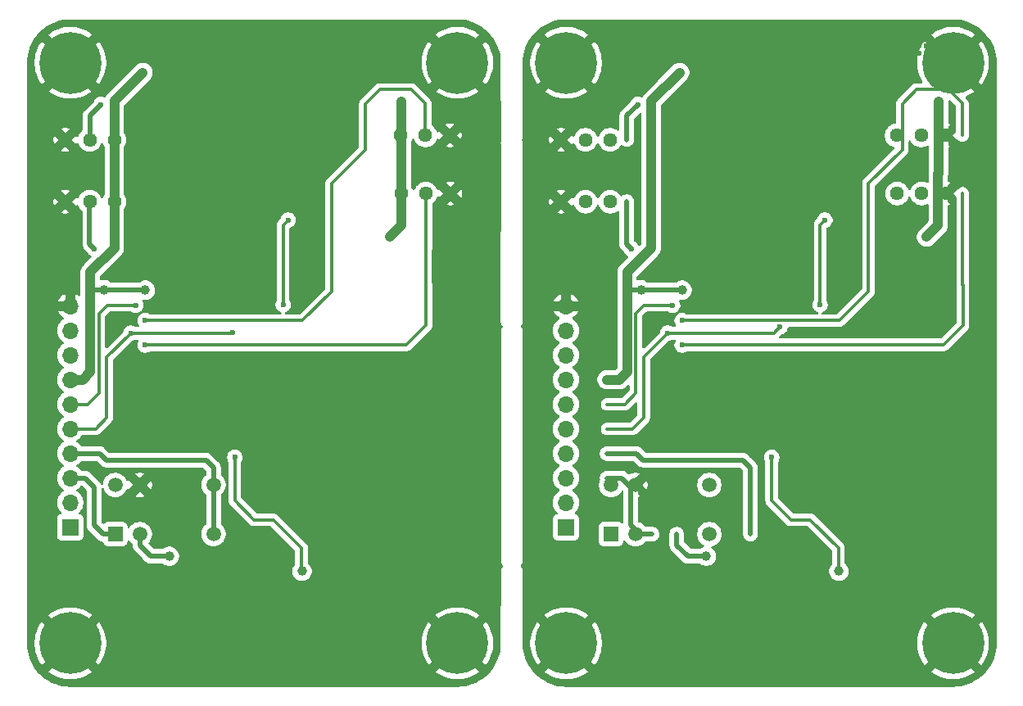
<source format=gbr>
%TF.GenerationSoftware,KiCad,Pcbnew,9.0.2*%
%TF.CreationDate,2025-06-04T00:09:22+07:00*%
%TF.ProjectId,BSPD jadi 1,42535044-206a-4616-9469-20312e6b6963,rev?*%
%TF.SameCoordinates,Original*%
%TF.FileFunction,Copper,L2,Bot*%
%TF.FilePolarity,Positive*%
%FSLAX46Y46*%
G04 Gerber Fmt 4.6, Leading zero omitted, Abs format (unit mm)*
G04 Created by KiCad (PCBNEW 9.0.2) date 2025-06-04 00:09:22*
%MOMM*%
%LPD*%
G01*
G04 APERTURE LIST*
%TA.AperFunction,ComponentPad*%
%ADD10C,1.440000*%
%TD*%
%TA.AperFunction,ComponentPad*%
%ADD11C,3.600000*%
%TD*%
%TA.AperFunction,ConnectorPad*%
%ADD12C,6.400000*%
%TD*%
%TA.AperFunction,ComponentPad*%
%ADD13R,1.508000X1.508000*%
%TD*%
%TA.AperFunction,ComponentPad*%
%ADD14C,1.508000*%
%TD*%
%TA.AperFunction,ComponentPad*%
%ADD15R,1.700000X1.700000*%
%TD*%
%TA.AperFunction,ComponentPad*%
%ADD16O,1.700000X1.700000*%
%TD*%
%TA.AperFunction,ViaPad*%
%ADD17C,0.600000*%
%TD*%
%TA.AperFunction,ViaPad*%
%ADD18C,1.000000*%
%TD*%
%TA.AperFunction,Conductor*%
%ADD19C,1.000000*%
%TD*%
%TA.AperFunction,Conductor*%
%ADD20C,0.500000*%
%TD*%
%TA.AperFunction,Conductor*%
%ADD21C,0.300000*%
%TD*%
G04 APERTURE END LIST*
D10*
%TO.P,BPS,1,1*%
%TO.N,+5V*%
X61050000Y-88950000D03*
%TO.P,BPS,2,2*%
%TO.N,Net-(U6D-+)*%
X58510000Y-88950000D03*
%TO.P,BPS,3,3*%
%TO.N,GND*%
X55970000Y-88950000D03*
%TD*%
D11*
%TO.P,H4,1,1*%
%TO.N,GND*%
X56500000Y-141000000D03*
D12*
X56500000Y-141000000D03*
%TD*%
D13*
%TO.P,K2,1*%
%TO.N,NC*%
X61145000Y-129715000D03*
D14*
%TO.P,K2,2*%
%TO.N,Net-(D2-K)*%
X63685000Y-129715000D03*
%TO.P,K2,5*%
%TO.N,COM*%
X71305000Y-129715000D03*
%TO.P,K2,6*%
X71305000Y-124635000D03*
%TO.P,K2,9*%
%TO.N,GND*%
X63685000Y-124635000D03*
%TO.P,K2,10*%
%TO.N,unconnected-(K2-Pad10)*%
X61145000Y-124635000D03*
%TD*%
D11*
%TO.P,H1,1,1*%
%TO.N,GND*%
X56500000Y-81000000D03*
D12*
X56500000Y-81000000D03*
%TD*%
D11*
%TO.P,H2,1,1*%
%TO.N,GND*%
X96500000Y-81000000D03*
D12*
X96500000Y-81000000D03*
%TD*%
D11*
%TO.P,H3,1,1*%
%TO.N,GND*%
X96500000Y-141000000D03*
D12*
X96500000Y-141000000D03*
%TD*%
D10*
%TO.P,TPSTH,1,1*%
%TO.N,+5V*%
X90710000Y-94500000D03*
%TO.P,TPSTH,2,2*%
%TO.N,ThrottlePos*%
X93250000Y-94500000D03*
%TO.P,TPSTH,3,3*%
%TO.N,GND*%
X95790000Y-94500000D03*
%TD*%
%TO.P,TPS,1,1*%
%TO.N,+5V*%
X61050000Y-95350000D03*
%TO.P,TPS,2,2*%
%TO.N,Net-(U6C-+)*%
X58510000Y-95350000D03*
%TO.P,TPS,3,3*%
%TO.N,GND*%
X55970000Y-95350000D03*
%TD*%
%TO.P,BPSTH,1,1*%
%TO.N,+5V*%
X90670000Y-88500000D03*
%TO.P,BPSTH,2,2*%
%TO.N,Net-(U6A--)*%
X93210000Y-88500000D03*
%TO.P,BPSTH,3,3*%
%TO.N,GND*%
X95750000Y-88500000D03*
%TD*%
D15*
%TO.P,J1,1,Pin_1*%
%TO.N,unconnected-(J1-Pin_1-Pad1)*%
X56490000Y-129000000D03*
D16*
%TO.P,J1,2,Pin_2*%
%TO.N,unconnected-(J1-Pin_2-Pad2)*%
X56490000Y-126460000D03*
%TO.P,J1,3,Pin_3*%
%TO.N,NC*%
X56490000Y-123920000D03*
%TO.P,J1,4,Pin_4*%
%TO.N,COM*%
X56490000Y-121380000D03*
%TO.P,J1,5,Pin_5*%
%TO.N,ThrottlePos*%
X56490000Y-118840000D03*
%TO.P,J1,6,Pin_6*%
%TO.N,BrakePress*%
X56490000Y-116300000D03*
%TO.P,J1,7,Pin_7*%
%TO.N,+5V*%
X56490000Y-113760000D03*
%TO.P,J1,8,Pin_8*%
%TO.N,unconnected-(J1-Pin_8-Pad8)*%
X56490000Y-111220000D03*
%TO.P,J1,9,Pin_9*%
%TO.N,unconnected-(J1-Pin_9-Pad9)*%
X56490000Y-108680000D03*
%TO.P,J1,10,Pin_10*%
%TO.N,GND*%
X56490000Y-106140000D03*
%TD*%
D10*
%TO.P,BPS1,1,1*%
%TO.N,+5V*%
X112300000Y-88950000D03*
%TO.P,BPS1,2,2*%
%TO.N,Net-(U6D--)*%
X109760000Y-88950000D03*
%TO.P,BPS1,3,3*%
%TO.N,GND*%
X107220000Y-88950000D03*
%TD*%
D11*
%TO.P,H4,1,1*%
%TO.N,GND*%
X107750000Y-141000000D03*
D12*
X107750000Y-141000000D03*
%TD*%
D13*
%TO.P,K2,1*%
%TO.N,NC*%
X112395000Y-129715000D03*
D14*
%TO.P,K2,2*%
%TO.N,Net-(D2-K)*%
X114935000Y-129715000D03*
%TO.P,K2,5*%
%TO.N,COM*%
X122555000Y-129715000D03*
%TO.P,K2,6*%
X122555000Y-124635000D03*
%TO.P,K2,9*%
%TO.N,GND*%
X114935000Y-124635000D03*
%TO.P,K2,10*%
%TO.N,unconnected-(K2-Pad10)*%
X112395000Y-124635000D03*
%TD*%
D11*
%TO.P,H1,1,1*%
%TO.N,GND*%
X107750000Y-81000000D03*
D12*
X107750000Y-81000000D03*
%TD*%
D11*
%TO.P,H2,1,1*%
%TO.N,GND*%
X147750000Y-81000000D03*
D12*
X147750000Y-81000000D03*
%TD*%
D11*
%TO.P,H3,1,1*%
%TO.N,GND*%
X147750000Y-141000000D03*
D12*
X147750000Y-141000000D03*
%TD*%
D10*
%TO.P,TPSTH1,1,1*%
%TO.N,+5V*%
X141960000Y-94500000D03*
%TO.P,TPSTH1,2,2*%
%TO.N,ThrottlePos*%
X144500000Y-94500000D03*
%TO.P,TPSTH1,3,3*%
%TO.N,GND*%
X147040000Y-94500000D03*
%TD*%
%TO.P,TPS1,1,1*%
%TO.N,+5V*%
X112300000Y-95350000D03*
%TO.P,TPS1,2,2*%
%TO.N,Net-(U6C--)*%
X109760000Y-95350000D03*
%TO.P,TPS1,3,3*%
%TO.N,GND*%
X107220000Y-95350000D03*
%TD*%
%TO.P,BPSTH1,1,1*%
%TO.N,+5V*%
X141920000Y-88500000D03*
%TO.P,BPSTH1,2,2*%
%TO.N,Net-(U6A--)*%
X144460000Y-88500000D03*
%TO.P,BPSTH1,3,3*%
%TO.N,GND*%
X147000000Y-88500000D03*
%TD*%
D15*
%TO.P,J1,1,Pin_1*%
%TO.N,unconnected-(J1-Pin_1-Pad1)*%
X107740000Y-129000000D03*
D16*
%TO.P,J1,2,Pin_2*%
%TO.N,unconnected-(J1-Pin_2-Pad2)*%
X107740000Y-126460000D03*
%TO.P,J1,3,Pin_3*%
%TO.N,NC*%
X107740000Y-123920000D03*
%TO.P,J1,4,Pin_4*%
%TO.N,COM*%
X107740000Y-121380000D03*
%TO.P,J1,5,Pin_5*%
%TO.N,ThrottlePos*%
X107740000Y-118840000D03*
%TO.P,J1,6,Pin_6*%
%TO.N,BrakePress*%
X107740000Y-116300000D03*
%TO.P,J1,7,Pin_7*%
%TO.N,+5V*%
X107740000Y-113760000D03*
%TO.P,J1,8,Pin_8*%
%TO.N,unconnected-(J1-Pin_8-Pad8)*%
X107740000Y-111220000D03*
%TO.P,J1,9,Pin_9*%
%TO.N,unconnected-(J1-Pin_9-Pad9)*%
X107740000Y-108680000D03*
%TO.P,J1,10,Pin_10*%
%TO.N,GND*%
X107740000Y-106140000D03*
%TD*%
D17*
%TO.N,GND*%
X68000000Y-138750000D03*
X70250000Y-139500000D03*
X85750000Y-78500000D03*
X89500000Y-79250000D03*
X88750000Y-78500000D03*
X74750000Y-106250000D03*
X67250000Y-141000000D03*
X76250000Y-105500000D03*
X65000000Y-139500000D03*
X81250000Y-78500000D03*
X87250000Y-78500000D03*
X74750000Y-105500000D03*
X86500000Y-80000000D03*
X65750000Y-138750000D03*
X71000000Y-141000000D03*
X70250000Y-138750000D03*
X76250000Y-112750000D03*
X68000000Y-141000000D03*
X89500000Y-77750000D03*
X76250000Y-112000000D03*
X85750000Y-80000000D03*
X63500000Y-138750000D03*
X87250000Y-79250000D03*
X75500000Y-112750000D03*
X82000000Y-77750000D03*
X88750000Y-80000000D03*
X65750000Y-140250000D03*
X75500000Y-111250000D03*
X75500000Y-112000000D03*
X84250000Y-77750000D03*
X71750000Y-140250000D03*
X66500000Y-138750000D03*
X87250000Y-77750000D03*
X66500000Y-140250000D03*
X69500000Y-138750000D03*
X71750000Y-141000000D03*
X76250000Y-111250000D03*
X86500000Y-79250000D03*
X84250000Y-79250000D03*
X75500000Y-105500000D03*
X64250000Y-140250000D03*
X84250000Y-80000000D03*
X82750000Y-80000000D03*
X81250000Y-77750000D03*
X71750000Y-138750000D03*
X84250000Y-78500000D03*
X71000000Y-139500000D03*
X65750000Y-141000000D03*
X88000000Y-79250000D03*
X82000000Y-78500000D03*
X63500000Y-141000000D03*
X63500000Y-139500000D03*
X67250000Y-138750000D03*
X71750000Y-139500000D03*
X89500000Y-80000000D03*
X85000000Y-78500000D03*
X77000000Y-105500000D03*
X77000000Y-106250000D03*
X83500000Y-77750000D03*
X65000000Y-141000000D03*
X68750000Y-140250000D03*
X65000000Y-138750000D03*
X88750000Y-79250000D03*
X75500000Y-113500000D03*
X68000000Y-140250000D03*
X82750000Y-77750000D03*
X67250000Y-139500000D03*
X81250000Y-80000000D03*
X70250000Y-141000000D03*
X86500000Y-78500000D03*
X88000000Y-78500000D03*
X75500000Y-106250000D03*
X88000000Y-77750000D03*
X69500000Y-141000000D03*
X71000000Y-140250000D03*
X82000000Y-80000000D03*
X71000000Y-138750000D03*
X67250000Y-140250000D03*
X83500000Y-78500000D03*
X85000000Y-79250000D03*
X66500000Y-141000000D03*
X69500000Y-139500000D03*
X76250000Y-106250000D03*
X76250000Y-113500000D03*
X68000000Y-139500000D03*
X64250000Y-139500000D03*
X82750000Y-79250000D03*
X88000000Y-80000000D03*
X86500000Y-77750000D03*
X83500000Y-80000000D03*
X64250000Y-138750000D03*
X70250000Y-140250000D03*
X85000000Y-77750000D03*
X68750000Y-139500000D03*
X68750000Y-141000000D03*
X82000000Y-79250000D03*
X85000000Y-80000000D03*
X63500000Y-140250000D03*
X85750000Y-77750000D03*
X69500000Y-140250000D03*
X83500000Y-79250000D03*
X87250000Y-80000000D03*
X64250000Y-141000000D03*
X81250000Y-79250000D03*
X89500000Y-78500000D03*
X88750000Y-77750000D03*
X66500000Y-139500000D03*
X68750000Y-138750000D03*
X65000000Y-140250000D03*
X85750000Y-79250000D03*
X82750000Y-78500000D03*
X65750000Y-139500000D03*
D18*
%TO.N,+5V*%
X60000000Y-104450000D03*
D17*
X64000000Y-82000000D03*
X89500000Y-99000000D03*
D18*
X90750000Y-85000000D03*
X64250000Y-104500000D03*
%TO.N,Net-(Q4-D)*%
X80450000Y-133550000D03*
D17*
X73500000Y-121790000D03*
D18*
%TO.N,Net-(D2-K)*%
X66750000Y-132000000D03*
D17*
%TO.N,Net-(U6C-+)*%
X58987500Y-100212500D03*
%TO.N,Net-(U6D-+)*%
X59675000Y-85300000D03*
%TO.N,Net-(U3-1B)*%
X78500000Y-106000000D03*
X79000000Y-97250000D03*
%TO.N,Net-(U6A--)*%
X64250000Y-107640000D03*
%TO.N,BrakePress*%
X63250000Y-106050000D03*
%TO.N,ThrottlePos*%
X64250000Y-110180000D03*
X73250000Y-108910000D03*
X62750000Y-108950000D03*
%TO.N,GND*%
X123500000Y-138750000D03*
X125750000Y-139500000D03*
X141250000Y-78500000D03*
X145000000Y-79250000D03*
X144250000Y-78500000D03*
X130250000Y-106250000D03*
X122750000Y-141000000D03*
X131750000Y-105500000D03*
X120500000Y-139500000D03*
X136750000Y-78500000D03*
X142750000Y-78500000D03*
X130250000Y-105500000D03*
X142000000Y-80000000D03*
X121250000Y-138750000D03*
X126500000Y-141000000D03*
X125750000Y-138750000D03*
X131750000Y-112750000D03*
X123500000Y-141000000D03*
X145000000Y-77750000D03*
X131750000Y-112000000D03*
X141250000Y-80000000D03*
X119000000Y-138750000D03*
X142750000Y-79250000D03*
X131000000Y-112750000D03*
X137500000Y-77750000D03*
X144250000Y-80000000D03*
X121250000Y-140250000D03*
X131000000Y-111250000D03*
X131000000Y-112000000D03*
X139750000Y-77750000D03*
X127250000Y-140250000D03*
X122000000Y-138750000D03*
X142750000Y-77750000D03*
X122000000Y-140250000D03*
X125000000Y-138750000D03*
X127250000Y-141000000D03*
X131750000Y-111250000D03*
X142000000Y-79250000D03*
X139750000Y-79250000D03*
X131000000Y-105500000D03*
X119750000Y-140250000D03*
X139750000Y-80000000D03*
X138250000Y-80000000D03*
X136750000Y-77750000D03*
X127250000Y-138750000D03*
X139750000Y-78500000D03*
X126500000Y-139500000D03*
X121250000Y-141000000D03*
X143500000Y-79250000D03*
X137500000Y-78500000D03*
X119000000Y-141000000D03*
X119000000Y-139500000D03*
X122750000Y-138750000D03*
X127250000Y-139500000D03*
X145000000Y-80000000D03*
X140500000Y-78500000D03*
X132500000Y-105500000D03*
X132500000Y-106250000D03*
X139000000Y-77750000D03*
X120500000Y-141000000D03*
X124250000Y-140250000D03*
X120500000Y-138750000D03*
X144250000Y-79250000D03*
X131000000Y-113500000D03*
X123500000Y-140250000D03*
X138250000Y-77750000D03*
X122750000Y-139500000D03*
X136750000Y-80000000D03*
X125750000Y-141000000D03*
X142000000Y-78500000D03*
X143500000Y-78500000D03*
X131000000Y-106250000D03*
X143500000Y-77750000D03*
X125000000Y-141000000D03*
X126500000Y-140250000D03*
X137500000Y-80000000D03*
X126500000Y-138750000D03*
X122750000Y-140250000D03*
X139000000Y-78500000D03*
X140500000Y-79250000D03*
X122000000Y-141000000D03*
X125000000Y-139500000D03*
X131750000Y-106250000D03*
X131750000Y-113500000D03*
X123500000Y-139500000D03*
X119750000Y-139500000D03*
X138250000Y-79250000D03*
X143500000Y-80000000D03*
X142000000Y-77750000D03*
X139000000Y-80000000D03*
X119750000Y-138750000D03*
X125750000Y-140250000D03*
X140500000Y-77750000D03*
X124250000Y-139500000D03*
X124250000Y-141000000D03*
X137500000Y-79250000D03*
X140500000Y-80000000D03*
X119000000Y-140250000D03*
X141250000Y-77750000D03*
X125000000Y-140250000D03*
X139000000Y-79250000D03*
X142750000Y-80000000D03*
X119750000Y-141000000D03*
X136750000Y-79250000D03*
X145000000Y-78500000D03*
X144250000Y-77750000D03*
X122000000Y-139500000D03*
X124250000Y-138750000D03*
X120500000Y-140250000D03*
X141250000Y-79250000D03*
X138250000Y-78500000D03*
X121250000Y-139500000D03*
D18*
%TO.N,+5V*%
X115500000Y-104450000D03*
D17*
X119500000Y-82000000D03*
X145000000Y-99000000D03*
D18*
X146250000Y-85000000D03*
X119750000Y-104500000D03*
%TO.N,Net-(Q4-D)*%
X135950000Y-133550000D03*
D17*
X129000000Y-121790000D03*
D18*
%TO.N,Net-(D2-K)*%
X122250000Y-132000000D03*
D17*
%TO.N,Net-(U6C--)*%
X114487500Y-100212500D03*
%TO.N,Net-(U6D--)*%
X115175000Y-85300000D03*
%TO.N,Net-(U3-1B)*%
X134000000Y-106000000D03*
X134500000Y-97250000D03*
%TO.N,Net-(U6A--)*%
X119750000Y-107640000D03*
%TO.N,BrakePress*%
X118750000Y-106050000D03*
%TO.N,ThrottlePos*%
X119750000Y-110180000D03*
X129850000Y-108300000D03*
X118250000Y-108950000D03*
%TD*%
D19*
%TO.N,+5V*%
X61050000Y-84950000D02*
X61050000Y-100150000D01*
X90710000Y-97790000D02*
X90710000Y-95750000D01*
X58550000Y-112960000D02*
X57750000Y-113760000D01*
X64000000Y-82000000D02*
X61050000Y-84950000D01*
X90750000Y-92450000D02*
X90710000Y-92490000D01*
X90750000Y-85000000D02*
X90750000Y-92450000D01*
X90710000Y-92490000D02*
X90710000Y-95750000D01*
X57750000Y-113760000D02*
X56490000Y-113760000D01*
X58550000Y-102650000D02*
X58550000Y-112960000D01*
D20*
X60000000Y-104450000D02*
X58550000Y-104450000D01*
D19*
X61050000Y-100150000D02*
X58550000Y-102650000D01*
X89500000Y-99000000D02*
X90710000Y-97790000D01*
D20*
X60000000Y-104450000D02*
X64200000Y-104450000D01*
X64200000Y-104450000D02*
X64250000Y-104500000D01*
D21*
%TO.N,Net-(Q4-D)*%
X73500000Y-121790000D02*
X73500000Y-126250000D01*
X73500000Y-126250000D02*
X75500000Y-128250000D01*
X77500000Y-128250000D02*
X80400000Y-131150000D01*
X80400000Y-133500000D02*
X80450000Y-133550000D01*
X75500000Y-128250000D02*
X77500000Y-128250000D01*
X80400000Y-131150000D02*
X80400000Y-133500000D01*
D20*
%TO.N,Net-(D2-K)*%
X63685000Y-130860000D02*
X63685000Y-129715000D01*
X64825000Y-132000000D02*
X63685000Y-130860000D01*
X66750000Y-132000000D02*
X64825000Y-132000000D01*
%TO.N,Net-(U6C-+)*%
X58500000Y-99725000D02*
X58500000Y-95360000D01*
X58987500Y-100212500D02*
X58500000Y-99725000D01*
X58500000Y-95360000D02*
X58510000Y-95350000D01*
%TO.N,Net-(U6D-+)*%
X59675000Y-85300000D02*
X58510000Y-86465000D01*
X58510000Y-86465000D02*
X58510000Y-88950000D01*
D21*
%TO.N,Net-(U3-1B)*%
X79000000Y-97250000D02*
X78500000Y-97750000D01*
X78500000Y-97750000D02*
X78500000Y-106000000D01*
%TO.N,Net-(U6A--)*%
X83500000Y-104650000D02*
X83500000Y-93500000D01*
X88500000Y-83750000D02*
X91750000Y-83750000D01*
X83500000Y-93500000D02*
X87000000Y-90000000D01*
X87000000Y-90000000D02*
X87000000Y-85250000D01*
X91750000Y-83750000D02*
X93210000Y-85210000D01*
X64260000Y-107650000D02*
X80500000Y-107650000D01*
X93210000Y-85210000D02*
X93210000Y-88500000D01*
X64250000Y-107640000D02*
X64260000Y-107650000D01*
X87000000Y-85250000D02*
X88500000Y-83750000D01*
X80500000Y-107650000D02*
X83500000Y-104650000D01*
%TO.N,BrakePress*%
X59460000Y-106890000D02*
X59460000Y-115140000D01*
X58300000Y-116300000D02*
X56490000Y-116300000D01*
X60300000Y-106050000D02*
X59460000Y-106890000D01*
X59460000Y-115140000D02*
X58300000Y-116300000D01*
X63250000Y-106050000D02*
X60300000Y-106050000D01*
%TO.N,ThrottlePos*%
X93240000Y-103930000D02*
X93240000Y-100250000D01*
X73210000Y-108950000D02*
X73250000Y-108910000D01*
X59100000Y-118840000D02*
X56490000Y-118840000D01*
X93250000Y-100240000D02*
X93250000Y-94500000D01*
X62750000Y-108950000D02*
X73210000Y-108950000D01*
X60275000Y-117665000D02*
X59100000Y-118840000D01*
X64250000Y-110180000D02*
X64280000Y-110150000D01*
X93260000Y-103950000D02*
X93240000Y-103930000D01*
X62750000Y-108950000D02*
X60275000Y-111425000D01*
X64280000Y-110150000D02*
X91250000Y-110150000D01*
X60275000Y-111425000D02*
X60275000Y-117665000D01*
X93240000Y-100250000D02*
X93250000Y-100240000D01*
X91250000Y-110150000D02*
X93260000Y-108140000D01*
X93260000Y-108140000D02*
X93260000Y-103950000D01*
D20*
%TO.N,NC*%
X58020000Y-123920000D02*
X56490000Y-123920000D01*
X59865000Y-129715000D02*
X58950000Y-128800000D01*
X61145000Y-129715000D02*
X59865000Y-129715000D01*
X58950000Y-124850000D02*
X58020000Y-123920000D01*
X58950000Y-128800000D02*
X58950000Y-124850000D01*
%TO.N,COM*%
X71305000Y-122855000D02*
X70525000Y-122075000D01*
X71305000Y-124635000D02*
X71305000Y-129715000D01*
X70525000Y-122075000D02*
X60235000Y-122075000D01*
X59540000Y-121380000D02*
X56490000Y-121380000D01*
X71305000Y-124635000D02*
X71305000Y-122855000D01*
X60235000Y-122075000D02*
X59540000Y-121380000D01*
D19*
%TO.N,+5V*%
X116550000Y-84950000D02*
X116550000Y-100150000D01*
X146210000Y-97790000D02*
X146210000Y-95750000D01*
X114050000Y-112960000D02*
X113250000Y-113760000D01*
X119500000Y-82000000D02*
X116550000Y-84950000D01*
X146250000Y-92450000D02*
X146210000Y-92490000D01*
X146250000Y-85000000D02*
X146250000Y-92450000D01*
X146210000Y-92490000D02*
X146210000Y-95750000D01*
X113250000Y-113760000D02*
X111990000Y-113760000D01*
X114050000Y-102650000D02*
X114050000Y-112960000D01*
D20*
X115500000Y-104450000D02*
X114050000Y-104450000D01*
D19*
X116550000Y-100150000D02*
X114050000Y-102650000D01*
X145000000Y-99000000D02*
X146210000Y-97790000D01*
D20*
X115500000Y-104450000D02*
X119700000Y-104450000D01*
X119700000Y-104450000D02*
X119750000Y-104500000D01*
D21*
%TO.N,Net-(Q4-D)*%
X129000000Y-121790000D02*
X129000000Y-126250000D01*
X129000000Y-126250000D02*
X131000000Y-128250000D01*
X133000000Y-128250000D02*
X135900000Y-131150000D01*
X135900000Y-133500000D02*
X135950000Y-133550000D01*
X131000000Y-128250000D02*
X133000000Y-128250000D01*
X135900000Y-131150000D02*
X135900000Y-133500000D01*
D20*
%TO.N,Net-(D2-K)*%
X119185000Y-130860000D02*
X119185000Y-129715000D01*
X120325000Y-132000000D02*
X119185000Y-130860000D01*
X122250000Y-132000000D02*
X120325000Y-132000000D01*
%TO.N,Net-(U6C--)*%
X114000000Y-99725000D02*
X114000000Y-95360000D01*
X114487500Y-100212500D02*
X114000000Y-99725000D01*
X114000000Y-95360000D02*
X114010000Y-95350000D01*
%TO.N,Net-(U6D--)*%
X115175000Y-85300000D02*
X114010000Y-86465000D01*
X114010000Y-86465000D02*
X114010000Y-88950000D01*
D21*
%TO.N,Net-(U3-1B)*%
X134500000Y-97250000D02*
X134000000Y-97750000D01*
X134000000Y-97750000D02*
X134000000Y-106000000D01*
%TO.N,Net-(U6A--)*%
X139000000Y-104650000D02*
X139000000Y-93500000D01*
X144000000Y-83750000D02*
X147250000Y-83750000D01*
X139000000Y-93500000D02*
X142500000Y-90000000D01*
X142500000Y-90000000D02*
X142500000Y-85250000D01*
X147250000Y-83750000D02*
X148710000Y-85210000D01*
X119760000Y-107650000D02*
X136000000Y-107650000D01*
X148710000Y-85210000D02*
X148710000Y-88500000D01*
X119750000Y-107640000D02*
X119760000Y-107650000D01*
X142500000Y-85250000D02*
X144000000Y-83750000D01*
X136000000Y-107650000D02*
X139000000Y-104650000D01*
%TO.N,BrakePress*%
X114960000Y-106890000D02*
X114960000Y-115140000D01*
X113800000Y-116300000D02*
X111990000Y-116300000D01*
X115800000Y-106050000D02*
X114960000Y-106890000D01*
X114960000Y-115140000D02*
X113800000Y-116300000D01*
X118750000Y-106050000D02*
X115800000Y-106050000D01*
%TO.N,ThrottlePos*%
X129850000Y-108300000D02*
X129200000Y-108950000D01*
X148740000Y-103930000D02*
X148740000Y-100250000D01*
X114600000Y-118840000D02*
X111990000Y-118840000D01*
X148750000Y-100240000D02*
X148750000Y-94500000D01*
X115775000Y-117665000D02*
X114600000Y-118840000D01*
X119750000Y-110180000D02*
X119780000Y-110150000D01*
X129200000Y-108950000D02*
X118250000Y-108950000D01*
X148760000Y-103950000D02*
X148740000Y-103930000D01*
X118250000Y-108950000D02*
X115775000Y-111425000D01*
X119780000Y-110150000D02*
X146750000Y-110150000D01*
X115775000Y-111425000D02*
X115775000Y-117665000D01*
X148740000Y-100250000D02*
X148750000Y-100240000D01*
X146750000Y-110150000D02*
X148760000Y-108140000D01*
X148760000Y-108140000D02*
X148760000Y-103950000D01*
D20*
%TO.N,NC*%
X113520000Y-123920000D02*
X111990000Y-123920000D01*
X115365000Y-129715000D02*
X114450000Y-128800000D01*
X116645000Y-129715000D02*
X115365000Y-129715000D01*
X114450000Y-124850000D02*
X113520000Y-123920000D01*
X114450000Y-128800000D02*
X114450000Y-124850000D01*
%TO.N,COM*%
X126805000Y-122855000D02*
X126025000Y-122075000D01*
X126805000Y-124635000D02*
X126805000Y-129715000D01*
X126025000Y-122075000D02*
X115735000Y-122075000D01*
X115040000Y-121380000D02*
X111990000Y-121380000D01*
X126805000Y-124635000D02*
X126805000Y-122855000D01*
X115735000Y-122075000D02*
X115040000Y-121380000D01*
%TD*%
%TA.AperFunction,Conductor*%
%TO.N,GND*%
G36*
X96502702Y-76500617D02*
G01*
X96886771Y-76517386D01*
X96897506Y-76518326D01*
X97275971Y-76568152D01*
X97286597Y-76570025D01*
X97659284Y-76652648D01*
X97669710Y-76655442D01*
X98033765Y-76770227D01*
X98043911Y-76773920D01*
X98396578Y-76920000D01*
X98406369Y-76924566D01*
X98744942Y-77100816D01*
X98754310Y-77106224D01*
X99076244Y-77311318D01*
X99085105Y-77317523D01*
X99387930Y-77549889D01*
X99396217Y-77556843D01*
X99677635Y-77814715D01*
X99685284Y-77822364D01*
X99943156Y-78103782D01*
X99950110Y-78112069D01*
X100182476Y-78414894D01*
X100188681Y-78423755D01*
X100393775Y-78745689D01*
X100399183Y-78755057D01*
X100575430Y-79093623D01*
X100580002Y-79103427D01*
X100726075Y-79456078D01*
X100729775Y-79466244D01*
X100844554Y-79830278D01*
X100847354Y-79840727D01*
X100929971Y-80213389D01*
X100931849Y-80224042D01*
X100981671Y-80602473D01*
X100982614Y-80613249D01*
X100999382Y-80997297D01*
X100999500Y-81002590D01*
X100999500Y-81065892D01*
X100999559Y-81066114D01*
X100999567Y-81074381D01*
X100999567Y-81074384D01*
X101006527Y-88678397D01*
X101005659Y-88693154D01*
X101002281Y-88721551D01*
X101003750Y-88731720D01*
X101006594Y-88751414D01*
X101006622Y-88781581D01*
X101015968Y-88816338D01*
X101017026Y-88823660D01*
X101017027Y-88823666D01*
X101021117Y-88851983D01*
X101033011Y-88879711D01*
X101040846Y-88908844D01*
X101058877Y-88940009D01*
X101061798Y-88946818D01*
X101061798Y-88946821D01*
X101061804Y-88946833D01*
X101063105Y-88949867D01*
X101071434Y-89019239D01*
X101056503Y-89060779D01*
X101042067Y-89085758D01*
X101042067Y-89085759D01*
X101037315Y-89103462D01*
X101031068Y-89121219D01*
X101023685Y-89138009D01*
X101023684Y-89138013D01*
X101018887Y-89169232D01*
X101017851Y-89175968D01*
X101007901Y-89213039D01*
X101007888Y-89240803D01*
X101006454Y-89250135D01*
X101006454Y-89250137D01*
X101003668Y-89268265D01*
X101003668Y-89268268D01*
X101007114Y-89299669D01*
X101007854Y-89313249D01*
X100999472Y-107809040D01*
X100999473Y-107809044D01*
X101013948Y-107863169D01*
X101016389Y-107872297D01*
X101019350Y-107899266D01*
X101032946Y-107934204D01*
X101033521Y-107936352D01*
X101036626Y-107943855D01*
X101036486Y-107943912D01*
X101037746Y-107946537D01*
X101067145Y-108022082D01*
X101145092Y-108128332D01*
X101145096Y-108128337D01*
X101171282Y-108149343D01*
X101180308Y-108162282D01*
X101192944Y-108171737D01*
X101199890Y-108190352D01*
X101211258Y-108206646D01*
X101211856Y-108222414D01*
X101217373Y-108237197D01*
X101213153Y-108256611D01*
X101213907Y-108276466D01*
X101205696Y-108290924D01*
X101202535Y-108305473D01*
X101181389Y-108333731D01*
X101163265Y-108351862D01*
X101152296Y-108361608D01*
X101150818Y-108362771D01*
X101149767Y-108363849D01*
X101139946Y-108375193D01*
X101107150Y-108408004D01*
X101107148Y-108408007D01*
X101077475Y-108459425D01*
X101073798Y-108465795D01*
X101071906Y-108468328D01*
X101070932Y-108470762D01*
X101066494Y-108478453D01*
X101041284Y-108522142D01*
X101041283Y-108522144D01*
X101041283Y-108522145D01*
X101028250Y-108570827D01*
X101007201Y-108649450D01*
X101012256Y-132474766D01*
X101012257Y-132484251D01*
X101008132Y-132511121D01*
X101012271Y-132548818D01*
X101012273Y-132555600D01*
X101012274Y-132555601D01*
X101012281Y-132587974D01*
X101012282Y-132587978D01*
X101019549Y-132615076D01*
X101022519Y-132642117D01*
X101036282Y-132677476D01*
X101038038Y-132684025D01*
X101046415Y-132715261D01*
X101055694Y-132731326D01*
X101060438Y-132739539D01*
X101070320Y-132764926D01*
X101092807Y-132795575D01*
X101112333Y-132829378D01*
X101132120Y-132849157D01*
X101148278Y-132871179D01*
X101178005Y-132895022D01*
X101205539Y-132922545D01*
X101205540Y-132922545D01*
X101208901Y-132925905D01*
X101242399Y-132987221D01*
X101237429Y-133056914D01*
X101208717Y-133101488D01*
X101190245Y-133119875D01*
X101179478Y-133129415D01*
X101163615Y-133141904D01*
X101163614Y-133141906D01*
X101155934Y-133152177D01*
X101144111Y-133165796D01*
X101117512Y-133192273D01*
X101091833Y-133236514D01*
X101091832Y-133236513D01*
X101088212Y-133242750D01*
X101084699Y-133247449D01*
X101082958Y-133251802D01*
X101078419Y-133259624D01*
X101078418Y-133259626D01*
X101051354Y-133306253D01*
X101051354Y-133306254D01*
X101016953Y-133433466D01*
X100999670Y-140924997D01*
X100999670Y-140925001D01*
X100999649Y-140933545D01*
X100999500Y-140934108D01*
X100999500Y-140997577D01*
X100999493Y-140997600D01*
X100999382Y-141002696D01*
X100982614Y-141386750D01*
X100981671Y-141397526D01*
X100931849Y-141775957D01*
X100929971Y-141786610D01*
X100847354Y-142159272D01*
X100844554Y-142169721D01*
X100729775Y-142533755D01*
X100726075Y-142543921D01*
X100580002Y-142896572D01*
X100575430Y-142906376D01*
X100399183Y-143244942D01*
X100393775Y-143254310D01*
X100188681Y-143576244D01*
X100182476Y-143585105D01*
X99950110Y-143887930D01*
X99943156Y-143896217D01*
X99685284Y-144177635D01*
X99677635Y-144185284D01*
X99396217Y-144443156D01*
X99387930Y-144450110D01*
X99085105Y-144682476D01*
X99076244Y-144688681D01*
X98754310Y-144893775D01*
X98744942Y-144899183D01*
X98406376Y-145075430D01*
X98396572Y-145080002D01*
X98043921Y-145226075D01*
X98033755Y-145229775D01*
X97669721Y-145344554D01*
X97659272Y-145347354D01*
X97286610Y-145429971D01*
X97275957Y-145431849D01*
X96897526Y-145481671D01*
X96886750Y-145482614D01*
X96502703Y-145499382D01*
X96497294Y-145499500D01*
X56502706Y-145499500D01*
X56497297Y-145499382D01*
X56113249Y-145482614D01*
X56102473Y-145481671D01*
X55724042Y-145431849D01*
X55713389Y-145429971D01*
X55340727Y-145347354D01*
X55330278Y-145344554D01*
X54966244Y-145229775D01*
X54956078Y-145226075D01*
X54603427Y-145080002D01*
X54593623Y-145075430D01*
X54255057Y-144899183D01*
X54245689Y-144893775D01*
X53923755Y-144688681D01*
X53914894Y-144682476D01*
X53612069Y-144450110D01*
X53603782Y-144443156D01*
X53322364Y-144185284D01*
X53314715Y-144177635D01*
X53136038Y-143982643D01*
X53056843Y-143896217D01*
X53049889Y-143887930D01*
X52817523Y-143585105D01*
X52811318Y-143576244D01*
X52606224Y-143254310D01*
X52600816Y-143244942D01*
X52598544Y-143240578D01*
X52424566Y-142906369D01*
X52419997Y-142896572D01*
X52273924Y-142543921D01*
X52270224Y-142533755D01*
X52155442Y-142169710D01*
X52152648Y-142159284D01*
X52070025Y-141786597D01*
X52068152Y-141775971D01*
X52018326Y-141397506D01*
X52017386Y-141386771D01*
X52000618Y-141002696D01*
X52000500Y-140997293D01*
X52000500Y-140818234D01*
X52800000Y-140818234D01*
X52800000Y-141181765D01*
X52835632Y-141543556D01*
X52906550Y-141900090D01*
X52906553Y-141900101D01*
X53012086Y-142247997D01*
X53151207Y-142583864D01*
X53151209Y-142583869D01*
X53322570Y-142904462D01*
X53322581Y-142904480D01*
X53524550Y-143206748D01*
X53552314Y-143240578D01*
X55071728Y-141721164D01*
X55131557Y-141838583D01*
X55279588Y-142042330D01*
X55457670Y-142220412D01*
X55661417Y-142368443D01*
X55778834Y-142428270D01*
X54259420Y-143947683D01*
X54259420Y-143947685D01*
X54293251Y-143975449D01*
X54595519Y-144177418D01*
X54595537Y-144177429D01*
X54916130Y-144348790D01*
X54916135Y-144348792D01*
X55252002Y-144487913D01*
X55599898Y-144593446D01*
X55599909Y-144593449D01*
X55956443Y-144664367D01*
X56318234Y-144700000D01*
X56681766Y-144700000D01*
X57043556Y-144664367D01*
X57400090Y-144593449D01*
X57400101Y-144593446D01*
X57747997Y-144487913D01*
X58083864Y-144348792D01*
X58083869Y-144348790D01*
X58404462Y-144177429D01*
X58404480Y-144177418D01*
X58706736Y-143975457D01*
X58706750Y-143975447D01*
X58740579Y-143947684D01*
X57221165Y-142428270D01*
X57338583Y-142368443D01*
X57542330Y-142220412D01*
X57720412Y-142042330D01*
X57868443Y-141838583D01*
X57928270Y-141721165D01*
X59447684Y-143240579D01*
X59475447Y-143206750D01*
X59475457Y-143206736D01*
X59677418Y-142904480D01*
X59677429Y-142904462D01*
X59848790Y-142583869D01*
X59848792Y-142583864D01*
X59987913Y-142247997D01*
X60093446Y-141900101D01*
X60093449Y-141900090D01*
X60164367Y-141543556D01*
X60200000Y-141181765D01*
X60200000Y-140818234D01*
X92800000Y-140818234D01*
X92800000Y-141181765D01*
X92835632Y-141543556D01*
X92906550Y-141900090D01*
X92906553Y-141900101D01*
X93012086Y-142247997D01*
X93151207Y-142583864D01*
X93151209Y-142583869D01*
X93322570Y-142904462D01*
X93322581Y-142904480D01*
X93524550Y-143206748D01*
X93552314Y-143240578D01*
X95071728Y-141721164D01*
X95131557Y-141838583D01*
X95279588Y-142042330D01*
X95457670Y-142220412D01*
X95661417Y-142368443D01*
X95778834Y-142428270D01*
X94259420Y-143947683D01*
X94259420Y-143947685D01*
X94293251Y-143975449D01*
X94595519Y-144177418D01*
X94595537Y-144177429D01*
X94916130Y-144348790D01*
X94916135Y-144348792D01*
X95252002Y-144487913D01*
X95599898Y-144593446D01*
X95599909Y-144593449D01*
X95956443Y-144664367D01*
X96318234Y-144700000D01*
X96681766Y-144700000D01*
X97043556Y-144664367D01*
X97400090Y-144593449D01*
X97400101Y-144593446D01*
X97747997Y-144487913D01*
X98083864Y-144348792D01*
X98083869Y-144348790D01*
X98404462Y-144177429D01*
X98404480Y-144177418D01*
X98706736Y-143975457D01*
X98706750Y-143975447D01*
X98740579Y-143947684D01*
X97221165Y-142428270D01*
X97338583Y-142368443D01*
X97542330Y-142220412D01*
X97720412Y-142042330D01*
X97868443Y-141838583D01*
X97928270Y-141721165D01*
X99447684Y-143240579D01*
X99475447Y-143206750D01*
X99475457Y-143206736D01*
X99677418Y-142904480D01*
X99677429Y-142904462D01*
X99848790Y-142583869D01*
X99848792Y-142583864D01*
X99987913Y-142247997D01*
X100093446Y-141900101D01*
X100093449Y-141900090D01*
X100164367Y-141543556D01*
X100200000Y-141181765D01*
X100200000Y-140818234D01*
X100164367Y-140456443D01*
X100093449Y-140099909D01*
X100093446Y-140099898D01*
X99987913Y-139752002D01*
X99848792Y-139416135D01*
X99848790Y-139416130D01*
X99677429Y-139095537D01*
X99677418Y-139095519D01*
X99475449Y-138793251D01*
X99447685Y-138759420D01*
X99447683Y-138759420D01*
X97928270Y-140278834D01*
X97868443Y-140161417D01*
X97720412Y-139957670D01*
X97542330Y-139779588D01*
X97338583Y-139631557D01*
X97221164Y-139571729D01*
X98740578Y-138052314D01*
X98740578Y-138052313D01*
X98706748Y-138024550D01*
X98404480Y-137822581D01*
X98404462Y-137822570D01*
X98083869Y-137651209D01*
X98083864Y-137651207D01*
X97747997Y-137512086D01*
X97400101Y-137406553D01*
X97400090Y-137406550D01*
X97043556Y-137335632D01*
X96681766Y-137300000D01*
X96318234Y-137300000D01*
X95956443Y-137335632D01*
X95599909Y-137406550D01*
X95599898Y-137406553D01*
X95252002Y-137512086D01*
X94916135Y-137651207D01*
X94916130Y-137651209D01*
X94595537Y-137822570D01*
X94595519Y-137822581D01*
X94293259Y-138024544D01*
X94293245Y-138024554D01*
X94259420Y-138052312D01*
X94259420Y-138052314D01*
X95778835Y-139571729D01*
X95661417Y-139631557D01*
X95457670Y-139779588D01*
X95279588Y-139957670D01*
X95131557Y-140161417D01*
X95071729Y-140278834D01*
X93552314Y-138759420D01*
X93552312Y-138759420D01*
X93524554Y-138793245D01*
X93524544Y-138793259D01*
X93322581Y-139095519D01*
X93322570Y-139095537D01*
X93151209Y-139416130D01*
X93151207Y-139416135D01*
X93012086Y-139752002D01*
X92906553Y-140099898D01*
X92906550Y-140099909D01*
X92835632Y-140456443D01*
X92800000Y-140818234D01*
X60200000Y-140818234D01*
X60164367Y-140456443D01*
X60093449Y-140099909D01*
X60093446Y-140099898D01*
X59987913Y-139752002D01*
X59848792Y-139416135D01*
X59848790Y-139416130D01*
X59677429Y-139095537D01*
X59677418Y-139095519D01*
X59475449Y-138793251D01*
X59447685Y-138759420D01*
X59447683Y-138759420D01*
X57928270Y-140278834D01*
X57868443Y-140161417D01*
X57720412Y-139957670D01*
X57542330Y-139779588D01*
X57338583Y-139631557D01*
X57221164Y-139571729D01*
X58740578Y-138052314D01*
X58740578Y-138052313D01*
X58706748Y-138024550D01*
X58404480Y-137822581D01*
X58404462Y-137822570D01*
X58083869Y-137651209D01*
X58083864Y-137651207D01*
X57747997Y-137512086D01*
X57400101Y-137406553D01*
X57400090Y-137406550D01*
X57043556Y-137335632D01*
X56681766Y-137300000D01*
X56318234Y-137300000D01*
X55956443Y-137335632D01*
X55599909Y-137406550D01*
X55599898Y-137406553D01*
X55252002Y-137512086D01*
X54916135Y-137651207D01*
X54916130Y-137651209D01*
X54595537Y-137822570D01*
X54595519Y-137822581D01*
X54293259Y-138024544D01*
X54293245Y-138024554D01*
X54259420Y-138052312D01*
X54259420Y-138052314D01*
X55778835Y-139571729D01*
X55661417Y-139631557D01*
X55457670Y-139779588D01*
X55279588Y-139957670D01*
X55131557Y-140161417D01*
X55071729Y-140278834D01*
X53552314Y-138759420D01*
X53552312Y-138759420D01*
X53524554Y-138793245D01*
X53524544Y-138793259D01*
X53322581Y-139095519D01*
X53322570Y-139095537D01*
X53151209Y-139416130D01*
X53151207Y-139416135D01*
X53012086Y-139752002D01*
X52906553Y-140099898D01*
X52906550Y-140099909D01*
X52835632Y-140456443D01*
X52800000Y-140818234D01*
X52000500Y-140818234D01*
X52000500Y-108573713D01*
X55139500Y-108573713D01*
X55139500Y-108786286D01*
X55171581Y-108988842D01*
X55172754Y-108996243D01*
X55220601Y-109143501D01*
X55238444Y-109198414D01*
X55334951Y-109387820D01*
X55459890Y-109559786D01*
X55610213Y-109710109D01*
X55782182Y-109835050D01*
X55790946Y-109839516D01*
X55841742Y-109887491D01*
X55858536Y-109955312D01*
X55835998Y-110021447D01*
X55790946Y-110060484D01*
X55782182Y-110064949D01*
X55610213Y-110189890D01*
X55459890Y-110340213D01*
X55334951Y-110512179D01*
X55238444Y-110701585D01*
X55172753Y-110903760D01*
X55165471Y-110949737D01*
X55139500Y-111113713D01*
X55139500Y-111326287D01*
X55172754Y-111536243D01*
X55219063Y-111678768D01*
X55238444Y-111738414D01*
X55334951Y-111927820D01*
X55459890Y-112099786D01*
X55610213Y-112250109D01*
X55782182Y-112375050D01*
X55790946Y-112379516D01*
X55841742Y-112427491D01*
X55858536Y-112495312D01*
X55835998Y-112561447D01*
X55790946Y-112600484D01*
X55782182Y-112604949D01*
X55610213Y-112729890D01*
X55459890Y-112880213D01*
X55334951Y-113052179D01*
X55238444Y-113241585D01*
X55172753Y-113443760D01*
X55139500Y-113653713D01*
X55139500Y-113866287D01*
X55172754Y-114076243D01*
X55185483Y-114115420D01*
X55238444Y-114278414D01*
X55334951Y-114467820D01*
X55459890Y-114639786D01*
X55610213Y-114790109D01*
X55782182Y-114915050D01*
X55790946Y-114919516D01*
X55841742Y-114967491D01*
X55858536Y-115035312D01*
X55835998Y-115101447D01*
X55790946Y-115140484D01*
X55782182Y-115144949D01*
X55610213Y-115269890D01*
X55459890Y-115420213D01*
X55334951Y-115592179D01*
X55238444Y-115781585D01*
X55172753Y-115983760D01*
X55157728Y-116078626D01*
X55139500Y-116193713D01*
X55139500Y-116406287D01*
X55172754Y-116616243D01*
X55234175Y-116805277D01*
X55238444Y-116818414D01*
X55334951Y-117007820D01*
X55459890Y-117179786D01*
X55610213Y-117330109D01*
X55782182Y-117455050D01*
X55790946Y-117459516D01*
X55841742Y-117507491D01*
X55858536Y-117575312D01*
X55835998Y-117641447D01*
X55790946Y-117680484D01*
X55782182Y-117684949D01*
X55610213Y-117809890D01*
X55459890Y-117960213D01*
X55334951Y-118132179D01*
X55238444Y-118321585D01*
X55172753Y-118523760D01*
X55139500Y-118733713D01*
X55139500Y-118946287D01*
X55172754Y-119156243D01*
X55234175Y-119345277D01*
X55238444Y-119358414D01*
X55334951Y-119547820D01*
X55459890Y-119719786D01*
X55610213Y-119870109D01*
X55782182Y-119995050D01*
X55790946Y-119999516D01*
X55841742Y-120047491D01*
X55858536Y-120115312D01*
X55835998Y-120181447D01*
X55790946Y-120220484D01*
X55782182Y-120224949D01*
X55610213Y-120349890D01*
X55459890Y-120500213D01*
X55334951Y-120672179D01*
X55238444Y-120861585D01*
X55172753Y-121063760D01*
X55139500Y-121273713D01*
X55139500Y-121486287D01*
X55172754Y-121696243D01*
X55228836Y-121868846D01*
X55238444Y-121898414D01*
X55334951Y-122087820D01*
X55459890Y-122259786D01*
X55610213Y-122410109D01*
X55782182Y-122535050D01*
X55790946Y-122539516D01*
X55841742Y-122587491D01*
X55858536Y-122655312D01*
X55835998Y-122721447D01*
X55790946Y-122760484D01*
X55782182Y-122764949D01*
X55610213Y-122889890D01*
X55459890Y-123040213D01*
X55334951Y-123212179D01*
X55238444Y-123401585D01*
X55172753Y-123603760D01*
X55139500Y-123813713D01*
X55139500Y-124026286D01*
X55166974Y-124199754D01*
X55172754Y-124236243D01*
X55225447Y-124398416D01*
X55238444Y-124438414D01*
X55334951Y-124627820D01*
X55459890Y-124799786D01*
X55610213Y-124950109D01*
X55782182Y-125075050D01*
X55790946Y-125079516D01*
X55841742Y-125127491D01*
X55858536Y-125195312D01*
X55835998Y-125261447D01*
X55790946Y-125300484D01*
X55782182Y-125304949D01*
X55610213Y-125429890D01*
X55459890Y-125580213D01*
X55334951Y-125752179D01*
X55238444Y-125941585D01*
X55172753Y-126143760D01*
X55139500Y-126353713D01*
X55139500Y-126566286D01*
X55172753Y-126776239D01*
X55238444Y-126978414D01*
X55334951Y-127167820D01*
X55459890Y-127339786D01*
X55573430Y-127453326D01*
X55606915Y-127514649D01*
X55601931Y-127584341D01*
X55560059Y-127640274D01*
X55529083Y-127657189D01*
X55397669Y-127706203D01*
X55397664Y-127706206D01*
X55282455Y-127792452D01*
X55282452Y-127792455D01*
X55196206Y-127907664D01*
X55196202Y-127907671D01*
X55145908Y-128042517D01*
X55139501Y-128102116D01*
X55139501Y-128102123D01*
X55139500Y-128102135D01*
X55139500Y-129897870D01*
X55139501Y-129897876D01*
X55145908Y-129957483D01*
X55196202Y-130092328D01*
X55196206Y-130092335D01*
X55282452Y-130207544D01*
X55282455Y-130207547D01*
X55397664Y-130293793D01*
X55397671Y-130293797D01*
X55532517Y-130344091D01*
X55532516Y-130344091D01*
X55539444Y-130344835D01*
X55592127Y-130350500D01*
X57387872Y-130350499D01*
X57447483Y-130344091D01*
X57582331Y-130293796D01*
X57697546Y-130207546D01*
X57783796Y-130092331D01*
X57834091Y-129957483D01*
X57840500Y-129897873D01*
X57840499Y-128102128D01*
X57834091Y-128042517D01*
X57783796Y-127907669D01*
X57783795Y-127907668D01*
X57783793Y-127907664D01*
X57697547Y-127792455D01*
X57697544Y-127792452D01*
X57582335Y-127706206D01*
X57582328Y-127706202D01*
X57450917Y-127657189D01*
X57394983Y-127615318D01*
X57370566Y-127549853D01*
X57385418Y-127481580D01*
X57406563Y-127453332D01*
X57520104Y-127339792D01*
X57645051Y-127167816D01*
X57741557Y-126978412D01*
X57807246Y-126776243D01*
X57840500Y-126566287D01*
X57840500Y-126353713D01*
X57807246Y-126143757D01*
X57741557Y-125941588D01*
X57645051Y-125752184D01*
X57645049Y-125752181D01*
X57645048Y-125752179D01*
X57520109Y-125580213D01*
X57369786Y-125429890D01*
X57197820Y-125304951D01*
X57197115Y-125304591D01*
X57189054Y-125300485D01*
X57138259Y-125252512D01*
X57121463Y-125184692D01*
X57143999Y-125118556D01*
X57189054Y-125079515D01*
X57197816Y-125075051D01*
X57257293Y-125031839D01*
X57369786Y-124950109D01*
X57369788Y-124950106D01*
X57369792Y-124950104D01*
X57520104Y-124799792D01*
X57568718Y-124732879D01*
X57624045Y-124690215D01*
X57693658Y-124684234D01*
X57755454Y-124716839D01*
X57756716Y-124718084D01*
X58163181Y-125124548D01*
X58196666Y-125185871D01*
X58199500Y-125212229D01*
X58199500Y-128873918D01*
X58199500Y-128873920D01*
X58199499Y-128873920D01*
X58228340Y-129018907D01*
X58228343Y-129018917D01*
X58284914Y-129155492D01*
X58317812Y-129204727D01*
X58317813Y-129204730D01*
X58367046Y-129278414D01*
X58367052Y-129278421D01*
X59097396Y-130008763D01*
X59282048Y-130193415D01*
X59282049Y-130193416D01*
X59382426Y-130293793D01*
X59386585Y-130297952D01*
X59509498Y-130380080D01*
X59509511Y-130380087D01*
X59646082Y-130436656D01*
X59646087Y-130436658D01*
X59646091Y-130436658D01*
X59646092Y-130436659D01*
X59797057Y-130466689D01*
X59796519Y-130469389D01*
X59850303Y-130491037D01*
X59890726Y-130548026D01*
X59896760Y-130575105D01*
X59896907Y-130576480D01*
X59947202Y-130711328D01*
X59947206Y-130711335D01*
X60033452Y-130826544D01*
X60033455Y-130826547D01*
X60148664Y-130912793D01*
X60148671Y-130912797D01*
X60283517Y-130963091D01*
X60283516Y-130963091D01*
X60290444Y-130963835D01*
X60343127Y-130969500D01*
X61946872Y-130969499D01*
X62006483Y-130963091D01*
X62141331Y-130912796D01*
X62256546Y-130826546D01*
X62342796Y-130711331D01*
X62393091Y-130576483D01*
X62399500Y-130516873D01*
X62399499Y-130461574D01*
X62419182Y-130394538D01*
X62471986Y-130348783D01*
X62541144Y-130338838D01*
X62604700Y-130367862D01*
X62623817Y-130388691D01*
X62728115Y-130532245D01*
X62728119Y-130532250D01*
X62728121Y-130532252D01*
X62867748Y-130671879D01*
X62883382Y-130683237D01*
X62926049Y-130738564D01*
X62934500Y-130783557D01*
X62934500Y-130933918D01*
X62934500Y-130933920D01*
X62934499Y-130933920D01*
X62963340Y-131078907D01*
X62963343Y-131078917D01*
X63019914Y-131215492D01*
X63019915Y-131215494D01*
X63019916Y-131215495D01*
X63042637Y-131249500D01*
X63052812Y-131264727D01*
X63052813Y-131264730D01*
X63102046Y-131338414D01*
X63102052Y-131338421D01*
X63987718Y-132224085D01*
X64242048Y-132478415D01*
X64242049Y-132478416D01*
X64312464Y-132548831D01*
X64346585Y-132582952D01*
X64469498Y-132665080D01*
X64469511Y-132665087D01*
X64590643Y-132715261D01*
X64606087Y-132721658D01*
X64606091Y-132721658D01*
X64606092Y-132721659D01*
X64751079Y-132750500D01*
X64751082Y-132750500D01*
X66035390Y-132750500D01*
X66102429Y-132770185D01*
X66109358Y-132775228D01*
X66276079Y-132886628D01*
X66276092Y-132886635D01*
X66458160Y-132962049D01*
X66458165Y-132962051D01*
X66458169Y-132962051D01*
X66458170Y-132962052D01*
X66651456Y-133000500D01*
X66651459Y-133000500D01*
X66848543Y-133000500D01*
X66978582Y-132974632D01*
X67041835Y-132962051D01*
X67223914Y-132886632D01*
X67387782Y-132777139D01*
X67527139Y-132637782D01*
X67636632Y-132473914D01*
X67712051Y-132291835D01*
X67750500Y-132098541D01*
X67750500Y-131901459D01*
X67750500Y-131901456D01*
X67712052Y-131708170D01*
X67712051Y-131708169D01*
X67712051Y-131708165D01*
X67712049Y-131708160D01*
X67636635Y-131526092D01*
X67636628Y-131526079D01*
X67527139Y-131362218D01*
X67527136Y-131362214D01*
X67387785Y-131222863D01*
X67387781Y-131222860D01*
X67223920Y-131113371D01*
X67223907Y-131113364D01*
X67041839Y-131037950D01*
X67041829Y-131037947D01*
X66848543Y-130999500D01*
X66848541Y-130999500D01*
X66651459Y-130999500D01*
X66651457Y-130999500D01*
X66458170Y-131037947D01*
X66458160Y-131037950D01*
X66276092Y-131113364D01*
X66276079Y-131113371D01*
X66107153Y-131226245D01*
X66106132Y-131224717D01*
X66049745Y-131248666D01*
X66035390Y-131249500D01*
X65187229Y-131249500D01*
X65120190Y-131229815D01*
X65099548Y-131213181D01*
X64617930Y-130731562D01*
X64584445Y-130670239D01*
X64589429Y-130600547D01*
X64617927Y-130556202D01*
X64641879Y-130532252D01*
X64653053Y-130516873D01*
X64693226Y-130461578D01*
X64757944Y-130372501D01*
X64847591Y-130196561D01*
X64908610Y-130008763D01*
X64926173Y-129897876D01*
X64939500Y-129813736D01*
X64939500Y-129616263D01*
X64908610Y-129421236D01*
X64862206Y-129278421D01*
X64847591Y-129233439D01*
X64757944Y-129057499D01*
X64729910Y-129018913D01*
X64641884Y-128897753D01*
X64502246Y-128758115D01*
X64342504Y-128642058D01*
X64342503Y-128642057D01*
X64342501Y-128642056D01*
X64166561Y-128552409D01*
X64166558Y-128552408D01*
X63978763Y-128491389D01*
X63783736Y-128460500D01*
X63783731Y-128460500D01*
X63586269Y-128460500D01*
X63586264Y-128460500D01*
X63391236Y-128491389D01*
X63203441Y-128552408D01*
X63027495Y-128642058D01*
X62867753Y-128758115D01*
X62728119Y-128897749D01*
X62728115Y-128897754D01*
X62623817Y-129041310D01*
X62568488Y-129083976D01*
X62498874Y-129089955D01*
X62437079Y-129057350D01*
X62402722Y-128996511D01*
X62399499Y-128968425D01*
X62399499Y-128913129D01*
X62399498Y-128913123D01*
X62398141Y-128900500D01*
X62393091Y-128853517D01*
X62383001Y-128826465D01*
X62342797Y-128718671D01*
X62342793Y-128718664D01*
X62256547Y-128603455D01*
X62256544Y-128603452D01*
X62141335Y-128517206D01*
X62141328Y-128517202D01*
X62006482Y-128466908D01*
X62006483Y-128466908D01*
X61946883Y-128460501D01*
X61946881Y-128460500D01*
X61946873Y-128460500D01*
X61946864Y-128460500D01*
X60343129Y-128460500D01*
X60343123Y-128460501D01*
X60283516Y-128466908D01*
X60148671Y-128517202D01*
X60148664Y-128517206D01*
X60033455Y-128603452D01*
X60033452Y-128603455D01*
X60025608Y-128613933D01*
X60011337Y-128624614D01*
X60000656Y-128638883D01*
X59983949Y-128645114D01*
X59969672Y-128655801D01*
X59951890Y-128657071D01*
X59935192Y-128663300D01*
X59917769Y-128659509D01*
X59899980Y-128660781D01*
X59884333Y-128652236D01*
X59866919Y-128648448D01*
X59838665Y-128627297D01*
X59736819Y-128525451D01*
X59703334Y-128464128D01*
X59700500Y-128437770D01*
X59700500Y-125031839D01*
X59720185Y-124964800D01*
X59772989Y-124919045D01*
X59842147Y-124909101D01*
X59905703Y-124938126D01*
X59942431Y-124993521D01*
X59963263Y-125057635D01*
X59982409Y-125116561D01*
X60056233Y-125261447D01*
X60072058Y-125292504D01*
X60188115Y-125452246D01*
X60327753Y-125591884D01*
X60477234Y-125700486D01*
X60487499Y-125707944D01*
X60663439Y-125797591D01*
X60788637Y-125838270D01*
X60851236Y-125858610D01*
X61046264Y-125889500D01*
X61046269Y-125889500D01*
X61243736Y-125889500D01*
X61438763Y-125858610D01*
X61440265Y-125858122D01*
X61608101Y-125803589D01*
X63223516Y-125803589D01*
X63391351Y-125858122D01*
X63586303Y-125889000D01*
X63783697Y-125889000D01*
X63978640Y-125858123D01*
X64146482Y-125803588D01*
X63685001Y-125342106D01*
X63685000Y-125342106D01*
X63223516Y-125803589D01*
X61608101Y-125803589D01*
X61626561Y-125797591D01*
X61802501Y-125707944D01*
X61833740Y-125685247D01*
X61862031Y-125664694D01*
X61962246Y-125591884D01*
X61962248Y-125591881D01*
X61962252Y-125591879D01*
X62101879Y-125452252D01*
X62101881Y-125452248D01*
X62101884Y-125452246D01*
X62183228Y-125340283D01*
X62217944Y-125292501D01*
X62303177Y-125125223D01*
X62351148Y-125074430D01*
X62418969Y-125057635D01*
X62485104Y-125080172D01*
X62493733Y-125091037D01*
X62516410Y-125096482D01*
X62977893Y-124635000D01*
X62912067Y-124569174D01*
X63185000Y-124569174D01*
X63185000Y-124700826D01*
X63219075Y-124827993D01*
X63284901Y-124942007D01*
X63377993Y-125035099D01*
X63492007Y-125100925D01*
X63619174Y-125135000D01*
X63750826Y-125135000D01*
X63877993Y-125100925D01*
X63992007Y-125035099D01*
X64085099Y-124942007D01*
X64150925Y-124827993D01*
X64185000Y-124700826D01*
X64185000Y-124635000D01*
X64392106Y-124635000D01*
X64853588Y-125096481D01*
X64908123Y-124928640D01*
X64939000Y-124733697D01*
X64939000Y-124536302D01*
X64908122Y-124341352D01*
X64908122Y-124341349D01*
X64853589Y-124173517D01*
X64853589Y-124173516D01*
X64392106Y-124635000D01*
X64185000Y-124635000D01*
X64185000Y-124569174D01*
X64150925Y-124442007D01*
X64085099Y-124327993D01*
X63992007Y-124234901D01*
X63877993Y-124169075D01*
X63750826Y-124135000D01*
X63619174Y-124135000D01*
X63492007Y-124169075D01*
X63377993Y-124234901D01*
X63284901Y-124327993D01*
X63219075Y-124442007D01*
X63185000Y-124569174D01*
X62912067Y-124569174D01*
X62516410Y-124173517D01*
X62496348Y-124178334D01*
X62492150Y-124184474D01*
X62427791Y-124211670D01*
X62358945Y-124199754D01*
X62307470Y-124152508D01*
X62303190Y-124144803D01*
X62217944Y-123977499D01*
X62217942Y-123977496D01*
X62217941Y-123977494D01*
X62101884Y-123817753D01*
X61962250Y-123678119D01*
X61962245Y-123678115D01*
X61862053Y-123605321D01*
X61862030Y-123605306D01*
X61802500Y-123562055D01*
X61717820Y-123518908D01*
X61626561Y-123472409D01*
X61608095Y-123466409D01*
X63223517Y-123466409D01*
X63223517Y-123466410D01*
X63685000Y-123927893D01*
X63685001Y-123927893D01*
X64146482Y-123466410D01*
X64146482Y-123466409D01*
X63978647Y-123411877D01*
X63783697Y-123381000D01*
X63586303Y-123381000D01*
X63391353Y-123411877D01*
X63391350Y-123411877D01*
X63223517Y-123466409D01*
X61608095Y-123466409D01*
X61438763Y-123411389D01*
X61243736Y-123380500D01*
X61243731Y-123380500D01*
X61046269Y-123380500D01*
X61046264Y-123380500D01*
X60851236Y-123411389D01*
X60663441Y-123472408D01*
X60487495Y-123562058D01*
X60327753Y-123678115D01*
X60188115Y-123817753D01*
X60072058Y-123977495D01*
X59982408Y-124153441D01*
X59921389Y-124341236D01*
X59890499Y-124536265D01*
X59890118Y-124541119D01*
X59889029Y-124541033D01*
X59887325Y-124546837D01*
X59888530Y-124558040D01*
X59877658Y-124579760D01*
X59870815Y-124603065D01*
X59862299Y-124610443D01*
X59857256Y-124620520D01*
X59836365Y-124632915D01*
X59818011Y-124648820D01*
X59806859Y-124650423D01*
X59797168Y-124656174D01*
X59772893Y-124655307D01*
X59748853Y-124658764D01*
X59738603Y-124654083D01*
X59727343Y-124653681D01*
X59707392Y-124639829D01*
X59685297Y-124629739D01*
X59677715Y-124619225D01*
X59669950Y-124613834D01*
X59651940Y-124583481D01*
X59617416Y-124500137D01*
X59615766Y-124495527D01*
X59615084Y-124494506D01*
X59615084Y-124494505D01*
X59550880Y-124398416D01*
X59532952Y-124371585D01*
X59532950Y-124371582D01*
X59532949Y-124371581D01*
X58498418Y-123337049D01*
X58498416Y-123337047D01*
X58449092Y-123304091D01*
X58416355Y-123282218D01*
X58375495Y-123254916D01*
X58375494Y-123254915D01*
X58375492Y-123254914D01*
X58375490Y-123254913D01*
X58238917Y-123198343D01*
X58238907Y-123198340D01*
X58093920Y-123169500D01*
X58093918Y-123169500D01*
X57677221Y-123169500D01*
X57610182Y-123149815D01*
X57576903Y-123118385D01*
X57520107Y-123040211D01*
X57369786Y-122889890D01*
X57197820Y-122764951D01*
X57197115Y-122764591D01*
X57189054Y-122760485D01*
X57138259Y-122712512D01*
X57121463Y-122644692D01*
X57143999Y-122578556D01*
X57189054Y-122539515D01*
X57197816Y-122535051D01*
X57246741Y-122499505D01*
X57369786Y-122410109D01*
X57369788Y-122410106D01*
X57369792Y-122410104D01*
X57520104Y-122259792D01*
X57544624Y-122226043D01*
X57576903Y-122181615D01*
X57632233Y-122138949D01*
X57677221Y-122130500D01*
X59177770Y-122130500D01*
X59244809Y-122150185D01*
X59265451Y-122166819D01*
X59756580Y-122657948D01*
X59756584Y-122657951D01*
X59879498Y-122740080D01*
X59879511Y-122740087D01*
X59939539Y-122764951D01*
X60016087Y-122796658D01*
X60016091Y-122796658D01*
X60016092Y-122796659D01*
X60161079Y-122825500D01*
X60161082Y-122825500D01*
X60308917Y-122825500D01*
X70162770Y-122825500D01*
X70229809Y-122845185D01*
X70250451Y-122861819D01*
X70518181Y-123129548D01*
X70551666Y-123190871D01*
X70554500Y-123217229D01*
X70554500Y-123566441D01*
X70534815Y-123633480D01*
X70503385Y-123666759D01*
X70487754Y-123678115D01*
X70487749Y-123678119D01*
X70348115Y-123817753D01*
X70232058Y-123977495D01*
X70142408Y-124153441D01*
X70081389Y-124341236D01*
X70050500Y-124536263D01*
X70050500Y-124733736D01*
X70081389Y-124928763D01*
X70142408Y-125116558D01*
X70142409Y-125116561D01*
X70216233Y-125261447D01*
X70232058Y-125292504D01*
X70348115Y-125452246D01*
X70348121Y-125452252D01*
X70487748Y-125591879D01*
X70503382Y-125603237D01*
X70546049Y-125658564D01*
X70554500Y-125703557D01*
X70554500Y-128646441D01*
X70534815Y-128713480D01*
X70503385Y-128746759D01*
X70487754Y-128758115D01*
X70487749Y-128758119D01*
X70348115Y-128897753D01*
X70232058Y-129057495D01*
X70142408Y-129233441D01*
X70081389Y-129421236D01*
X70050500Y-129616263D01*
X70050500Y-129813736D01*
X70081389Y-130008763D01*
X70108544Y-130092335D01*
X70142409Y-130196561D01*
X70232056Y-130372501D01*
X70232058Y-130372504D01*
X70348115Y-130532246D01*
X70487753Y-130671884D01*
X70637234Y-130780486D01*
X70647499Y-130787944D01*
X70823439Y-130877591D01*
X70948637Y-130918270D01*
X71011236Y-130938610D01*
X71206264Y-130969500D01*
X71206269Y-130969500D01*
X71403736Y-130969500D01*
X71598763Y-130938610D01*
X71613197Y-130933920D01*
X71786561Y-130877591D01*
X71962501Y-130787944D01*
X72067955Y-130711328D01*
X72122246Y-130671884D01*
X72122248Y-130671881D01*
X72122252Y-130671879D01*
X72261879Y-130532252D01*
X72261881Y-130532248D01*
X72261884Y-130532246D01*
X72331331Y-130436659D01*
X72377944Y-130372501D01*
X72467591Y-130196561D01*
X72528610Y-130008763D01*
X72546173Y-129897876D01*
X72559500Y-129813736D01*
X72559500Y-129616263D01*
X72528610Y-129421236D01*
X72482206Y-129278421D01*
X72467591Y-129233439D01*
X72377944Y-129057499D01*
X72349910Y-129018913D01*
X72261884Y-128897753D01*
X72122250Y-128758119D01*
X72122245Y-128758115D01*
X72106615Y-128746759D01*
X72063949Y-128691429D01*
X72055500Y-128646441D01*
X72055500Y-125703557D01*
X72075185Y-125636518D01*
X72106616Y-125603238D01*
X72122252Y-125591879D01*
X72261879Y-125452252D01*
X72261881Y-125452248D01*
X72261884Y-125452246D01*
X72341904Y-125342106D01*
X72377944Y-125292501D01*
X72467591Y-125116561D01*
X72528610Y-124928763D01*
X72531724Y-124909101D01*
X72559500Y-124733736D01*
X72559500Y-124536263D01*
X72528610Y-124341236D01*
X72508270Y-124278637D01*
X72467591Y-124153439D01*
X72377944Y-123977499D01*
X72370486Y-123967234D01*
X72261884Y-123817753D01*
X72122250Y-123678119D01*
X72122245Y-123678115D01*
X72106615Y-123666759D01*
X72063949Y-123611429D01*
X72055500Y-123566441D01*
X72055500Y-122781080D01*
X72051403Y-122760484D01*
X72047345Y-122740084D01*
X72026659Y-122636088D01*
X71992414Y-122553415D01*
X71978330Y-122519413D01*
X71970087Y-122499511D01*
X71970085Y-122499508D01*
X71970084Y-122499505D01*
X71910348Y-122410104D01*
X71887954Y-122376588D01*
X71887953Y-122376587D01*
X71887951Y-122376584D01*
X71783416Y-122272049D01*
X71599183Y-122087816D01*
X71304115Y-121792747D01*
X71222521Y-121711153D01*
X72699500Y-121711153D01*
X72699500Y-121868846D01*
X72730261Y-122023489D01*
X72730264Y-122023501D01*
X72790602Y-122169172D01*
X72790606Y-122169179D01*
X72828602Y-122226044D01*
X72849480Y-122292721D01*
X72849500Y-122294935D01*
X72849500Y-126314069D01*
X72858927Y-126361459D01*
X72874499Y-126439744D01*
X72923535Y-126558127D01*
X72994723Y-126664669D01*
X72994726Y-126664673D01*
X72994727Y-126664674D01*
X74994724Y-128664669D01*
X75043535Y-128713480D01*
X75085332Y-128755277D01*
X75191866Y-128826461D01*
X75191872Y-128826464D01*
X75191873Y-128826465D01*
X75310256Y-128875501D01*
X75310260Y-128875501D01*
X75310261Y-128875502D01*
X75435928Y-128900500D01*
X75435931Y-128900500D01*
X77179192Y-128900500D01*
X77246231Y-128920185D01*
X77266873Y-128936819D01*
X79713181Y-131383127D01*
X79746666Y-131444450D01*
X79749500Y-131470808D01*
X79749500Y-132784216D01*
X79729815Y-132851255D01*
X79713181Y-132871897D01*
X79672863Y-132912214D01*
X79672860Y-132912218D01*
X79563371Y-133076079D01*
X79563364Y-133076092D01*
X79487950Y-133258160D01*
X79487947Y-133258170D01*
X79449500Y-133451456D01*
X79449500Y-133451459D01*
X79449500Y-133648541D01*
X79449500Y-133648543D01*
X79449499Y-133648543D01*
X79487947Y-133841829D01*
X79487950Y-133841839D01*
X79563364Y-134023907D01*
X79563371Y-134023920D01*
X79672860Y-134187781D01*
X79672863Y-134187785D01*
X79812214Y-134327136D01*
X79812218Y-134327139D01*
X79976079Y-134436628D01*
X79976092Y-134436635D01*
X80158160Y-134512049D01*
X80158165Y-134512051D01*
X80158169Y-134512051D01*
X80158170Y-134512052D01*
X80351456Y-134550500D01*
X80351459Y-134550500D01*
X80548543Y-134550500D01*
X80678582Y-134524632D01*
X80741835Y-134512051D01*
X80923914Y-134436632D01*
X81087782Y-134327139D01*
X81227139Y-134187782D01*
X81336632Y-134023914D01*
X81412051Y-133841835D01*
X81450500Y-133648541D01*
X81450500Y-133451459D01*
X81450500Y-133451456D01*
X81412052Y-133258170D01*
X81412051Y-133258169D01*
X81412051Y-133258165D01*
X81367586Y-133150815D01*
X81336635Y-133076092D01*
X81336628Y-133076079D01*
X81227139Y-132912218D01*
X81227136Y-132912214D01*
X81086819Y-132771897D01*
X81053334Y-132710574D01*
X81050500Y-132684216D01*
X81050500Y-131085928D01*
X81025502Y-130960261D01*
X81025501Y-130960260D01*
X81025501Y-130960256D01*
X80976465Y-130841873D01*
X80940431Y-130787944D01*
X80905276Y-130735330D01*
X80905274Y-130735327D01*
X77914673Y-127744726D01*
X77857020Y-127706204D01*
X77808127Y-127673535D01*
X77768664Y-127657189D01*
X77689744Y-127624499D01*
X77689738Y-127624497D01*
X77564071Y-127599500D01*
X77564069Y-127599500D01*
X75820807Y-127599500D01*
X75753768Y-127579815D01*
X75733126Y-127563181D01*
X74186819Y-126016873D01*
X74153334Y-125955550D01*
X74150500Y-125929192D01*
X74150500Y-122294935D01*
X74170185Y-122227896D01*
X74171366Y-122226090D01*
X74209394Y-122169179D01*
X74269737Y-122023497D01*
X74300500Y-121868842D01*
X74300500Y-121711158D01*
X74300500Y-121711155D01*
X74300499Y-121711153D01*
X74269738Y-121556510D01*
X74269737Y-121556503D01*
X74243039Y-121492048D01*
X74209397Y-121410827D01*
X74209390Y-121410814D01*
X74121789Y-121279711D01*
X74121786Y-121279707D01*
X74010292Y-121168213D01*
X74010288Y-121168210D01*
X73879185Y-121080609D01*
X73879172Y-121080602D01*
X73733501Y-121020264D01*
X73733489Y-121020261D01*
X73578845Y-120989500D01*
X73578842Y-120989500D01*
X73421158Y-120989500D01*
X73421155Y-120989500D01*
X73266510Y-121020261D01*
X73266498Y-121020264D01*
X73120827Y-121080602D01*
X73120814Y-121080609D01*
X72989711Y-121168210D01*
X72989707Y-121168213D01*
X72878213Y-121279707D01*
X72878210Y-121279711D01*
X72790609Y-121410814D01*
X72790602Y-121410827D01*
X72730264Y-121556498D01*
X72730261Y-121556510D01*
X72699500Y-121711153D01*
X71222521Y-121711153D01*
X71003421Y-121492052D01*
X71003414Y-121492046D01*
X70929729Y-121442812D01*
X70929729Y-121442813D01*
X70880491Y-121409913D01*
X70743917Y-121353343D01*
X70743907Y-121353340D01*
X70598920Y-121324500D01*
X70598918Y-121324500D01*
X60597229Y-121324500D01*
X60530190Y-121304815D01*
X60509548Y-121288181D01*
X60018418Y-120797049D01*
X60018416Y-120797047D01*
X59969092Y-120764091D01*
X59936355Y-120742218D01*
X59895495Y-120714916D01*
X59895494Y-120714915D01*
X59895492Y-120714914D01*
X59895490Y-120714913D01*
X59758917Y-120658343D01*
X59758907Y-120658340D01*
X59613920Y-120629500D01*
X59613918Y-120629500D01*
X57677221Y-120629500D01*
X57610182Y-120609815D01*
X57576903Y-120578385D01*
X57520107Y-120500211D01*
X57369786Y-120349890D01*
X57197820Y-120224951D01*
X57197115Y-120224591D01*
X57189054Y-120220485D01*
X57138259Y-120172512D01*
X57121463Y-120104692D01*
X57143999Y-120038556D01*
X57189054Y-119999515D01*
X57197816Y-119995051D01*
X57219789Y-119979086D01*
X57369786Y-119870109D01*
X57369788Y-119870106D01*
X57369792Y-119870104D01*
X57520104Y-119719792D01*
X57520106Y-119719788D01*
X57520109Y-119719786D01*
X57647915Y-119543875D01*
X57649259Y-119544851D01*
X57695705Y-119502834D01*
X57749618Y-119490500D01*
X59164071Y-119490500D01*
X59248615Y-119473682D01*
X59289744Y-119465501D01*
X59408127Y-119416465D01*
X59514669Y-119345277D01*
X60780277Y-118079669D01*
X60851465Y-117973127D01*
X60900501Y-117854744D01*
X60909422Y-117809896D01*
X60925500Y-117729069D01*
X60925500Y-111745807D01*
X60945185Y-111678768D01*
X60961814Y-111658131D01*
X62852931Y-109767013D01*
X62914252Y-109733530D01*
X62916317Y-109733099D01*
X62983497Y-109719737D01*
X63129179Y-109659394D01*
X63186044Y-109621397D01*
X63204091Y-109615746D01*
X63220000Y-109605523D01*
X63250959Y-109601071D01*
X63252721Y-109600520D01*
X63254935Y-109600500D01*
X63442468Y-109600500D01*
X63509507Y-109620185D01*
X63555262Y-109672989D01*
X63565206Y-109742147D01*
X63545570Y-109793391D01*
X63540609Y-109800815D01*
X63540602Y-109800827D01*
X63480264Y-109946498D01*
X63480261Y-109946510D01*
X63449500Y-110101153D01*
X63449500Y-110258846D01*
X63480261Y-110413489D01*
X63480264Y-110413501D01*
X63540602Y-110559172D01*
X63540609Y-110559185D01*
X63628210Y-110690288D01*
X63628213Y-110690292D01*
X63739707Y-110801786D01*
X63739711Y-110801789D01*
X63870814Y-110889390D01*
X63870827Y-110889397D01*
X64016498Y-110949735D01*
X64016503Y-110949737D01*
X64171153Y-110980499D01*
X64171156Y-110980500D01*
X64171158Y-110980500D01*
X64328844Y-110980500D01*
X64328845Y-110980499D01*
X64483497Y-110949737D01*
X64629179Y-110889394D01*
X64629185Y-110889390D01*
X64730943Y-110821398D01*
X64797621Y-110800520D01*
X64799834Y-110800500D01*
X91314071Y-110800500D01*
X91398615Y-110783682D01*
X91439744Y-110775501D01*
X91558127Y-110726465D01*
X91664669Y-110655277D01*
X93765276Y-108554670D01*
X93836465Y-108448127D01*
X93885501Y-108329744D01*
X93893307Y-108290500D01*
X93908084Y-108216215D01*
X93910500Y-108204070D01*
X93910500Y-103885928D01*
X93892883Y-103797365D01*
X93890500Y-103773173D01*
X93890500Y-100366553D01*
X93892883Y-100342360D01*
X93900500Y-100304070D01*
X93900500Y-95641606D01*
X95355499Y-95641606D01*
X95504313Y-95689958D01*
X95693985Y-95720000D01*
X95886015Y-95720000D01*
X96075680Y-95689959D01*
X96075681Y-95689959D01*
X96224499Y-95641606D01*
X96224499Y-95641605D01*
X95790001Y-95207106D01*
X95790000Y-95207106D01*
X95355499Y-95641606D01*
X93900500Y-95641606D01*
X93900500Y-95599185D01*
X93920185Y-95532146D01*
X93951616Y-95498866D01*
X94045098Y-95430948D01*
X94045098Y-95430947D01*
X94045102Y-95430945D01*
X94180945Y-95295102D01*
X94293865Y-95139681D01*
X94381082Y-94968509D01*
X94387096Y-94950000D01*
X94402332Y-94903110D01*
X94441769Y-94845434D01*
X94506127Y-94818235D01*
X94574974Y-94830149D01*
X94626450Y-94877393D01*
X94638194Y-94903109D01*
X94648392Y-94934498D01*
X94648393Y-94934498D01*
X95082893Y-94500000D01*
X95030232Y-94447339D01*
X95390000Y-94447339D01*
X95390000Y-94552661D01*
X95417259Y-94654394D01*
X95469920Y-94745606D01*
X95544394Y-94820080D01*
X95635606Y-94872741D01*
X95737339Y-94900000D01*
X95842661Y-94900000D01*
X95944394Y-94872741D01*
X96035606Y-94820080D01*
X96110080Y-94745606D01*
X96162741Y-94654394D01*
X96190000Y-94552661D01*
X96190000Y-94500000D01*
X96497106Y-94500000D01*
X96931605Y-94934499D01*
X96931606Y-94934499D01*
X96979959Y-94785681D01*
X96979959Y-94785680D01*
X97010000Y-94596015D01*
X97010000Y-94403984D01*
X96979958Y-94214314D01*
X96979958Y-94214311D01*
X96931606Y-94065499D01*
X96497106Y-94500000D01*
X96190000Y-94500000D01*
X96190000Y-94447339D01*
X96162741Y-94345606D01*
X96110080Y-94254394D01*
X96035606Y-94179920D01*
X95944394Y-94127259D01*
X95842661Y-94100000D01*
X95737339Y-94100000D01*
X95635606Y-94127259D01*
X95544394Y-94179920D01*
X95469920Y-94254394D01*
X95417259Y-94345606D01*
X95390000Y-94447339D01*
X95030232Y-94447339D01*
X94648393Y-94065500D01*
X94648391Y-94065500D01*
X94638193Y-94096889D01*
X94598755Y-94154565D01*
X94534397Y-94181763D01*
X94465550Y-94169848D01*
X94414075Y-94122604D01*
X94402331Y-94096888D01*
X94381084Y-94031495D01*
X94293864Y-93860318D01*
X94269934Y-93827381D01*
X94180945Y-93704898D01*
X94045102Y-93569055D01*
X93889681Y-93456135D01*
X93850023Y-93435928D01*
X93718506Y-93368916D01*
X93686116Y-93358392D01*
X95355500Y-93358392D01*
X95355500Y-93358393D01*
X95790000Y-93792893D01*
X95790001Y-93792893D01*
X96224498Y-93358393D01*
X96224498Y-93358392D01*
X96075685Y-93310041D01*
X95886015Y-93280000D01*
X95693985Y-93280000D01*
X95504312Y-93310041D01*
X95355500Y-93358392D01*
X93686116Y-93358392D01*
X93535802Y-93309553D01*
X93440928Y-93294526D01*
X93346055Y-93279500D01*
X93153945Y-93279500D01*
X93090696Y-93289517D01*
X92964197Y-93309553D01*
X92781493Y-93368916D01*
X92610318Y-93456135D01*
X92521645Y-93520560D01*
X92454898Y-93569055D01*
X92454896Y-93569057D01*
X92454895Y-93569057D01*
X92319057Y-93704895D01*
X92319057Y-93704896D01*
X92319055Y-93704898D01*
X92283548Y-93753769D01*
X92206135Y-93860318D01*
X92118916Y-94031493D01*
X92097931Y-94096081D01*
X92058494Y-94153756D01*
X91994135Y-94180955D01*
X91925289Y-94169041D01*
X91873813Y-94121797D01*
X91862069Y-94096081D01*
X91841083Y-94031493D01*
X91753864Y-93860318D01*
X91734182Y-93833228D01*
X91710702Y-93767422D01*
X91710500Y-93760342D01*
X91710500Y-92761848D01*
X91712883Y-92737656D01*
X91750501Y-92548542D01*
X91750501Y-92346349D01*
X91750500Y-92346323D01*
X91750500Y-89097551D01*
X91752241Y-89088938D01*
X91751298Y-89083508D01*
X91757522Y-89062828D01*
X91760245Y-89049367D01*
X91761986Y-89045238D01*
X91801082Y-88968509D01*
X91823694Y-88898913D01*
X91825745Y-88894052D01*
X91844640Y-88870908D01*
X91861506Y-88846243D01*
X91866502Y-88844131D01*
X91869933Y-88839930D01*
X91898339Y-88830676D01*
X91925864Y-88819044D01*
X91931208Y-88819968D01*
X91936366Y-88818289D01*
X91965266Y-88825862D01*
X91994711Y-88830958D01*
X91998707Y-88834626D01*
X92003954Y-88836001D01*
X92024174Y-88857999D01*
X92046187Y-88878202D01*
X92049585Y-88885644D01*
X92051237Y-88887441D01*
X92051747Y-88890378D01*
X92057931Y-88903919D01*
X92078915Y-88968504D01*
X92147680Y-89103462D01*
X92166135Y-89139681D01*
X92279055Y-89295102D01*
X92414898Y-89430945D01*
X92570319Y-89543865D01*
X92713406Y-89616772D01*
X92741493Y-89631083D01*
X92821585Y-89657106D01*
X92924199Y-89690447D01*
X93113945Y-89720500D01*
X93113946Y-89720500D01*
X93306054Y-89720500D01*
X93306055Y-89720500D01*
X93495801Y-89690447D01*
X93646119Y-89641606D01*
X95315499Y-89641606D01*
X95464313Y-89689958D01*
X95653985Y-89720000D01*
X95846015Y-89720000D01*
X96035680Y-89689959D01*
X96035681Y-89689959D01*
X96184499Y-89641606D01*
X96184499Y-89641605D01*
X95750001Y-89207106D01*
X95750000Y-89207106D01*
X95315499Y-89641606D01*
X93646119Y-89641606D01*
X93678509Y-89631082D01*
X93849681Y-89543865D01*
X94005102Y-89430945D01*
X94140945Y-89295102D01*
X94253865Y-89139681D01*
X94341082Y-88968509D01*
X94347096Y-88950000D01*
X94362332Y-88903110D01*
X94401769Y-88845434D01*
X94466127Y-88818235D01*
X94534974Y-88830149D01*
X94586450Y-88877393D01*
X94598194Y-88903109D01*
X94608392Y-88934498D01*
X94608393Y-88934498D01*
X95042893Y-88500000D01*
X94990232Y-88447339D01*
X95350000Y-88447339D01*
X95350000Y-88552661D01*
X95377259Y-88654394D01*
X95429920Y-88745606D01*
X95504394Y-88820080D01*
X95595606Y-88872741D01*
X95697339Y-88900000D01*
X95802661Y-88900000D01*
X95904394Y-88872741D01*
X95995606Y-88820080D01*
X96070080Y-88745606D01*
X96122741Y-88654394D01*
X96150000Y-88552661D01*
X96150000Y-88500000D01*
X96457106Y-88500000D01*
X96891605Y-88934499D01*
X96891606Y-88934499D01*
X96939959Y-88785681D01*
X96939959Y-88785680D01*
X96970000Y-88596015D01*
X96970000Y-88403984D01*
X96939958Y-88214314D01*
X96939958Y-88214311D01*
X96891606Y-88065499D01*
X96457106Y-88500000D01*
X96150000Y-88500000D01*
X96150000Y-88447339D01*
X96122741Y-88345606D01*
X96070080Y-88254394D01*
X95995606Y-88179920D01*
X95904394Y-88127259D01*
X95802661Y-88100000D01*
X95697339Y-88100000D01*
X95595606Y-88127259D01*
X95504394Y-88179920D01*
X95429920Y-88254394D01*
X95377259Y-88345606D01*
X95350000Y-88447339D01*
X94990232Y-88447339D01*
X94608393Y-88065500D01*
X94608391Y-88065500D01*
X94598193Y-88096889D01*
X94558755Y-88154565D01*
X94494397Y-88181763D01*
X94425550Y-88169848D01*
X94374075Y-88122604D01*
X94362331Y-88096888D01*
X94341084Y-88031495D01*
X94341082Y-88031491D01*
X94253865Y-87860319D01*
X94140945Y-87704898D01*
X94005102Y-87569055D01*
X94005101Y-87569054D01*
X93911613Y-87501130D01*
X93908272Y-87496798D01*
X93903297Y-87494526D01*
X93887167Y-87469428D01*
X93868948Y-87445800D01*
X93867695Y-87439127D01*
X93865523Y-87435748D01*
X93860500Y-87400813D01*
X93860500Y-87358392D01*
X95315500Y-87358392D01*
X95315500Y-87358393D01*
X95750000Y-87792893D01*
X95750001Y-87792893D01*
X96184498Y-87358393D01*
X96184498Y-87358392D01*
X96035685Y-87310041D01*
X95846015Y-87280000D01*
X95653985Y-87280000D01*
X95464312Y-87310041D01*
X95315500Y-87358392D01*
X93860500Y-87358392D01*
X93860500Y-85145928D01*
X93835502Y-85020261D01*
X93835501Y-85020260D01*
X93835501Y-85020256D01*
X93786465Y-84901873D01*
X93775412Y-84885331D01*
X93715277Y-84795331D01*
X93715275Y-84795329D01*
X93715273Y-84795326D01*
X92164673Y-83244726D01*
X92164669Y-83244723D01*
X92058127Y-83173535D01*
X91939744Y-83124499D01*
X91939738Y-83124497D01*
X91814071Y-83099500D01*
X91814069Y-83099500D01*
X88435931Y-83099500D01*
X88435929Y-83099500D01*
X88310261Y-83124497D01*
X88310255Y-83124499D01*
X88191870Y-83173535D01*
X88085331Y-83244722D01*
X88085324Y-83244728D01*
X86494727Y-84835325D01*
X86494721Y-84835332D01*
X86450261Y-84901872D01*
X86450262Y-84901873D01*
X86423534Y-84941874D01*
X86374499Y-85060255D01*
X86374497Y-85060261D01*
X86349500Y-85185928D01*
X86349500Y-89679191D01*
X86329815Y-89746230D01*
X86313181Y-89766872D01*
X82994727Y-93085325D01*
X82994726Y-93085326D01*
X82923534Y-93191874D01*
X82874499Y-93310255D01*
X82874497Y-93310261D01*
X82849500Y-93435928D01*
X82849500Y-104329192D01*
X82829815Y-104396231D01*
X82813181Y-104416873D01*
X80266873Y-106963181D01*
X80205550Y-106996666D01*
X80179192Y-106999500D01*
X78802190Y-106999500D01*
X78735151Y-106979815D01*
X78689396Y-106927011D01*
X78679452Y-106857853D01*
X78708477Y-106794297D01*
X78754738Y-106760939D01*
X78879172Y-106709397D01*
X78879172Y-106709396D01*
X78879179Y-106709394D01*
X79010289Y-106621789D01*
X79121789Y-106510289D01*
X79209394Y-106379179D01*
X79269737Y-106233497D01*
X79300500Y-106078842D01*
X79300500Y-105921158D01*
X79300500Y-105921155D01*
X79300499Y-105921153D01*
X79279684Y-105816510D01*
X79269737Y-105766503D01*
X79209394Y-105620821D01*
X79171396Y-105563953D01*
X79150520Y-105497276D01*
X79150500Y-105495064D01*
X79150500Y-98136878D01*
X79170185Y-98069839D01*
X79222989Y-98024084D01*
X79227930Y-98022215D01*
X79227869Y-98022068D01*
X79379172Y-97959397D01*
X79379172Y-97959396D01*
X79379179Y-97959394D01*
X79510289Y-97871789D01*
X79621789Y-97760289D01*
X79709394Y-97629179D01*
X79769737Y-97483497D01*
X79800500Y-97328842D01*
X79800500Y-97171158D01*
X79800500Y-97171155D01*
X79800499Y-97171153D01*
X79769738Y-97016510D01*
X79769738Y-97016508D01*
X79769737Y-97016503D01*
X79769735Y-97016498D01*
X79709397Y-96870827D01*
X79709390Y-96870814D01*
X79621789Y-96739711D01*
X79621786Y-96739707D01*
X79510292Y-96628213D01*
X79510288Y-96628210D01*
X79379185Y-96540609D01*
X79379172Y-96540602D01*
X79233501Y-96480264D01*
X79233489Y-96480261D01*
X79078845Y-96449500D01*
X79078842Y-96449500D01*
X78921158Y-96449500D01*
X78921155Y-96449500D01*
X78766510Y-96480261D01*
X78766498Y-96480264D01*
X78620827Y-96540602D01*
X78620814Y-96540609D01*
X78489711Y-96628210D01*
X78489707Y-96628213D01*
X78378213Y-96739707D01*
X78378210Y-96739711D01*
X78290609Y-96870814D01*
X78290602Y-96870827D01*
X78230264Y-97016498D01*
X78230261Y-97016508D01*
X78216920Y-97083579D01*
X78184535Y-97145490D01*
X78182985Y-97147068D01*
X77994722Y-97335332D01*
X77924955Y-97439747D01*
X77923535Y-97441871D01*
X77923532Y-97441877D01*
X77874500Y-97560251D01*
X77874497Y-97560261D01*
X77849500Y-97685928D01*
X77849500Y-105495064D01*
X77829815Y-105562103D01*
X77828603Y-105563954D01*
X77790608Y-105620817D01*
X77790602Y-105620828D01*
X77730264Y-105766498D01*
X77730261Y-105766510D01*
X77699500Y-105921153D01*
X77699500Y-106078846D01*
X77730261Y-106233489D01*
X77730264Y-106233501D01*
X77790602Y-106379172D01*
X77790609Y-106379185D01*
X77878210Y-106510288D01*
X77878213Y-106510292D01*
X77989707Y-106621786D01*
X77989711Y-106621789D01*
X78120814Y-106709390D01*
X78120827Y-106709397D01*
X78245262Y-106760939D01*
X78299666Y-106804779D01*
X78321731Y-106871074D01*
X78304452Y-106938773D01*
X78253315Y-106986384D01*
X78197810Y-106999500D01*
X64769901Y-106999500D01*
X64702862Y-106979815D01*
X64701010Y-106978602D01*
X64629184Y-106930609D01*
X64629172Y-106930602D01*
X64483501Y-106870264D01*
X64483489Y-106870261D01*
X64328845Y-106839500D01*
X64328842Y-106839500D01*
X64171158Y-106839500D01*
X64171155Y-106839500D01*
X64016510Y-106870261D01*
X64016498Y-106870264D01*
X63870827Y-106930602D01*
X63870814Y-106930609D01*
X63739711Y-107018210D01*
X63739707Y-107018213D01*
X63628213Y-107129707D01*
X63628210Y-107129711D01*
X63540609Y-107260814D01*
X63540602Y-107260827D01*
X63480264Y-107406498D01*
X63480261Y-107406510D01*
X63449500Y-107561153D01*
X63449500Y-107718846D01*
X63480261Y-107873489D01*
X63480264Y-107873501D01*
X63540602Y-108019172D01*
X63540609Y-108019185D01*
X63599024Y-108106609D01*
X63602061Y-108116309D01*
X63608716Y-108123989D01*
X63612324Y-108149088D01*
X63619902Y-108173287D01*
X63617213Y-108183086D01*
X63618660Y-108193147D01*
X63608125Y-108216215D01*
X63601417Y-108240667D01*
X63593857Y-108247457D01*
X63589635Y-108256703D01*
X63568300Y-108270413D01*
X63549438Y-108287357D01*
X63537841Y-108289988D01*
X63530857Y-108294477D01*
X63495922Y-108299500D01*
X63254935Y-108299500D01*
X63187896Y-108279815D01*
X63186090Y-108278633D01*
X63129179Y-108240606D01*
X63129172Y-108240602D01*
X62983501Y-108180264D01*
X62983489Y-108180261D01*
X62828845Y-108149500D01*
X62828842Y-108149500D01*
X62671158Y-108149500D01*
X62671155Y-108149500D01*
X62516510Y-108180261D01*
X62516498Y-108180264D01*
X62370827Y-108240602D01*
X62370814Y-108240609D01*
X62239711Y-108328210D01*
X62239707Y-108328213D01*
X62128213Y-108439707D01*
X62128210Y-108439711D01*
X62040609Y-108570814D01*
X62040602Y-108570827D01*
X61980264Y-108716498D01*
X61980261Y-108716508D01*
X61966920Y-108783579D01*
X61934535Y-108845490D01*
X61932984Y-108847068D01*
X60322181Y-110457872D01*
X60260858Y-110491357D01*
X60191166Y-110486373D01*
X60135233Y-110444501D01*
X60110816Y-110379037D01*
X60110500Y-110370191D01*
X60110500Y-107210808D01*
X60130185Y-107143769D01*
X60146819Y-107123127D01*
X60533127Y-106736819D01*
X60594450Y-106703334D01*
X60620808Y-106700500D01*
X62745065Y-106700500D01*
X62812104Y-106720185D01*
X62813909Y-106721366D01*
X62870821Y-106759394D01*
X62870823Y-106759395D01*
X62870827Y-106759397D01*
X63016498Y-106819735D01*
X63016503Y-106819737D01*
X63115858Y-106839500D01*
X63171153Y-106850499D01*
X63171156Y-106850500D01*
X63171158Y-106850500D01*
X63328844Y-106850500D01*
X63328845Y-106850499D01*
X63483497Y-106819737D01*
X63629179Y-106759394D01*
X63760289Y-106671789D01*
X63871789Y-106560289D01*
X63959394Y-106429179D01*
X64019737Y-106283497D01*
X64050500Y-106128842D01*
X64050500Y-105971158D01*
X64050500Y-105971155D01*
X64050499Y-105971153D01*
X64040553Y-105921153D01*
X64019737Y-105816503D01*
X64019735Y-105816498D01*
X63959398Y-105670830D01*
X63959396Y-105670827D01*
X63959394Y-105670821D01*
X63959389Y-105670814D01*
X63958264Y-105668708D01*
X63958005Y-105667468D01*
X63957063Y-105665192D01*
X63957494Y-105665013D01*
X63944022Y-105600305D01*
X63969021Y-105535061D01*
X64025326Y-105493690D01*
X64091814Y-105488636D01*
X64151456Y-105500500D01*
X64151459Y-105500500D01*
X64348543Y-105500500D01*
X64484102Y-105473535D01*
X64541835Y-105462051D01*
X64723914Y-105386632D01*
X64887782Y-105277139D01*
X65027139Y-105137782D01*
X65136632Y-104973914D01*
X65212051Y-104791835D01*
X65250500Y-104598541D01*
X65250500Y-104401459D01*
X65250500Y-104401456D01*
X65212052Y-104208170D01*
X65212051Y-104208169D01*
X65212051Y-104208165D01*
X65170074Y-104106823D01*
X65136635Y-104026092D01*
X65136628Y-104026079D01*
X65027139Y-103862218D01*
X65027136Y-103862214D01*
X64887785Y-103722863D01*
X64887781Y-103722860D01*
X64723920Y-103613371D01*
X64723907Y-103613364D01*
X64541839Y-103537950D01*
X64541829Y-103537947D01*
X64348543Y-103499500D01*
X64348541Y-103499500D01*
X64151459Y-103499500D01*
X64151457Y-103499500D01*
X63958170Y-103537947D01*
X63958160Y-103537950D01*
X63776088Y-103613366D01*
X63678456Y-103678602D01*
X63611778Y-103699480D01*
X63609565Y-103699500D01*
X60714610Y-103699500D01*
X60647571Y-103679815D01*
X60640641Y-103674771D01*
X60473920Y-103563371D01*
X60473907Y-103563364D01*
X60291839Y-103487950D01*
X60291829Y-103487947D01*
X60098543Y-103449500D01*
X60098541Y-103449500D01*
X59901459Y-103449500D01*
X59901457Y-103449500D01*
X59702191Y-103489137D01*
X59701829Y-103487321D01*
X59640616Y-103487862D01*
X59581507Y-103450607D01*
X59551923Y-103387310D01*
X59550500Y-103368581D01*
X59550500Y-103115781D01*
X59570185Y-103048742D01*
X59586814Y-103028105D01*
X61687778Y-100927141D01*
X61687782Y-100927139D01*
X61827139Y-100787782D01*
X61936632Y-100623914D01*
X61998107Y-100475500D01*
X62012051Y-100441836D01*
X62031275Y-100345188D01*
X62050500Y-100248541D01*
X62050500Y-96089657D01*
X62070185Y-96022618D01*
X62074182Y-96016772D01*
X62074578Y-96016226D01*
X62093865Y-95989681D01*
X62181082Y-95818509D01*
X62240447Y-95635801D01*
X62270500Y-95446055D01*
X62270500Y-95253945D01*
X62240447Y-95064199D01*
X62202331Y-94946890D01*
X62181083Y-94881493D01*
X62148851Y-94818235D01*
X62093865Y-94710319D01*
X62074181Y-94683227D01*
X62050702Y-94617422D01*
X62050500Y-94610342D01*
X62050500Y-89689657D01*
X62070185Y-89622618D01*
X62074182Y-89616772D01*
X62074578Y-89616226D01*
X62093865Y-89589681D01*
X62181082Y-89418509D01*
X62240447Y-89235801D01*
X62270500Y-89046055D01*
X62270500Y-88853945D01*
X62240447Y-88664199D01*
X62202331Y-88546890D01*
X62181083Y-88481493D01*
X62179258Y-88477912D01*
X62093865Y-88310319D01*
X62074181Y-88283227D01*
X62050702Y-88217422D01*
X62050500Y-88210342D01*
X62050500Y-85415782D01*
X62070185Y-85348743D01*
X62086819Y-85328101D01*
X64777136Y-82637784D01*
X64777139Y-82637781D01*
X64886631Y-82473914D01*
X64962051Y-82291836D01*
X65000500Y-82098540D01*
X65000500Y-81901460D01*
X65000500Y-81901457D01*
X65000499Y-81901455D01*
X64962052Y-81708171D01*
X64962051Y-81708164D01*
X64886631Y-81526086D01*
X64886629Y-81526083D01*
X64886627Y-81526079D01*
X64777139Y-81362219D01*
X64777136Y-81362215D01*
X64637784Y-81222863D01*
X64637780Y-81222860D01*
X64473920Y-81113372D01*
X64473910Y-81113367D01*
X64291836Y-81037949D01*
X64291828Y-81037947D01*
X64098543Y-80999500D01*
X64098540Y-80999500D01*
X63901460Y-80999500D01*
X63901457Y-80999500D01*
X63708171Y-81037947D01*
X63708163Y-81037949D01*
X63526089Y-81113367D01*
X63526079Y-81113372D01*
X63362219Y-81222860D01*
X63362215Y-81222863D01*
X61680617Y-82904462D01*
X60412221Y-84172858D01*
X60412218Y-84172861D01*
X60342538Y-84242540D01*
X60272859Y-84312219D01*
X60163371Y-84476079D01*
X60163368Y-84476085D01*
X60154341Y-84497879D01*
X60110499Y-84552282D01*
X60044205Y-84574346D01*
X59992328Y-84564986D01*
X59908501Y-84530264D01*
X59908489Y-84530261D01*
X59753845Y-84499500D01*
X59753842Y-84499500D01*
X59596158Y-84499500D01*
X59596155Y-84499500D01*
X59441510Y-84530261D01*
X59441498Y-84530264D01*
X59295827Y-84590602D01*
X59295814Y-84590609D01*
X59164711Y-84678210D01*
X59164707Y-84678213D01*
X59053213Y-84789707D01*
X59053207Y-84789715D01*
X58965607Y-84920818D01*
X58965606Y-84920819D01*
X58955805Y-84944480D01*
X58928927Y-84984703D01*
X57927049Y-85986581D01*
X57877812Y-86060271D01*
X57844921Y-86109496D01*
X57844914Y-86109508D01*
X57788342Y-86246086D01*
X57788340Y-86246092D01*
X57759500Y-86391079D01*
X57759500Y-87923796D01*
X57739815Y-87990835D01*
X57718263Y-88015530D01*
X57718343Y-88015610D01*
X57717179Y-88016773D01*
X57716042Y-88018077D01*
X57714902Y-88019050D01*
X57579057Y-88154895D01*
X57579057Y-88154896D01*
X57579055Y-88154898D01*
X57538773Y-88210342D01*
X57466135Y-88310318D01*
X57378917Y-88481492D01*
X57357667Y-88546891D01*
X57318228Y-88604566D01*
X57253870Y-88631764D01*
X57185023Y-88619849D01*
X57133548Y-88572604D01*
X57121805Y-88546890D01*
X57111605Y-88515500D01*
X56677106Y-88950000D01*
X57111605Y-89384499D01*
X57111606Y-89384499D01*
X57121805Y-89353109D01*
X57161242Y-89295433D01*
X57225600Y-89268234D01*
X57294447Y-89280148D01*
X57345923Y-89327392D01*
X57357667Y-89353108D01*
X57378916Y-89418505D01*
X57378917Y-89418506D01*
X57378918Y-89418509D01*
X57466135Y-89589681D01*
X57579055Y-89745102D01*
X57714898Y-89880945D01*
X57870319Y-89993865D01*
X58008103Y-90064070D01*
X58041493Y-90081083D01*
X58132845Y-90110764D01*
X58224199Y-90140447D01*
X58413945Y-90170500D01*
X58413946Y-90170500D01*
X58606054Y-90170500D01*
X58606055Y-90170500D01*
X58795801Y-90140447D01*
X58978509Y-90081082D01*
X59149681Y-89993865D01*
X59305102Y-89880945D01*
X59440945Y-89745102D01*
X59553865Y-89589681D01*
X59641082Y-89418509D01*
X59641084Y-89418504D01*
X59662069Y-89353919D01*
X59701506Y-89296243D01*
X59765864Y-89269044D01*
X59834711Y-89280958D01*
X59886187Y-89328202D01*
X59897931Y-89353919D01*
X59918915Y-89418504D01*
X59918918Y-89418509D01*
X60006135Y-89589681D01*
X60006139Y-89589686D01*
X60025818Y-89616772D01*
X60049298Y-89682578D01*
X60049500Y-89689657D01*
X60049500Y-94610342D01*
X60029815Y-94677381D01*
X60025818Y-94683228D01*
X60006135Y-94710318D01*
X59918916Y-94881493D01*
X59897931Y-94946081D01*
X59858494Y-95003756D01*
X59794135Y-95030955D01*
X59725289Y-95019041D01*
X59673813Y-94971797D01*
X59662069Y-94946081D01*
X59641083Y-94881493D01*
X59608851Y-94818235D01*
X59553865Y-94710319D01*
X59440945Y-94554898D01*
X59305102Y-94419055D01*
X59149681Y-94306135D01*
X58978506Y-94218916D01*
X58795802Y-94159553D01*
X58700928Y-94144526D01*
X58606055Y-94129500D01*
X58413945Y-94129500D01*
X58350696Y-94139517D01*
X58224197Y-94159553D01*
X58041493Y-94218916D01*
X57870318Y-94306135D01*
X57781645Y-94370560D01*
X57714898Y-94419055D01*
X57714896Y-94419057D01*
X57714895Y-94419057D01*
X57579057Y-94554895D01*
X57579057Y-94554896D01*
X57579055Y-94554898D01*
X57549153Y-94596055D01*
X57466135Y-94710318D01*
X57378917Y-94881492D01*
X57357667Y-94946891D01*
X57318228Y-95004566D01*
X57253870Y-95031764D01*
X57185023Y-95019849D01*
X57133548Y-94972604D01*
X57121805Y-94946890D01*
X57111605Y-94915500D01*
X56677106Y-95350000D01*
X57111605Y-95784499D01*
X57111606Y-95784499D01*
X57121805Y-95753109D01*
X57161242Y-95695433D01*
X57225600Y-95668234D01*
X57294447Y-95680148D01*
X57345923Y-95727392D01*
X57357667Y-95753108D01*
X57378916Y-95818505D01*
X57378917Y-95818506D01*
X57378918Y-95818509D01*
X57466135Y-95989681D01*
X57579055Y-96145102D01*
X57579057Y-96145104D01*
X57713181Y-96279228D01*
X57746666Y-96340551D01*
X57749500Y-96366909D01*
X57749500Y-99798918D01*
X57749500Y-99798920D01*
X57749499Y-99798920D01*
X57778340Y-99943907D01*
X57778343Y-99943917D01*
X57834914Y-100080492D01*
X57867812Y-100129727D01*
X57867813Y-100129730D01*
X57917046Y-100203414D01*
X57917047Y-100203415D01*
X57917048Y-100203416D01*
X58241429Y-100527796D01*
X58268307Y-100568022D01*
X58278107Y-100591682D01*
X58365710Y-100722788D01*
X58365713Y-100722792D01*
X58477207Y-100834286D01*
X58477211Y-100834289D01*
X58608314Y-100921890D01*
X58608318Y-100921892D01*
X58608321Y-100921894D01*
X58612436Y-100923598D01*
X58617084Y-100925524D01*
X58671487Y-100969365D01*
X58693552Y-101035660D01*
X58676273Y-101103359D01*
X58657312Y-101127766D01*
X57912221Y-101872858D01*
X57912218Y-101872861D01*
X57842538Y-101942540D01*
X57772859Y-102012219D01*
X57663371Y-102176079D01*
X57663364Y-102176092D01*
X57587950Y-102358160D01*
X57587947Y-102358170D01*
X57549500Y-102551456D01*
X57549500Y-104997716D01*
X57529815Y-105064755D01*
X57477011Y-105110510D01*
X57407853Y-105120454D01*
X57352615Y-105098034D01*
X57197557Y-104985379D01*
X57008216Y-104888904D01*
X56990000Y-104882984D01*
X56990000Y-106016000D01*
X56981849Y-106043756D01*
X56955925Y-105947007D01*
X56890099Y-105832993D01*
X56797007Y-105739901D01*
X56682993Y-105674075D01*
X56555826Y-105640000D01*
X56424174Y-105640000D01*
X56297007Y-105674075D01*
X56182993Y-105739901D01*
X56089901Y-105832993D01*
X56024075Y-105947007D01*
X55990000Y-106074174D01*
X55990000Y-106205826D01*
X56024075Y-106332993D01*
X56089901Y-106447007D01*
X56182993Y-106540099D01*
X56297007Y-106605925D01*
X56398107Y-106633015D01*
X56366000Y-106640000D01*
X55232986Y-106640000D01*
X55232985Y-106640001D01*
X55238903Y-106658215D01*
X55335379Y-106847557D01*
X55460272Y-107019459D01*
X55460276Y-107019464D01*
X55610535Y-107169723D01*
X55610540Y-107169727D01*
X55782444Y-107294622D01*
X55791495Y-107299234D01*
X55842292Y-107347208D01*
X55859087Y-107415029D01*
X55836550Y-107481164D01*
X55791499Y-107520202D01*
X55782182Y-107524949D01*
X55610213Y-107649890D01*
X55459890Y-107800213D01*
X55334951Y-107972179D01*
X55238444Y-108161585D01*
X55172753Y-108363760D01*
X55139500Y-108573713D01*
X52000500Y-108573713D01*
X52000500Y-105639998D01*
X55232985Y-105639998D01*
X55232986Y-105640000D01*
X55990000Y-105640000D01*
X55990000Y-104882985D01*
X55989999Y-104882984D01*
X55971783Y-104888904D01*
X55782442Y-104985379D01*
X55610540Y-105110272D01*
X55610535Y-105110276D01*
X55460276Y-105260535D01*
X55460272Y-105260540D01*
X55335379Y-105432442D01*
X55238903Y-105621784D01*
X55232985Y-105639998D01*
X52000500Y-105639998D01*
X52000500Y-96491606D01*
X55535499Y-96491606D01*
X55684313Y-96539958D01*
X55873985Y-96570000D01*
X56066015Y-96570000D01*
X56255680Y-96539959D01*
X56255681Y-96539959D01*
X56404499Y-96491606D01*
X56404499Y-96491605D01*
X55970001Y-96057106D01*
X55970000Y-96057106D01*
X55535499Y-96491606D01*
X52000500Y-96491606D01*
X52000500Y-95253984D01*
X54750000Y-95253984D01*
X54750000Y-95446015D01*
X54780041Y-95635685D01*
X54828392Y-95784498D01*
X54828393Y-95784498D01*
X55262893Y-95350000D01*
X55210232Y-95297339D01*
X55570000Y-95297339D01*
X55570000Y-95402661D01*
X55597259Y-95504394D01*
X55649920Y-95595606D01*
X55724394Y-95670080D01*
X55815606Y-95722741D01*
X55917339Y-95750000D01*
X56022661Y-95750000D01*
X56124394Y-95722741D01*
X56215606Y-95670080D01*
X56290080Y-95595606D01*
X56342741Y-95504394D01*
X56370000Y-95402661D01*
X56370000Y-95297339D01*
X56342741Y-95195606D01*
X56290080Y-95104394D01*
X56215606Y-95029920D01*
X56124394Y-94977259D01*
X56022661Y-94950000D01*
X55917339Y-94950000D01*
X55815606Y-94977259D01*
X55724394Y-95029920D01*
X55649920Y-95104394D01*
X55597259Y-95195606D01*
X55570000Y-95297339D01*
X55210232Y-95297339D01*
X54828393Y-94915500D01*
X54828392Y-94915500D01*
X54780041Y-95064312D01*
X54750000Y-95253984D01*
X52000500Y-95253984D01*
X52000500Y-94208392D01*
X55535500Y-94208392D01*
X55535500Y-94208393D01*
X55970000Y-94642893D01*
X55970001Y-94642893D01*
X56404498Y-94208393D01*
X56404498Y-94208392D01*
X56255685Y-94160041D01*
X56066015Y-94130000D01*
X55873985Y-94130000D01*
X55684312Y-94160041D01*
X55535500Y-94208392D01*
X52000500Y-94208392D01*
X52000500Y-90091606D01*
X55535499Y-90091606D01*
X55684313Y-90139958D01*
X55873985Y-90170000D01*
X56066015Y-90170000D01*
X56255680Y-90139959D01*
X56255681Y-90139959D01*
X56404499Y-90091606D01*
X56404499Y-90091605D01*
X55970001Y-89657106D01*
X55970000Y-89657106D01*
X55535499Y-90091606D01*
X52000500Y-90091606D01*
X52000500Y-88853984D01*
X54750000Y-88853984D01*
X54750000Y-89046015D01*
X54780041Y-89235685D01*
X54828392Y-89384498D01*
X54828393Y-89384498D01*
X55262893Y-88950000D01*
X55210232Y-88897339D01*
X55570000Y-88897339D01*
X55570000Y-89002661D01*
X55597259Y-89104394D01*
X55649920Y-89195606D01*
X55724394Y-89270080D01*
X55815606Y-89322741D01*
X55917339Y-89350000D01*
X56022661Y-89350000D01*
X56124394Y-89322741D01*
X56215606Y-89270080D01*
X56290080Y-89195606D01*
X56342741Y-89104394D01*
X56370000Y-89002661D01*
X56370000Y-88897339D01*
X56342741Y-88795606D01*
X56290080Y-88704394D01*
X56215606Y-88629920D01*
X56124394Y-88577259D01*
X56022661Y-88550000D01*
X55917339Y-88550000D01*
X55815606Y-88577259D01*
X55724394Y-88629920D01*
X55649920Y-88704394D01*
X55597259Y-88795606D01*
X55570000Y-88897339D01*
X55210232Y-88897339D01*
X54828393Y-88515500D01*
X54828392Y-88515500D01*
X54780041Y-88664312D01*
X54750000Y-88853984D01*
X52000500Y-88853984D01*
X52000500Y-87808392D01*
X55535500Y-87808392D01*
X55535500Y-87808393D01*
X55970000Y-88242893D01*
X55970001Y-88242893D01*
X56404498Y-87808393D01*
X56404498Y-87808392D01*
X56255685Y-87760041D01*
X56066015Y-87730000D01*
X55873985Y-87730000D01*
X55684312Y-87760041D01*
X55535500Y-87808392D01*
X52000500Y-87808392D01*
X52000500Y-81002706D01*
X52000618Y-80997297D01*
X52008436Y-80818234D01*
X52800000Y-80818234D01*
X52800000Y-81181765D01*
X52835632Y-81543556D01*
X52906550Y-81900090D01*
X52906553Y-81900101D01*
X53012086Y-82247997D01*
X53151207Y-82583864D01*
X53151209Y-82583869D01*
X53322570Y-82904462D01*
X53322581Y-82904480D01*
X53524550Y-83206748D01*
X53552314Y-83240578D01*
X55071728Y-81721164D01*
X55131557Y-81838583D01*
X55279588Y-82042330D01*
X55457670Y-82220412D01*
X55661417Y-82368443D01*
X55778834Y-82428270D01*
X54259420Y-83947683D01*
X54259420Y-83947685D01*
X54293251Y-83975449D01*
X54595519Y-84177418D01*
X54595537Y-84177429D01*
X54916130Y-84348790D01*
X54916135Y-84348792D01*
X55252002Y-84487913D01*
X55599898Y-84593446D01*
X55599909Y-84593449D01*
X55956443Y-84664367D01*
X56318234Y-84700000D01*
X56681766Y-84700000D01*
X57043556Y-84664367D01*
X57400090Y-84593449D01*
X57400101Y-84593446D01*
X57747997Y-84487913D01*
X58083864Y-84348792D01*
X58083869Y-84348790D01*
X58404462Y-84177429D01*
X58404480Y-84177418D01*
X58706736Y-83975457D01*
X58706750Y-83975447D01*
X58740579Y-83947684D01*
X57221165Y-82428270D01*
X57338583Y-82368443D01*
X57542330Y-82220412D01*
X57720412Y-82042330D01*
X57868443Y-81838583D01*
X57928270Y-81721165D01*
X59447684Y-83240579D01*
X59475447Y-83206750D01*
X59475457Y-83206736D01*
X59677418Y-82904480D01*
X59677429Y-82904462D01*
X59848790Y-82583869D01*
X59848792Y-82583864D01*
X59987913Y-82247997D01*
X60093446Y-81900101D01*
X60093449Y-81900090D01*
X60164367Y-81543556D01*
X60200000Y-81181765D01*
X60200000Y-80818234D01*
X92800000Y-80818234D01*
X92800000Y-81181765D01*
X92835632Y-81543556D01*
X92906550Y-81900090D01*
X92906553Y-81900101D01*
X93012086Y-82247997D01*
X93151207Y-82583864D01*
X93151209Y-82583869D01*
X93322570Y-82904462D01*
X93322581Y-82904480D01*
X93524550Y-83206748D01*
X93552314Y-83240578D01*
X95071728Y-81721164D01*
X95131557Y-81838583D01*
X95279588Y-82042330D01*
X95457670Y-82220412D01*
X95661417Y-82368443D01*
X95778834Y-82428270D01*
X94259420Y-83947683D01*
X94259420Y-83947685D01*
X94293251Y-83975449D01*
X94595519Y-84177418D01*
X94595537Y-84177429D01*
X94916130Y-84348790D01*
X94916135Y-84348792D01*
X95252002Y-84487913D01*
X95599898Y-84593446D01*
X95599909Y-84593449D01*
X95956443Y-84664367D01*
X96318234Y-84700000D01*
X96681766Y-84700000D01*
X97043556Y-84664367D01*
X97400090Y-84593449D01*
X97400101Y-84593446D01*
X97747997Y-84487913D01*
X98083864Y-84348792D01*
X98083869Y-84348790D01*
X98404462Y-84177429D01*
X98404480Y-84177418D01*
X98706736Y-83975457D01*
X98706750Y-83975447D01*
X98740579Y-83947684D01*
X97221165Y-82428270D01*
X97338583Y-82368443D01*
X97542330Y-82220412D01*
X97720412Y-82042330D01*
X97868443Y-81838583D01*
X97928270Y-81721165D01*
X99447684Y-83240579D01*
X99475447Y-83206750D01*
X99475457Y-83206736D01*
X99677418Y-82904480D01*
X99677429Y-82904462D01*
X99848790Y-82583869D01*
X99848792Y-82583864D01*
X99987913Y-82247997D01*
X100093446Y-81900101D01*
X100093449Y-81900090D01*
X100164367Y-81543556D01*
X100200000Y-81181765D01*
X100200000Y-80818234D01*
X100164367Y-80456443D01*
X100093449Y-80099909D01*
X100093446Y-80099898D01*
X99987913Y-79752002D01*
X99848792Y-79416135D01*
X99848790Y-79416130D01*
X99677429Y-79095537D01*
X99677418Y-79095519D01*
X99475449Y-78793251D01*
X99447685Y-78759420D01*
X99447683Y-78759420D01*
X97928270Y-80278834D01*
X97868443Y-80161417D01*
X97720412Y-79957670D01*
X97542330Y-79779588D01*
X97338583Y-79631557D01*
X97221164Y-79571729D01*
X98740578Y-78052314D01*
X98740578Y-78052313D01*
X98706748Y-78024550D01*
X98404480Y-77822581D01*
X98404462Y-77822570D01*
X98083869Y-77651209D01*
X98083864Y-77651207D01*
X97747997Y-77512086D01*
X97400101Y-77406553D01*
X97400090Y-77406550D01*
X97043556Y-77335632D01*
X96681766Y-77300000D01*
X96318234Y-77300000D01*
X95956443Y-77335632D01*
X95599909Y-77406550D01*
X95599898Y-77406553D01*
X95252002Y-77512086D01*
X94916135Y-77651207D01*
X94916130Y-77651209D01*
X94595537Y-77822570D01*
X94595519Y-77822581D01*
X94293259Y-78024544D01*
X94293245Y-78024554D01*
X94259420Y-78052312D01*
X94259420Y-78052314D01*
X95778835Y-79571729D01*
X95661417Y-79631557D01*
X95457670Y-79779588D01*
X95279588Y-79957670D01*
X95131557Y-80161417D01*
X95071729Y-80278834D01*
X93552314Y-78759420D01*
X93552312Y-78759420D01*
X93524554Y-78793245D01*
X93524544Y-78793259D01*
X93322581Y-79095519D01*
X93322570Y-79095537D01*
X93151209Y-79416130D01*
X93151207Y-79416135D01*
X93012086Y-79752002D01*
X92906553Y-80099898D01*
X92906550Y-80099909D01*
X92835632Y-80456443D01*
X92800000Y-80818234D01*
X60200000Y-80818234D01*
X60164367Y-80456443D01*
X60093449Y-80099909D01*
X60093446Y-80099898D01*
X59987913Y-79752002D01*
X59848792Y-79416135D01*
X59848790Y-79416130D01*
X59677429Y-79095537D01*
X59677418Y-79095519D01*
X59475449Y-78793251D01*
X59447685Y-78759420D01*
X59447683Y-78759420D01*
X57928270Y-80278834D01*
X57868443Y-80161417D01*
X57720412Y-79957670D01*
X57542330Y-79779588D01*
X57338583Y-79631557D01*
X57221164Y-79571729D01*
X58740578Y-78052314D01*
X58740578Y-78052313D01*
X58706748Y-78024550D01*
X58404480Y-77822581D01*
X58404462Y-77822570D01*
X58083869Y-77651209D01*
X58083864Y-77651207D01*
X57747997Y-77512086D01*
X57400101Y-77406553D01*
X57400090Y-77406550D01*
X57043556Y-77335632D01*
X56681766Y-77300000D01*
X56318234Y-77300000D01*
X55956443Y-77335632D01*
X55599909Y-77406550D01*
X55599898Y-77406553D01*
X55252002Y-77512086D01*
X54916135Y-77651207D01*
X54916130Y-77651209D01*
X54595537Y-77822570D01*
X54595519Y-77822581D01*
X54293259Y-78024544D01*
X54293245Y-78024554D01*
X54259420Y-78052312D01*
X54259420Y-78052314D01*
X55778835Y-79571729D01*
X55661417Y-79631557D01*
X55457670Y-79779588D01*
X55279588Y-79957670D01*
X55131557Y-80161417D01*
X55071729Y-80278834D01*
X53552314Y-78759420D01*
X53552312Y-78759420D01*
X53524554Y-78793245D01*
X53524544Y-78793259D01*
X53322581Y-79095519D01*
X53322570Y-79095537D01*
X53151209Y-79416130D01*
X53151207Y-79416135D01*
X53012086Y-79752002D01*
X52906553Y-80099898D01*
X52906550Y-80099909D01*
X52835632Y-80456443D01*
X52800000Y-80818234D01*
X52008436Y-80818234D01*
X52008805Y-80809778D01*
X52008805Y-80809777D01*
X52016858Y-80625332D01*
X52017386Y-80613228D01*
X52018326Y-80602495D01*
X52068152Y-80224025D01*
X52070025Y-80213405D01*
X52152649Y-79840709D01*
X52155440Y-79830295D01*
X52270230Y-79466227D01*
X52273917Y-79456095D01*
X52420003Y-79103412D01*
X52424561Y-79093638D01*
X52600822Y-78755045D01*
X52606217Y-78745700D01*
X52811325Y-78423744D01*
X52817515Y-78414905D01*
X53049896Y-78112060D01*
X53056834Y-78103791D01*
X53314726Y-77822352D01*
X53322352Y-77814726D01*
X53603791Y-77556834D01*
X53612060Y-77549896D01*
X53914905Y-77317515D01*
X53923744Y-77311325D01*
X54245700Y-77106217D01*
X54255045Y-77100822D01*
X54593638Y-76924561D01*
X54603412Y-76920003D01*
X54956095Y-76773917D01*
X54966227Y-76770230D01*
X55330295Y-76655440D01*
X55340709Y-76652649D01*
X55713405Y-76570025D01*
X55724025Y-76568152D01*
X56102495Y-76518326D01*
X56113226Y-76517386D01*
X56497297Y-76500617D01*
X56502706Y-76500500D01*
X56565892Y-76500500D01*
X96434108Y-76500500D01*
X96497294Y-76500500D01*
X96502702Y-76500617D01*
G37*
%TD.AperFunction*%
%TD*%
%TA.AperFunction,Conductor*%
%TO.N,GND*%
G36*
X147752702Y-76500617D02*
G01*
X148136771Y-76517386D01*
X148147506Y-76518326D01*
X148525971Y-76568152D01*
X148536597Y-76570025D01*
X148909284Y-76652648D01*
X148919710Y-76655442D01*
X149283765Y-76770227D01*
X149293911Y-76773920D01*
X149646578Y-76920000D01*
X149656369Y-76924566D01*
X149994942Y-77100816D01*
X150004310Y-77106224D01*
X150326244Y-77311318D01*
X150335105Y-77317523D01*
X150637930Y-77549889D01*
X150646217Y-77556843D01*
X150927635Y-77814715D01*
X150935284Y-77822364D01*
X151193156Y-78103782D01*
X151200110Y-78112069D01*
X151432476Y-78414894D01*
X151438681Y-78423755D01*
X151643775Y-78745689D01*
X151649183Y-78755057D01*
X151825430Y-79093623D01*
X151830002Y-79103427D01*
X151976075Y-79456078D01*
X151979775Y-79466244D01*
X152094554Y-79830278D01*
X152097354Y-79840727D01*
X152179971Y-80213389D01*
X152181849Y-80224042D01*
X152231671Y-80602473D01*
X152232614Y-80613249D01*
X152249382Y-80997297D01*
X152249500Y-81002706D01*
X152249500Y-140997293D01*
X152249382Y-141002702D01*
X152232614Y-141386750D01*
X152231671Y-141397526D01*
X152181849Y-141775957D01*
X152179971Y-141786610D01*
X152097354Y-142159272D01*
X152094554Y-142169721D01*
X151979775Y-142533755D01*
X151976075Y-142543921D01*
X151830002Y-142896572D01*
X151825430Y-142906376D01*
X151649183Y-143244942D01*
X151643775Y-143254310D01*
X151438681Y-143576244D01*
X151432476Y-143585105D01*
X151200110Y-143887930D01*
X151193156Y-143896217D01*
X150935284Y-144177635D01*
X150927635Y-144185284D01*
X150646217Y-144443156D01*
X150637930Y-144450110D01*
X150335105Y-144682476D01*
X150326244Y-144688681D01*
X150004310Y-144893775D01*
X149994942Y-144899183D01*
X149656376Y-145075430D01*
X149646572Y-145080002D01*
X149293921Y-145226075D01*
X149283755Y-145229775D01*
X148919721Y-145344554D01*
X148909272Y-145347354D01*
X148536610Y-145429971D01*
X148525957Y-145431849D01*
X148147526Y-145481671D01*
X148136750Y-145482614D01*
X147752703Y-145499382D01*
X147747294Y-145499500D01*
X107752706Y-145499500D01*
X107747297Y-145499382D01*
X107363249Y-145482614D01*
X107352473Y-145481671D01*
X106974042Y-145431849D01*
X106963389Y-145429971D01*
X106590727Y-145347354D01*
X106580278Y-145344554D01*
X106216244Y-145229775D01*
X106206078Y-145226075D01*
X105853427Y-145080002D01*
X105843623Y-145075430D01*
X105505057Y-144899183D01*
X105495689Y-144893775D01*
X105173755Y-144688681D01*
X105164894Y-144682476D01*
X104862069Y-144450110D01*
X104853782Y-144443156D01*
X104572364Y-144185284D01*
X104564715Y-144177635D01*
X104386038Y-143982643D01*
X104306843Y-143896217D01*
X104299889Y-143887930D01*
X104067523Y-143585105D01*
X104061318Y-143576244D01*
X103856224Y-143254310D01*
X103850816Y-143244942D01*
X103848544Y-143240578D01*
X103674566Y-142906369D01*
X103669997Y-142896572D01*
X103523924Y-142543921D01*
X103520224Y-142533755D01*
X103405442Y-142169710D01*
X103402648Y-142159284D01*
X103320025Y-141786597D01*
X103318152Y-141775971D01*
X103268326Y-141397506D01*
X103267386Y-141386770D01*
X103250624Y-141002854D01*
X103250507Y-140997218D01*
X103250935Y-140818234D01*
X104050000Y-140818234D01*
X104050000Y-141181765D01*
X104085632Y-141543556D01*
X104156550Y-141900090D01*
X104156553Y-141900101D01*
X104262086Y-142247997D01*
X104401207Y-142583864D01*
X104401209Y-142583869D01*
X104572570Y-142904462D01*
X104572581Y-142904480D01*
X104774550Y-143206748D01*
X104802314Y-143240578D01*
X106321728Y-141721164D01*
X106381557Y-141838583D01*
X106529588Y-142042330D01*
X106707670Y-142220412D01*
X106911417Y-142368443D01*
X107028834Y-142428270D01*
X105509420Y-143947683D01*
X105509420Y-143947685D01*
X105543251Y-143975449D01*
X105845519Y-144177418D01*
X105845537Y-144177429D01*
X106166130Y-144348790D01*
X106166135Y-144348792D01*
X106502002Y-144487913D01*
X106849898Y-144593446D01*
X106849909Y-144593449D01*
X107206443Y-144664367D01*
X107568234Y-144700000D01*
X107931766Y-144700000D01*
X108293556Y-144664367D01*
X108650090Y-144593449D01*
X108650101Y-144593446D01*
X108997997Y-144487913D01*
X109333864Y-144348792D01*
X109333869Y-144348790D01*
X109654462Y-144177429D01*
X109654480Y-144177418D01*
X109956736Y-143975457D01*
X109956750Y-143975447D01*
X109990579Y-143947684D01*
X108471165Y-142428270D01*
X108588583Y-142368443D01*
X108792330Y-142220412D01*
X108970412Y-142042330D01*
X109118443Y-141838583D01*
X109178270Y-141721165D01*
X110697684Y-143240579D01*
X110725447Y-143206750D01*
X110725457Y-143206736D01*
X110927418Y-142904480D01*
X110927429Y-142904462D01*
X111098790Y-142583869D01*
X111098792Y-142583864D01*
X111237913Y-142247997D01*
X111343446Y-141900101D01*
X111343449Y-141900090D01*
X111414367Y-141543556D01*
X111450000Y-141181765D01*
X111450000Y-140818234D01*
X144050000Y-140818234D01*
X144050000Y-141181765D01*
X144085632Y-141543556D01*
X144156550Y-141900090D01*
X144156553Y-141900101D01*
X144262086Y-142247997D01*
X144401207Y-142583864D01*
X144401209Y-142583869D01*
X144572570Y-142904462D01*
X144572581Y-142904480D01*
X144774550Y-143206748D01*
X144802314Y-143240578D01*
X146321728Y-141721164D01*
X146381557Y-141838583D01*
X146529588Y-142042330D01*
X146707670Y-142220412D01*
X146911417Y-142368443D01*
X147028834Y-142428270D01*
X145509420Y-143947683D01*
X145509420Y-143947685D01*
X145543251Y-143975449D01*
X145845519Y-144177418D01*
X145845537Y-144177429D01*
X146166130Y-144348790D01*
X146166135Y-144348792D01*
X146502002Y-144487913D01*
X146849898Y-144593446D01*
X146849909Y-144593449D01*
X147206443Y-144664367D01*
X147568234Y-144700000D01*
X147931766Y-144700000D01*
X148293556Y-144664367D01*
X148650090Y-144593449D01*
X148650101Y-144593446D01*
X148997997Y-144487913D01*
X149333864Y-144348792D01*
X149333869Y-144348790D01*
X149654462Y-144177429D01*
X149654480Y-144177418D01*
X149956736Y-143975457D01*
X149956750Y-143975447D01*
X149990579Y-143947684D01*
X148471165Y-142428270D01*
X148588583Y-142368443D01*
X148792330Y-142220412D01*
X148970412Y-142042330D01*
X149118443Y-141838583D01*
X149178270Y-141721165D01*
X150697684Y-143240579D01*
X150725447Y-143206750D01*
X150725457Y-143206736D01*
X150927418Y-142904480D01*
X150927429Y-142904462D01*
X151098790Y-142583869D01*
X151098792Y-142583864D01*
X151237913Y-142247997D01*
X151343446Y-141900101D01*
X151343449Y-141900090D01*
X151414367Y-141543556D01*
X151450000Y-141181765D01*
X151450000Y-140818234D01*
X151414367Y-140456443D01*
X151343449Y-140099909D01*
X151343446Y-140099898D01*
X151237913Y-139752002D01*
X151098792Y-139416135D01*
X151098790Y-139416130D01*
X150927429Y-139095537D01*
X150927418Y-139095519D01*
X150725449Y-138793251D01*
X150697685Y-138759420D01*
X150697683Y-138759420D01*
X149178270Y-140278834D01*
X149118443Y-140161417D01*
X148970412Y-139957670D01*
X148792330Y-139779588D01*
X148588583Y-139631557D01*
X148471164Y-139571729D01*
X149990578Y-138052314D01*
X149990578Y-138052313D01*
X149956748Y-138024550D01*
X149654480Y-137822581D01*
X149654462Y-137822570D01*
X149333869Y-137651209D01*
X149333864Y-137651207D01*
X148997997Y-137512086D01*
X148650101Y-137406553D01*
X148650090Y-137406550D01*
X148293556Y-137335632D01*
X147931766Y-137300000D01*
X147568234Y-137300000D01*
X147206443Y-137335632D01*
X146849909Y-137406550D01*
X146849898Y-137406553D01*
X146502002Y-137512086D01*
X146166135Y-137651207D01*
X146166130Y-137651209D01*
X145845537Y-137822570D01*
X145845519Y-137822581D01*
X145543259Y-138024544D01*
X145543245Y-138024554D01*
X145509420Y-138052312D01*
X145509420Y-138052314D01*
X147028835Y-139571729D01*
X146911417Y-139631557D01*
X146707670Y-139779588D01*
X146529588Y-139957670D01*
X146381557Y-140161417D01*
X146321729Y-140278835D01*
X144802314Y-138759420D01*
X144802312Y-138759420D01*
X144774554Y-138793245D01*
X144774544Y-138793259D01*
X144572581Y-139095519D01*
X144572570Y-139095537D01*
X144401209Y-139416130D01*
X144401207Y-139416135D01*
X144262086Y-139752002D01*
X144156553Y-140099898D01*
X144156550Y-140099909D01*
X144085632Y-140456443D01*
X144050000Y-140818234D01*
X111450000Y-140818234D01*
X111414367Y-140456443D01*
X111343449Y-140099909D01*
X111343446Y-140099898D01*
X111237913Y-139752002D01*
X111098792Y-139416135D01*
X111098790Y-139416130D01*
X110927429Y-139095537D01*
X110927418Y-139095519D01*
X110725449Y-138793251D01*
X110697685Y-138759420D01*
X110697683Y-138759420D01*
X109178270Y-140278833D01*
X109118443Y-140161417D01*
X108970412Y-139957670D01*
X108792330Y-139779588D01*
X108588583Y-139631557D01*
X108471164Y-139571729D01*
X109990578Y-138052314D01*
X109990578Y-138052313D01*
X109956748Y-138024550D01*
X109654480Y-137822581D01*
X109654462Y-137822570D01*
X109333869Y-137651209D01*
X109333864Y-137651207D01*
X108997997Y-137512086D01*
X108650101Y-137406553D01*
X108650090Y-137406550D01*
X108293556Y-137335632D01*
X107931766Y-137300000D01*
X107568234Y-137300000D01*
X107206443Y-137335632D01*
X106849909Y-137406550D01*
X106849898Y-137406553D01*
X106502002Y-137512086D01*
X106166135Y-137651207D01*
X106166130Y-137651209D01*
X105845537Y-137822570D01*
X105845519Y-137822581D01*
X105543259Y-138024544D01*
X105543245Y-138024554D01*
X105509420Y-138052312D01*
X105509420Y-138052314D01*
X107028835Y-139571729D01*
X106911417Y-139631557D01*
X106707670Y-139779588D01*
X106529588Y-139957670D01*
X106381557Y-140161417D01*
X106321729Y-140278834D01*
X104802314Y-138759420D01*
X104802312Y-138759420D01*
X104774554Y-138793245D01*
X104774544Y-138793259D01*
X104572581Y-139095519D01*
X104572570Y-139095537D01*
X104401209Y-139416130D01*
X104401207Y-139416135D01*
X104262086Y-139752002D01*
X104156553Y-140099898D01*
X104156550Y-140099909D01*
X104085632Y-140456443D01*
X104050000Y-140818234D01*
X103250935Y-140818234D01*
X103268345Y-133538824D01*
X103272639Y-133510880D01*
X103268502Y-133473201D01*
X103268593Y-133435306D01*
X103261342Y-133407983D01*
X103258257Y-133379883D01*
X103244512Y-133344567D01*
X103234790Y-133307930D01*
X103220712Y-133283411D01*
X103210461Y-133257071D01*
X103188043Y-133226514D01*
X103174325Y-133202622D01*
X103169171Y-133193644D01*
X103155804Y-133180214D01*
X103155802Y-133180212D01*
X103149230Y-133173608D01*
X103132508Y-133150815D01*
X103102941Y-133127098D01*
X103098047Y-133122180D01*
X103098046Y-133122179D01*
X103071054Y-133095058D01*
X103037715Y-133033655D01*
X103042866Y-132963976D01*
X103071267Y-132919901D01*
X103083508Y-132907662D01*
X103094444Y-132897950D01*
X103117180Y-132880048D01*
X103135094Y-132856086D01*
X103156248Y-132834936D01*
X103174376Y-132803543D01*
X103196089Y-132774500D01*
X103207191Y-132746714D01*
X103222149Y-132720813D01*
X103231535Y-132685794D01*
X103244990Y-132652124D01*
X103247470Y-132631263D01*
X103250829Y-132613810D01*
X103256268Y-132593522D01*
X103256270Y-132557261D01*
X103260552Y-132521262D01*
X103256276Y-132491656D01*
X103258209Y-108751947D01*
X103259649Y-108733120D01*
X103259865Y-108731710D01*
X103259866Y-108731706D01*
X103258953Y-108723392D01*
X103258213Y-108709871D01*
X103258221Y-108619005D01*
X103246089Y-108573713D01*
X106389500Y-108573713D01*
X106389500Y-108786287D01*
X106393302Y-108810289D01*
X106419089Y-108973107D01*
X106422754Y-108996243D01*
X106474516Y-109155550D01*
X106488444Y-109198414D01*
X106584951Y-109387820D01*
X106709890Y-109559786D01*
X106860213Y-109710109D01*
X107032182Y-109835050D01*
X107040946Y-109839516D01*
X107091742Y-109887491D01*
X107108536Y-109955312D01*
X107085998Y-110021447D01*
X107040946Y-110060484D01*
X107032182Y-110064949D01*
X106860213Y-110189890D01*
X106709890Y-110340213D01*
X106584951Y-110512179D01*
X106488444Y-110701585D01*
X106422753Y-110903760D01*
X106415471Y-110949737D01*
X106389500Y-111113713D01*
X106389500Y-111326287D01*
X106422754Y-111536243D01*
X106469063Y-111678768D01*
X106488444Y-111738414D01*
X106584951Y-111927820D01*
X106709890Y-112099786D01*
X106860213Y-112250109D01*
X107032182Y-112375050D01*
X107040946Y-112379516D01*
X107091742Y-112427491D01*
X107108536Y-112495312D01*
X107085998Y-112561447D01*
X107040946Y-112600484D01*
X107032182Y-112604949D01*
X106860213Y-112729890D01*
X106709890Y-112880213D01*
X106584951Y-113052179D01*
X106488444Y-113241585D01*
X106422753Y-113443760D01*
X106389500Y-113653713D01*
X106389500Y-113866286D01*
X106418888Y-114051839D01*
X106422754Y-114076243D01*
X106473982Y-114233907D01*
X106488444Y-114278414D01*
X106584951Y-114467820D01*
X106709890Y-114639786D01*
X106860213Y-114790109D01*
X107032182Y-114915050D01*
X107040946Y-114919516D01*
X107091742Y-114967491D01*
X107108536Y-115035312D01*
X107085998Y-115101447D01*
X107040946Y-115140484D01*
X107032182Y-115144949D01*
X106860213Y-115269890D01*
X106709890Y-115420213D01*
X106584951Y-115592179D01*
X106488444Y-115781585D01*
X106422753Y-115983760D01*
X106389500Y-116193713D01*
X106389500Y-116406286D01*
X106421468Y-116608127D01*
X106422754Y-116616243D01*
X106484175Y-116805277D01*
X106488444Y-116818414D01*
X106584951Y-117007820D01*
X106709890Y-117179786D01*
X106860213Y-117330109D01*
X107032182Y-117455050D01*
X107040946Y-117459516D01*
X107091742Y-117507491D01*
X107108536Y-117575312D01*
X107085998Y-117641447D01*
X107040946Y-117680484D01*
X107032182Y-117684949D01*
X106860213Y-117809890D01*
X106709890Y-117960213D01*
X106584951Y-118132179D01*
X106488444Y-118321585D01*
X106422753Y-118523760D01*
X106389500Y-118733713D01*
X106389500Y-118946286D01*
X106421468Y-119148127D01*
X106422754Y-119156243D01*
X106484175Y-119345277D01*
X106488444Y-119358414D01*
X106584951Y-119547820D01*
X106709890Y-119719786D01*
X106860213Y-119870109D01*
X107032182Y-119995050D01*
X107040946Y-119999516D01*
X107091742Y-120047491D01*
X107108536Y-120115312D01*
X107085998Y-120181447D01*
X107040946Y-120220484D01*
X107032182Y-120224949D01*
X106860213Y-120349890D01*
X106709890Y-120500213D01*
X106584951Y-120672179D01*
X106488444Y-120861585D01*
X106422753Y-121063760D01*
X106389500Y-121273713D01*
X106389500Y-121486287D01*
X106422754Y-121696243D01*
X106478836Y-121868846D01*
X106488444Y-121898414D01*
X106584951Y-122087820D01*
X106709890Y-122259786D01*
X106860213Y-122410109D01*
X107032182Y-122535050D01*
X107040946Y-122539516D01*
X107091742Y-122587491D01*
X107108536Y-122655312D01*
X107085998Y-122721447D01*
X107040946Y-122760484D01*
X107032182Y-122764949D01*
X106860213Y-122889890D01*
X106709890Y-123040213D01*
X106584951Y-123212179D01*
X106488444Y-123401585D01*
X106422753Y-123603760D01*
X106389500Y-123813713D01*
X106389500Y-124026286D01*
X106412115Y-124169075D01*
X106422754Y-124236243D01*
X106475447Y-124398416D01*
X106488444Y-124438414D01*
X106584951Y-124627820D01*
X106709890Y-124799786D01*
X106860213Y-124950109D01*
X107032182Y-125075050D01*
X107040946Y-125079516D01*
X107091742Y-125127491D01*
X107108536Y-125195312D01*
X107085998Y-125261447D01*
X107040946Y-125300484D01*
X107032182Y-125304949D01*
X106860213Y-125429890D01*
X106709890Y-125580213D01*
X106584951Y-125752179D01*
X106488444Y-125941585D01*
X106422753Y-126143760D01*
X106389500Y-126353713D01*
X106389500Y-126566286D01*
X106422753Y-126776239D01*
X106488444Y-126978414D01*
X106584951Y-127167820D01*
X106709890Y-127339786D01*
X106823430Y-127453326D01*
X106856915Y-127514649D01*
X106851931Y-127584341D01*
X106810059Y-127640274D01*
X106779083Y-127657189D01*
X106647669Y-127706203D01*
X106647664Y-127706206D01*
X106532455Y-127792452D01*
X106532452Y-127792455D01*
X106446206Y-127907664D01*
X106446202Y-127907671D01*
X106395908Y-128042517D01*
X106389501Y-128102116D01*
X106389501Y-128102123D01*
X106389500Y-128102135D01*
X106389500Y-129897870D01*
X106389501Y-129897876D01*
X106395908Y-129957483D01*
X106446202Y-130092328D01*
X106446206Y-130092335D01*
X106532452Y-130207544D01*
X106532455Y-130207547D01*
X106647664Y-130293793D01*
X106647671Y-130293797D01*
X106782517Y-130344091D01*
X106782516Y-130344091D01*
X106789444Y-130344835D01*
X106842127Y-130350500D01*
X108637872Y-130350499D01*
X108697483Y-130344091D01*
X108832331Y-130293796D01*
X108947546Y-130207546D01*
X109033796Y-130092331D01*
X109084091Y-129957483D01*
X109090500Y-129897873D01*
X109090499Y-128102128D01*
X109084091Y-128042517D01*
X109033796Y-127907669D01*
X109033795Y-127907668D01*
X109033793Y-127907664D01*
X108947547Y-127792455D01*
X108947544Y-127792452D01*
X108832335Y-127706206D01*
X108832328Y-127706202D01*
X108700917Y-127657189D01*
X108644983Y-127615318D01*
X108620566Y-127549853D01*
X108635418Y-127481580D01*
X108656563Y-127453332D01*
X108770104Y-127339792D01*
X108895051Y-127167816D01*
X108991557Y-126978412D01*
X109057246Y-126776243D01*
X109090500Y-126566287D01*
X109090500Y-126353713D01*
X109057246Y-126143757D01*
X108991557Y-125941588D01*
X108895051Y-125752184D01*
X108895049Y-125752181D01*
X108895048Y-125752179D01*
X108770109Y-125580213D01*
X108619786Y-125429890D01*
X108447820Y-125304951D01*
X108447115Y-125304591D01*
X108439054Y-125300485D01*
X108388259Y-125252512D01*
X108371463Y-125184692D01*
X108393999Y-125118556D01*
X108439054Y-125079515D01*
X108447816Y-125075051D01*
X108502806Y-125035099D01*
X108619786Y-124950109D01*
X108619788Y-124950106D01*
X108619792Y-124950104D01*
X108770104Y-124799792D01*
X108770106Y-124799788D01*
X108770109Y-124799786D01*
X108824899Y-124724371D01*
X108895051Y-124627816D01*
X108941700Y-124536263D01*
X111140500Y-124536263D01*
X111140500Y-124733736D01*
X111171389Y-124928763D01*
X111232408Y-125116558D01*
X111232409Y-125116561D01*
X111306233Y-125261447D01*
X111322058Y-125292504D01*
X111438115Y-125452246D01*
X111577753Y-125591884D01*
X111727234Y-125700486D01*
X111737499Y-125707944D01*
X111913439Y-125797591D01*
X112038637Y-125838270D01*
X112101236Y-125858610D01*
X112296264Y-125889500D01*
X112296269Y-125889500D01*
X112493736Y-125889500D01*
X112688763Y-125858610D01*
X112731989Y-125844565D01*
X112876561Y-125797591D01*
X113052501Y-125707944D01*
X113142192Y-125642779D01*
X113212246Y-125591884D01*
X113212248Y-125591881D01*
X113212252Y-125591879D01*
X113351879Y-125452252D01*
X113351881Y-125452248D01*
X113351884Y-125452246D01*
X113467938Y-125292510D01*
X113469771Y-125289519D01*
X113470763Y-125288620D01*
X113470808Y-125288560D01*
X113470820Y-125288569D01*
X113521583Y-125242643D01*
X113590512Y-125231219D01*
X113654675Y-125258875D01*
X113693701Y-125316830D01*
X113699500Y-125354307D01*
X113699500Y-128500177D01*
X113679815Y-128567216D01*
X113627011Y-128612971D01*
X113557853Y-128622915D01*
X113501189Y-128599444D01*
X113391330Y-128517203D01*
X113391328Y-128517202D01*
X113256482Y-128466908D01*
X113256483Y-128466908D01*
X113196883Y-128460501D01*
X113196881Y-128460500D01*
X113196873Y-128460500D01*
X113196864Y-128460500D01*
X111593129Y-128460500D01*
X111593123Y-128460501D01*
X111533516Y-128466908D01*
X111398671Y-128517202D01*
X111398664Y-128517206D01*
X111283455Y-128603452D01*
X111283452Y-128603455D01*
X111197206Y-128718664D01*
X111197202Y-128718671D01*
X111146908Y-128853517D01*
X111140501Y-128913116D01*
X111140500Y-128913135D01*
X111140500Y-130516870D01*
X111140501Y-130516876D01*
X111146908Y-130576483D01*
X111197202Y-130711328D01*
X111197206Y-130711335D01*
X111283452Y-130826544D01*
X111283455Y-130826547D01*
X111398664Y-130912793D01*
X111398671Y-130912797D01*
X111533517Y-130963091D01*
X111533516Y-130963091D01*
X111540444Y-130963835D01*
X111593127Y-130969500D01*
X113196872Y-130969499D01*
X113256483Y-130963091D01*
X113391331Y-130912796D01*
X113506546Y-130826546D01*
X113592796Y-130711331D01*
X113643091Y-130576483D01*
X113649500Y-130516873D01*
X113649499Y-130461574D01*
X113669182Y-130394538D01*
X113721986Y-130348783D01*
X113791144Y-130338838D01*
X113854700Y-130367862D01*
X113873817Y-130388691D01*
X113978115Y-130532245D01*
X113978119Y-130532250D01*
X114117753Y-130671884D01*
X114205077Y-130735327D01*
X114277499Y-130787944D01*
X114453439Y-130877591D01*
X114578637Y-130918270D01*
X114641236Y-130938610D01*
X114836264Y-130969500D01*
X114836269Y-130969500D01*
X115033736Y-130969500D01*
X115228763Y-130938610D01*
X115243197Y-130933920D01*
X118434499Y-130933920D01*
X118463340Y-131078907D01*
X118463343Y-131078917D01*
X118519914Y-131215492D01*
X118519915Y-131215494D01*
X118519916Y-131215495D01*
X118542637Y-131249500D01*
X118552812Y-131264727D01*
X118552813Y-131264730D01*
X118602046Y-131338414D01*
X118602052Y-131338421D01*
X119489770Y-132226137D01*
X119742048Y-132478415D01*
X119742049Y-132478416D01*
X119820894Y-132557261D01*
X119846585Y-132582952D01*
X119969498Y-132665080D01*
X119969511Y-132665087D01*
X120104047Y-132720813D01*
X120106087Y-132721658D01*
X120106091Y-132721658D01*
X120106092Y-132721659D01*
X120251079Y-132750500D01*
X120251082Y-132750500D01*
X121535390Y-132750500D01*
X121602429Y-132770185D01*
X121609358Y-132775228D01*
X121776079Y-132886628D01*
X121776092Y-132886635D01*
X121958160Y-132962049D01*
X121958165Y-132962051D01*
X121958169Y-132962051D01*
X121958170Y-132962052D01*
X122151456Y-133000500D01*
X122151459Y-133000500D01*
X122348543Y-133000500D01*
X122532157Y-132963976D01*
X122541835Y-132962051D01*
X122723914Y-132886632D01*
X122887782Y-132777139D01*
X123027139Y-132637782D01*
X123136632Y-132473914D01*
X123212051Y-132291835D01*
X123238788Y-132157423D01*
X123250500Y-132098543D01*
X123250500Y-131901456D01*
X123212052Y-131708170D01*
X123212051Y-131708169D01*
X123212051Y-131708165D01*
X123212049Y-131708160D01*
X123136635Y-131526092D01*
X123136628Y-131526079D01*
X123027139Y-131362218D01*
X123027136Y-131362214D01*
X122887785Y-131222863D01*
X122887781Y-131222860D01*
X122799834Y-131164095D01*
X122755029Y-131110482D01*
X122746322Y-131041157D01*
X122776477Y-130978130D01*
X122835920Y-130941411D01*
X122847451Y-130938925D01*
X122848757Y-130938610D01*
X122848763Y-130938610D01*
X123036561Y-130877591D01*
X123212501Y-130787944D01*
X123317955Y-130711328D01*
X123372246Y-130671884D01*
X123372248Y-130671881D01*
X123372252Y-130671879D01*
X123511879Y-130532252D01*
X123511881Y-130532248D01*
X123511884Y-130532246D01*
X123581331Y-130436659D01*
X123627944Y-130372501D01*
X123717591Y-130196561D01*
X123778610Y-130008763D01*
X123786732Y-129957482D01*
X123809500Y-129813736D01*
X123809500Y-129616263D01*
X123778610Y-129421236D01*
X123758270Y-129358637D01*
X123717591Y-129233439D01*
X123627944Y-129057499D01*
X123599910Y-129018913D01*
X123511884Y-128897753D01*
X123372246Y-128758115D01*
X123212504Y-128642058D01*
X123212503Y-128642057D01*
X123212501Y-128642056D01*
X123036561Y-128552409D01*
X123036558Y-128552408D01*
X122848763Y-128491389D01*
X122653736Y-128460500D01*
X122653731Y-128460500D01*
X122456269Y-128460500D01*
X122456264Y-128460500D01*
X122261236Y-128491389D01*
X122073441Y-128552408D01*
X121897495Y-128642058D01*
X121737753Y-128758115D01*
X121598115Y-128897753D01*
X121482058Y-129057495D01*
X121392408Y-129233441D01*
X121331389Y-129421236D01*
X121300500Y-129616263D01*
X121300500Y-129813736D01*
X121331389Y-130008763D01*
X121358544Y-130092335D01*
X121392409Y-130196561D01*
X121482056Y-130372501D01*
X121482058Y-130372504D01*
X121598115Y-130532246D01*
X121737753Y-130671884D01*
X121825077Y-130735327D01*
X121897499Y-130787944D01*
X121955686Y-130817592D01*
X122006482Y-130865567D01*
X122023277Y-130933388D01*
X122000739Y-130999523D01*
X121946843Y-131042638D01*
X121776092Y-131113364D01*
X121776079Y-131113371D01*
X121607153Y-131226245D01*
X121606132Y-131224717D01*
X121549745Y-131248666D01*
X121535390Y-131249500D01*
X120687229Y-131249500D01*
X120620190Y-131229815D01*
X120599548Y-131213181D01*
X119971819Y-130585451D01*
X119938334Y-130524128D01*
X119935500Y-130497770D01*
X119935500Y-129641079D01*
X119906659Y-129496092D01*
X119906658Y-129496091D01*
X119906658Y-129496087D01*
X119875654Y-129421236D01*
X119850087Y-129359511D01*
X119850080Y-129359498D01*
X119767951Y-129236584D01*
X119767948Y-129236580D01*
X119663419Y-129132051D01*
X119663415Y-129132048D01*
X119540501Y-129049919D01*
X119540488Y-129049912D01*
X119403917Y-128993343D01*
X119403907Y-128993340D01*
X119258920Y-128964500D01*
X119258918Y-128964500D01*
X119111082Y-128964500D01*
X119111080Y-128964500D01*
X118966092Y-128993340D01*
X118966082Y-128993343D01*
X118829511Y-129049912D01*
X118829498Y-129049919D01*
X118706584Y-129132048D01*
X118706580Y-129132051D01*
X118602051Y-129236580D01*
X118602048Y-129236584D01*
X118519919Y-129359498D01*
X118519912Y-129359511D01*
X118463343Y-129496082D01*
X118463340Y-129496092D01*
X118434500Y-129641079D01*
X118434500Y-129641082D01*
X118434500Y-130933918D01*
X118434500Y-130933920D01*
X118434499Y-130933920D01*
X115243197Y-130933920D01*
X115416561Y-130877591D01*
X115592501Y-130787944D01*
X115697955Y-130711328D01*
X115752246Y-130671884D01*
X115752248Y-130671881D01*
X115752252Y-130671879D01*
X115891879Y-130532252D01*
X115892710Y-130531108D01*
X115903241Y-130516615D01*
X115958571Y-130473949D01*
X116003559Y-130465500D01*
X116718920Y-130465500D01*
X116816462Y-130446096D01*
X116863913Y-130436658D01*
X117000495Y-130380084D01*
X117123416Y-130297951D01*
X117227951Y-130193416D01*
X117310084Y-130070495D01*
X117366658Y-129933913D01*
X117376096Y-129886462D01*
X117395500Y-129788920D01*
X117395500Y-129641079D01*
X117366659Y-129496092D01*
X117366658Y-129496091D01*
X117366658Y-129496087D01*
X117335654Y-129421236D01*
X117310087Y-129359511D01*
X117310080Y-129359498D01*
X117227951Y-129236584D01*
X117227948Y-129236580D01*
X117123419Y-129132051D01*
X117123415Y-129132048D01*
X117000501Y-129049919D01*
X117000488Y-129049912D01*
X116863917Y-128993343D01*
X116863907Y-128993340D01*
X116718920Y-128964500D01*
X116718918Y-128964500D01*
X116003559Y-128964500D01*
X115936520Y-128944815D01*
X115903241Y-128913385D01*
X115891884Y-128897754D01*
X115891880Y-128897749D01*
X115752246Y-128758115D01*
X115592504Y-128642058D01*
X115592503Y-128642057D01*
X115592501Y-128642056D01*
X115416561Y-128552409D01*
X115286181Y-128510046D01*
X115228506Y-128470608D01*
X115201308Y-128406249D01*
X115200500Y-128392115D01*
X115200500Y-125957359D01*
X115220185Y-125890320D01*
X115272989Y-125844565D01*
X115286181Y-125839428D01*
X115396482Y-125803588D01*
X115236819Y-125643925D01*
X115203334Y-125582602D01*
X115200500Y-125556244D01*
X115200500Y-125059063D01*
X115242007Y-125035099D01*
X115335099Y-124942007D01*
X115400925Y-124827993D01*
X115435000Y-124700826D01*
X115435000Y-124635000D01*
X115642106Y-124635000D01*
X116103588Y-125096481D01*
X116158123Y-124928640D01*
X116189000Y-124733697D01*
X116189000Y-124536302D01*
X116188994Y-124536263D01*
X121300500Y-124536263D01*
X121300500Y-124733736D01*
X121331389Y-124928763D01*
X121392408Y-125116558D01*
X121392409Y-125116561D01*
X121466233Y-125261447D01*
X121482058Y-125292504D01*
X121598115Y-125452246D01*
X121737753Y-125591884D01*
X121887234Y-125700486D01*
X121897499Y-125707944D01*
X122073439Y-125797591D01*
X122198637Y-125838270D01*
X122261236Y-125858610D01*
X122456264Y-125889500D01*
X122456269Y-125889500D01*
X122653736Y-125889500D01*
X122848763Y-125858610D01*
X122891989Y-125844565D01*
X123036561Y-125797591D01*
X123212501Y-125707944D01*
X123302192Y-125642779D01*
X123372246Y-125591884D01*
X123372248Y-125591881D01*
X123372252Y-125591879D01*
X123511879Y-125452252D01*
X123511881Y-125452248D01*
X123511884Y-125452246D01*
X123562779Y-125382192D01*
X123627944Y-125292501D01*
X123717591Y-125116561D01*
X123778610Y-124928763D01*
X123778629Y-124928640D01*
X123809500Y-124733736D01*
X123809500Y-124536263D01*
X123778610Y-124341236D01*
X123758270Y-124278637D01*
X123717591Y-124153439D01*
X123627944Y-123977499D01*
X123620486Y-123967234D01*
X123511884Y-123817753D01*
X123372246Y-123678115D01*
X123212504Y-123562058D01*
X123212503Y-123562057D01*
X123212501Y-123562056D01*
X123036561Y-123472409D01*
X123018095Y-123466409D01*
X122848763Y-123411389D01*
X122653736Y-123380500D01*
X122653731Y-123380500D01*
X122456269Y-123380500D01*
X122456264Y-123380500D01*
X122261236Y-123411389D01*
X122073441Y-123472408D01*
X121897495Y-123562058D01*
X121737753Y-123678115D01*
X121598115Y-123817753D01*
X121482058Y-123977495D01*
X121392408Y-124153441D01*
X121331389Y-124341236D01*
X121300500Y-124536263D01*
X116188994Y-124536263D01*
X116158122Y-124341352D01*
X116158122Y-124341349D01*
X116103589Y-124173517D01*
X116103589Y-124173516D01*
X115642106Y-124635000D01*
X115435000Y-124635000D01*
X115435000Y-124569174D01*
X115400925Y-124442007D01*
X115335099Y-124327993D01*
X115242007Y-124234901D01*
X115127993Y-124169075D01*
X115000826Y-124135000D01*
X114869174Y-124135000D01*
X114826825Y-124146347D01*
X114816326Y-124127120D01*
X114821310Y-124057428D01*
X114849811Y-124013081D01*
X115396482Y-123466409D01*
X115228647Y-123411877D01*
X115033697Y-123381000D01*
X114836303Y-123381000D01*
X114641353Y-123411876D01*
X114453626Y-123472873D01*
X114322319Y-123539779D01*
X114253650Y-123552675D01*
X114188909Y-123526399D01*
X114178343Y-123516975D01*
X113998413Y-123337045D01*
X113949179Y-123304150D01*
X113916355Y-123282218D01*
X113875495Y-123254916D01*
X113875494Y-123254915D01*
X113875492Y-123254914D01*
X113875490Y-123254913D01*
X113738917Y-123198343D01*
X113738907Y-123198340D01*
X113593920Y-123169500D01*
X113593918Y-123169500D01*
X111916082Y-123169500D01*
X111916080Y-123169500D01*
X111771092Y-123198340D01*
X111771082Y-123198343D01*
X111634511Y-123254912D01*
X111634498Y-123254919D01*
X111511584Y-123337048D01*
X111511580Y-123337051D01*
X111407051Y-123441580D01*
X111407048Y-123441584D01*
X111324919Y-123564498D01*
X111324912Y-123564511D01*
X111268343Y-123701082D01*
X111268340Y-123701092D01*
X111239500Y-123846079D01*
X111239500Y-123993922D01*
X111251941Y-124056466D01*
X111245714Y-124126058D01*
X111240811Y-124136948D01*
X111232407Y-124153441D01*
X111171389Y-124341235D01*
X111140500Y-124536263D01*
X108941700Y-124536263D01*
X108991557Y-124438412D01*
X109057246Y-124236243D01*
X109090500Y-124026287D01*
X109090500Y-123813713D01*
X109057246Y-123603757D01*
X108991557Y-123401588D01*
X108895051Y-123212184D01*
X108895049Y-123212181D01*
X108895048Y-123212179D01*
X108770109Y-123040213D01*
X108619786Y-122889890D01*
X108447820Y-122764951D01*
X108447115Y-122764591D01*
X108439054Y-122760485D01*
X108388259Y-122712512D01*
X108371463Y-122644692D01*
X108393999Y-122578556D01*
X108439054Y-122539515D01*
X108447816Y-122535051D01*
X108496741Y-122499505D01*
X108619786Y-122410109D01*
X108619788Y-122410106D01*
X108619792Y-122410104D01*
X108770104Y-122259792D01*
X108770106Y-122259788D01*
X108770109Y-122259786D01*
X108895048Y-122087820D01*
X108895047Y-122087820D01*
X108895051Y-122087816D01*
X108991557Y-121898412D01*
X109057246Y-121696243D01*
X109090500Y-121486287D01*
X109090500Y-121453920D01*
X111239499Y-121453920D01*
X111268340Y-121598907D01*
X111268343Y-121598917D01*
X111324912Y-121735488D01*
X111324919Y-121735501D01*
X111407048Y-121858415D01*
X111407051Y-121858419D01*
X111511580Y-121962948D01*
X111511584Y-121962951D01*
X111634498Y-122045080D01*
X111634511Y-122045087D01*
X111737669Y-122087816D01*
X111771087Y-122101658D01*
X111771091Y-122101658D01*
X111771092Y-122101659D01*
X111916079Y-122130500D01*
X111916082Y-122130500D01*
X114677770Y-122130500D01*
X114744809Y-122150185D01*
X114765451Y-122166819D01*
X115256580Y-122657948D01*
X115256584Y-122657951D01*
X115379498Y-122740080D01*
X115379511Y-122740087D01*
X115439539Y-122764951D01*
X115516087Y-122796658D01*
X115516091Y-122796658D01*
X115516092Y-122796659D01*
X115661079Y-122825500D01*
X115661082Y-122825500D01*
X115808917Y-122825500D01*
X125662770Y-122825500D01*
X125729809Y-122845185D01*
X125750451Y-122861819D01*
X126018181Y-123129548D01*
X126051666Y-123190871D01*
X126054500Y-123217229D01*
X126054500Y-124561082D01*
X126054500Y-129788918D01*
X126054500Y-129788920D01*
X126054499Y-129788920D01*
X126083340Y-129933907D01*
X126083343Y-129933917D01*
X126139912Y-130070488D01*
X126139919Y-130070501D01*
X126222048Y-130193415D01*
X126222051Y-130193419D01*
X126326580Y-130297948D01*
X126326584Y-130297951D01*
X126449498Y-130380080D01*
X126449511Y-130380087D01*
X126586082Y-130436656D01*
X126586087Y-130436658D01*
X126586091Y-130436658D01*
X126586092Y-130436659D01*
X126731079Y-130465500D01*
X126731082Y-130465500D01*
X126878920Y-130465500D01*
X126976462Y-130446096D01*
X127023913Y-130436658D01*
X127160495Y-130380084D01*
X127283416Y-130297951D01*
X127387951Y-130193416D01*
X127470084Y-130070495D01*
X127526658Y-129933913D01*
X127536096Y-129886462D01*
X127555500Y-129788920D01*
X127555500Y-122781080D01*
X127551403Y-122760484D01*
X127547345Y-122740084D01*
X127526659Y-122636088D01*
X127492414Y-122553415D01*
X127478330Y-122519413D01*
X127470087Y-122499511D01*
X127470085Y-122499508D01*
X127470084Y-122499505D01*
X127410348Y-122410104D01*
X127387954Y-122376588D01*
X127387953Y-122376587D01*
X127387951Y-122376584D01*
X127283416Y-122272049D01*
X127056447Y-122045080D01*
X126804115Y-121792747D01*
X126722521Y-121711153D01*
X128199500Y-121711153D01*
X128199500Y-121868846D01*
X128230261Y-122023489D01*
X128230264Y-122023501D01*
X128290602Y-122169172D01*
X128290606Y-122169179D01*
X128328602Y-122226044D01*
X128349480Y-122292721D01*
X128349500Y-122294935D01*
X128349500Y-126314069D01*
X128358927Y-126361459D01*
X128374499Y-126439744D01*
X128423535Y-126558127D01*
X128494723Y-126664669D01*
X128494726Y-126664673D01*
X128494727Y-126664674D01*
X130494724Y-128664669D01*
X130548719Y-128718664D01*
X130585332Y-128755277D01*
X130691866Y-128826461D01*
X130691872Y-128826464D01*
X130691873Y-128826465D01*
X130810256Y-128875501D01*
X130810260Y-128875501D01*
X130810261Y-128875502D01*
X130935928Y-128900500D01*
X130935931Y-128900500D01*
X132679192Y-128900500D01*
X132746231Y-128920185D01*
X132766873Y-128936819D01*
X135213181Y-131383127D01*
X135246666Y-131444450D01*
X135249500Y-131470808D01*
X135249500Y-132784216D01*
X135229815Y-132851255D01*
X135213181Y-132871897D01*
X135172863Y-132912214D01*
X135172860Y-132912218D01*
X135063371Y-133076079D01*
X135063364Y-133076092D01*
X134987950Y-133258160D01*
X134987947Y-133258170D01*
X134949500Y-133451456D01*
X134949500Y-133451459D01*
X134949500Y-133648541D01*
X134949500Y-133648543D01*
X134949499Y-133648543D01*
X134987947Y-133841829D01*
X134987950Y-133841839D01*
X135063364Y-134023907D01*
X135063371Y-134023920D01*
X135172860Y-134187781D01*
X135172863Y-134187785D01*
X135312214Y-134327136D01*
X135312218Y-134327139D01*
X135476079Y-134436628D01*
X135476092Y-134436635D01*
X135658160Y-134512049D01*
X135658165Y-134512051D01*
X135658169Y-134512051D01*
X135658170Y-134512052D01*
X135851456Y-134550500D01*
X135851459Y-134550500D01*
X136048543Y-134550500D01*
X136178582Y-134524632D01*
X136241835Y-134512051D01*
X136423914Y-134436632D01*
X136587782Y-134327139D01*
X136727139Y-134187782D01*
X136836632Y-134023914D01*
X136912051Y-133841835D01*
X136950500Y-133648541D01*
X136950500Y-133451459D01*
X136950500Y-133451456D01*
X136912052Y-133258170D01*
X136912051Y-133258169D01*
X136912051Y-133258165D01*
X136867586Y-133150815D01*
X136836635Y-133076092D01*
X136836628Y-133076079D01*
X136727139Y-132912218D01*
X136727136Y-132912214D01*
X136586819Y-132771897D01*
X136553334Y-132710574D01*
X136550500Y-132684216D01*
X136550500Y-131085928D01*
X136525502Y-130960261D01*
X136525501Y-130960260D01*
X136525501Y-130960256D01*
X136476465Y-130841873D01*
X136440431Y-130787944D01*
X136405276Y-130735330D01*
X136405274Y-130735327D01*
X133414673Y-127744726D01*
X133357020Y-127706204D01*
X133308127Y-127673535D01*
X133268664Y-127657189D01*
X133189744Y-127624499D01*
X133189738Y-127624497D01*
X133064071Y-127599500D01*
X133064069Y-127599500D01*
X131320807Y-127599500D01*
X131253768Y-127579815D01*
X131233126Y-127563181D01*
X129686819Y-126016873D01*
X129653334Y-125955550D01*
X129650500Y-125929192D01*
X129650500Y-122294935D01*
X129670185Y-122227896D01*
X129671366Y-122226090D01*
X129709394Y-122169179D01*
X129769737Y-122023497D01*
X129800500Y-121868842D01*
X129800500Y-121711158D01*
X129800500Y-121711155D01*
X129800499Y-121711153D01*
X129797532Y-121696239D01*
X129769737Y-121556503D01*
X129743039Y-121492048D01*
X129709397Y-121410827D01*
X129709390Y-121410814D01*
X129621789Y-121279711D01*
X129621786Y-121279707D01*
X129510292Y-121168213D01*
X129510288Y-121168210D01*
X129379185Y-121080609D01*
X129379172Y-121080602D01*
X129233501Y-121020264D01*
X129233489Y-121020261D01*
X129078845Y-120989500D01*
X129078842Y-120989500D01*
X128921158Y-120989500D01*
X128921155Y-120989500D01*
X128766510Y-121020261D01*
X128766498Y-121020264D01*
X128620827Y-121080602D01*
X128620814Y-121080609D01*
X128489711Y-121168210D01*
X128489707Y-121168213D01*
X128378213Y-121279707D01*
X128378210Y-121279711D01*
X128290609Y-121410814D01*
X128290602Y-121410827D01*
X128230264Y-121556498D01*
X128230261Y-121556510D01*
X128199500Y-121711153D01*
X126722521Y-121711153D01*
X126503421Y-121492052D01*
X126503414Y-121492046D01*
X126429729Y-121442812D01*
X126429729Y-121442813D01*
X126380491Y-121409913D01*
X126243917Y-121353343D01*
X126243907Y-121353340D01*
X126098920Y-121324500D01*
X126098918Y-121324500D01*
X116097229Y-121324500D01*
X116030190Y-121304815D01*
X116009548Y-121288181D01*
X115518418Y-120797049D01*
X115518416Y-120797047D01*
X115469092Y-120764091D01*
X115436355Y-120742218D01*
X115395495Y-120714916D01*
X115395494Y-120714915D01*
X115395492Y-120714914D01*
X115395490Y-120714913D01*
X115258917Y-120658343D01*
X115258907Y-120658340D01*
X115113920Y-120629500D01*
X115113918Y-120629500D01*
X111916082Y-120629500D01*
X111916080Y-120629500D01*
X111771092Y-120658340D01*
X111771082Y-120658343D01*
X111634511Y-120714912D01*
X111634498Y-120714919D01*
X111511584Y-120797048D01*
X111511580Y-120797051D01*
X111407051Y-120901580D01*
X111407048Y-120901584D01*
X111324919Y-121024498D01*
X111324912Y-121024511D01*
X111268343Y-121161082D01*
X111268340Y-121161092D01*
X111239500Y-121306079D01*
X111239500Y-121306082D01*
X111239500Y-121453918D01*
X111239500Y-121453920D01*
X111239499Y-121453920D01*
X109090500Y-121453920D01*
X109090500Y-121273713D01*
X109057246Y-121063757D01*
X108991557Y-120861588D01*
X108895051Y-120672184D01*
X108895049Y-120672181D01*
X108895048Y-120672179D01*
X108770109Y-120500213D01*
X108619786Y-120349890D01*
X108447820Y-120224951D01*
X108447115Y-120224591D01*
X108439054Y-120220485D01*
X108388259Y-120172512D01*
X108371463Y-120104692D01*
X108393999Y-120038556D01*
X108439054Y-119999515D01*
X108447816Y-119995051D01*
X108469789Y-119979086D01*
X108619786Y-119870109D01*
X108619788Y-119870106D01*
X108619792Y-119870104D01*
X108770104Y-119719792D01*
X108770106Y-119719788D01*
X108770109Y-119719786D01*
X108895048Y-119547820D01*
X108895047Y-119547820D01*
X108895051Y-119547816D01*
X108991557Y-119358412D01*
X109057246Y-119156243D01*
X109090500Y-118946287D01*
X109090500Y-118733713D01*
X109057246Y-118523757D01*
X108991557Y-118321588D01*
X108895051Y-118132184D01*
X108895049Y-118132181D01*
X108895048Y-118132179D01*
X108770109Y-117960213D01*
X108619786Y-117809890D01*
X108447820Y-117684951D01*
X108447115Y-117684591D01*
X108439054Y-117680485D01*
X108388259Y-117632512D01*
X108371463Y-117564692D01*
X108393999Y-117498556D01*
X108439054Y-117459515D01*
X108447816Y-117455051D01*
X108479718Y-117431873D01*
X108619786Y-117330109D01*
X108619788Y-117330106D01*
X108619792Y-117330104D01*
X108770104Y-117179792D01*
X108770106Y-117179788D01*
X108770109Y-117179786D01*
X108895048Y-117007820D01*
X108895047Y-117007820D01*
X108895051Y-117007816D01*
X108991557Y-116818412D01*
X109057246Y-116616243D01*
X109090500Y-116406287D01*
X109090500Y-116193713D01*
X109057246Y-115983757D01*
X108991557Y-115781588D01*
X108895051Y-115592184D01*
X108895049Y-115592181D01*
X108895048Y-115592179D01*
X108770109Y-115420213D01*
X108619786Y-115269890D01*
X108447820Y-115144951D01*
X108447115Y-115144591D01*
X108439054Y-115140485D01*
X108388259Y-115092512D01*
X108371463Y-115024692D01*
X108393999Y-114958556D01*
X108439054Y-114919515D01*
X108447816Y-114915051D01*
X108487484Y-114886231D01*
X108619786Y-114790109D01*
X108619788Y-114790106D01*
X108619792Y-114790104D01*
X108770104Y-114639792D01*
X108770106Y-114639788D01*
X108770109Y-114639786D01*
X108895048Y-114467820D01*
X108895047Y-114467820D01*
X108895051Y-114467816D01*
X108991557Y-114278412D01*
X109057246Y-114076243D01*
X109090500Y-113866287D01*
X109090500Y-113653713D01*
X109057246Y-113443757D01*
X108991557Y-113241588D01*
X108895051Y-113052184D01*
X108895049Y-113052181D01*
X108895048Y-113052179D01*
X108770109Y-112880213D01*
X108619786Y-112729890D01*
X108447820Y-112604951D01*
X108447115Y-112604591D01*
X108439054Y-112600485D01*
X108388259Y-112552512D01*
X108371463Y-112484692D01*
X108393999Y-112418556D01*
X108439054Y-112379515D01*
X108447816Y-112375051D01*
X108469789Y-112359086D01*
X108619786Y-112250109D01*
X108619788Y-112250106D01*
X108619792Y-112250104D01*
X108770104Y-112099792D01*
X108770106Y-112099788D01*
X108770109Y-112099786D01*
X108895048Y-111927820D01*
X108895047Y-111927820D01*
X108895051Y-111927816D01*
X108991557Y-111738412D01*
X109057246Y-111536243D01*
X109090500Y-111326287D01*
X109090500Y-111113713D01*
X109057246Y-110903757D01*
X108991557Y-110701588D01*
X108895051Y-110512184D01*
X108895049Y-110512181D01*
X108895048Y-110512179D01*
X108770109Y-110340213D01*
X108619786Y-110189890D01*
X108447820Y-110064951D01*
X108447115Y-110064591D01*
X108439054Y-110060485D01*
X108388259Y-110012512D01*
X108371463Y-109944692D01*
X108393999Y-109878556D01*
X108439054Y-109839515D01*
X108447816Y-109835051D01*
X108494938Y-109800815D01*
X108619786Y-109710109D01*
X108619788Y-109710106D01*
X108619792Y-109710104D01*
X108770104Y-109559792D01*
X108770106Y-109559788D01*
X108770109Y-109559786D01*
X108895048Y-109387820D01*
X108895047Y-109387820D01*
X108895051Y-109387816D01*
X108991557Y-109198412D01*
X109057246Y-108996243D01*
X109090500Y-108786287D01*
X109090500Y-108573713D01*
X109057246Y-108363757D01*
X108991557Y-108161588D01*
X108895051Y-107972184D01*
X108895049Y-107972181D01*
X108895048Y-107972179D01*
X108770109Y-107800213D01*
X108619786Y-107649890D01*
X108447817Y-107524949D01*
X108438504Y-107520204D01*
X108387707Y-107472230D01*
X108370912Y-107404409D01*
X108393449Y-107338274D01*
X108438507Y-107299232D01*
X108447558Y-107294620D01*
X108619459Y-107169727D01*
X108619464Y-107169723D01*
X108769723Y-107019464D01*
X108769727Y-107019459D01*
X108894620Y-106847557D01*
X108991096Y-106658215D01*
X108997014Y-106640001D01*
X108997014Y-106640000D01*
X107805826Y-106640000D01*
X107932993Y-106605925D01*
X108047007Y-106540099D01*
X108140099Y-106447007D01*
X108205925Y-106332993D01*
X108240000Y-106205826D01*
X108240000Y-106074174D01*
X108205925Y-105947007D01*
X108140099Y-105832993D01*
X108047007Y-105739901D01*
X107932993Y-105674075D01*
X107805826Y-105640000D01*
X108240000Y-105640000D01*
X108997014Y-105640000D01*
X108997014Y-105639998D01*
X108991096Y-105621784D01*
X108894620Y-105432442D01*
X108769727Y-105260540D01*
X108769723Y-105260535D01*
X108619464Y-105110276D01*
X108619459Y-105110272D01*
X108447557Y-104985379D01*
X108258216Y-104888904D01*
X108240000Y-104882984D01*
X108240000Y-105640000D01*
X107805826Y-105640000D01*
X107674174Y-105640000D01*
X107547007Y-105674075D01*
X107432993Y-105739901D01*
X107339901Y-105832993D01*
X107274075Y-105947007D01*
X107240000Y-106074174D01*
X107240000Y-106205826D01*
X107274075Y-106332993D01*
X107339901Y-106447007D01*
X107432993Y-106540099D01*
X107547007Y-106605925D01*
X107674174Y-106640000D01*
X106482986Y-106640000D01*
X106482985Y-106640001D01*
X106488903Y-106658215D01*
X106585379Y-106847557D01*
X106710272Y-107019459D01*
X106710276Y-107019464D01*
X106860535Y-107169723D01*
X106860540Y-107169727D01*
X107032444Y-107294622D01*
X107041495Y-107299234D01*
X107092292Y-107347208D01*
X107109087Y-107415029D01*
X107086550Y-107481164D01*
X107041499Y-107520202D01*
X107032182Y-107524949D01*
X106860213Y-107649890D01*
X106709890Y-107800213D01*
X106584951Y-107972179D01*
X106488444Y-108161585D01*
X106422753Y-108363760D01*
X106395870Y-108533497D01*
X106389500Y-108573713D01*
X103246089Y-108573713D01*
X103224124Y-108491708D01*
X103158241Y-108377575D01*
X103103019Y-108322343D01*
X103069540Y-108261019D01*
X103074530Y-108191328D01*
X103109166Y-108143868D01*
X103108334Y-108143056D01*
X103113996Y-108137250D01*
X103113999Y-108137246D01*
X103114007Y-108137240D01*
X103192919Y-108031694D01*
X103241825Y-107909320D01*
X103257392Y-107778459D01*
X103251773Y-107739546D01*
X103250501Y-107721833D01*
X103250649Y-105639998D01*
X106482985Y-105639998D01*
X106482986Y-105640000D01*
X107240000Y-105640000D01*
X107240000Y-104882985D01*
X107239999Y-104882984D01*
X107221783Y-104888904D01*
X107032442Y-104985379D01*
X106860540Y-105110272D01*
X106860535Y-105110276D01*
X106710276Y-105260535D01*
X106710272Y-105260540D01*
X106585379Y-105432442D01*
X106488903Y-105621784D01*
X106482985Y-105639998D01*
X103250649Y-105639998D01*
X103251298Y-96491606D01*
X106785499Y-96491606D01*
X106934313Y-96539958D01*
X107123985Y-96570000D01*
X107316015Y-96570000D01*
X107505680Y-96539959D01*
X107505681Y-96539959D01*
X107654499Y-96491606D01*
X107654499Y-96491605D01*
X107220001Y-96057106D01*
X107220000Y-96057106D01*
X106785499Y-96491606D01*
X103251298Y-96491606D01*
X103251386Y-95253984D01*
X106000000Y-95253984D01*
X106000000Y-95446015D01*
X106030041Y-95635685D01*
X106078392Y-95784498D01*
X106078393Y-95784498D01*
X106512893Y-95350000D01*
X106460232Y-95297339D01*
X106820000Y-95297339D01*
X106820000Y-95402661D01*
X106847259Y-95504394D01*
X106899920Y-95595606D01*
X106974394Y-95670080D01*
X107065606Y-95722741D01*
X107167339Y-95750000D01*
X107272661Y-95750000D01*
X107374394Y-95722741D01*
X107465606Y-95670080D01*
X107540080Y-95595606D01*
X107592741Y-95504394D01*
X107620000Y-95402661D01*
X107620000Y-95297339D01*
X107592741Y-95195606D01*
X107540080Y-95104394D01*
X107465606Y-95029920D01*
X107374394Y-94977259D01*
X107272661Y-94950000D01*
X107167339Y-94950000D01*
X107065606Y-94977259D01*
X106974394Y-95029920D01*
X106899920Y-95104394D01*
X106847259Y-95195606D01*
X106820000Y-95297339D01*
X106460232Y-95297339D01*
X106078393Y-94915500D01*
X106078392Y-94915500D01*
X106030041Y-95064312D01*
X106000000Y-95253984D01*
X103251386Y-95253984D01*
X103251460Y-94208392D01*
X106785500Y-94208392D01*
X106785500Y-94208393D01*
X107220000Y-94642893D01*
X107220001Y-94642893D01*
X107654498Y-94208393D01*
X107654498Y-94208392D01*
X107505685Y-94160041D01*
X107316015Y-94130000D01*
X107123985Y-94130000D01*
X106934312Y-94160041D01*
X106785500Y-94208392D01*
X103251460Y-94208392D01*
X103251753Y-90091606D01*
X106785499Y-90091606D01*
X106934313Y-90139958D01*
X107123985Y-90170000D01*
X107316015Y-90170000D01*
X107505680Y-90139959D01*
X107505681Y-90139959D01*
X107654499Y-90091606D01*
X107654499Y-90091605D01*
X107220001Y-89657106D01*
X107220000Y-89657106D01*
X106785499Y-90091606D01*
X103251753Y-90091606D01*
X103251808Y-89314453D01*
X103256090Y-89278460D01*
X103251812Y-89248837D01*
X103251815Y-89218913D01*
X103244331Y-89190976D01*
X103241389Y-89176650D01*
X103237257Y-89148028D01*
X103228971Y-89128711D01*
X103223153Y-89111914D01*
X103217717Y-89091619D01*
X103217716Y-89091618D01*
X103217716Y-89091616D01*
X103203264Y-89066582D01*
X103196699Y-89053476D01*
X103195259Y-89050119D01*
X103186925Y-88980750D01*
X103201833Y-88939242D01*
X103216392Y-88914028D01*
X103221102Y-88896445D01*
X103227367Y-88878626D01*
X103229955Y-88872741D01*
X103234689Y-88861976D01*
X103235917Y-88853984D01*
X106000000Y-88853984D01*
X106000000Y-89046015D01*
X106030041Y-89235685D01*
X106078392Y-89384498D01*
X106078393Y-89384498D01*
X106512893Y-88950000D01*
X106460232Y-88897339D01*
X106820000Y-88897339D01*
X106820000Y-89002661D01*
X106847259Y-89104394D01*
X106899920Y-89195606D01*
X106974394Y-89270080D01*
X107065606Y-89322741D01*
X107167339Y-89350000D01*
X107272661Y-89350000D01*
X107374394Y-89322741D01*
X107465606Y-89270080D01*
X107540080Y-89195606D01*
X107592741Y-89104394D01*
X107620000Y-89002661D01*
X107620000Y-88950000D01*
X107927106Y-88950000D01*
X108361605Y-89384499D01*
X108361606Y-89384499D01*
X108371805Y-89353109D01*
X108411242Y-89295433D01*
X108475600Y-89268234D01*
X108544447Y-89280148D01*
X108595923Y-89327392D01*
X108607667Y-89353108D01*
X108628916Y-89418505D01*
X108628917Y-89418508D01*
X108628918Y-89418509D01*
X108716135Y-89589681D01*
X108829055Y-89745102D01*
X108964898Y-89880945D01*
X109120319Y-89993865D01*
X109258103Y-90064070D01*
X109291493Y-90081083D01*
X109382845Y-90110764D01*
X109474199Y-90140447D01*
X109663945Y-90170500D01*
X109663946Y-90170500D01*
X109856054Y-90170500D01*
X109856055Y-90170500D01*
X110045801Y-90140447D01*
X110228509Y-90081082D01*
X110399681Y-89993865D01*
X110555102Y-89880945D01*
X110690945Y-89745102D01*
X110803865Y-89589681D01*
X110891082Y-89418509D01*
X110891084Y-89418504D01*
X110912069Y-89353919D01*
X110951506Y-89296243D01*
X111015864Y-89269044D01*
X111084711Y-89280958D01*
X111136187Y-89328202D01*
X111147931Y-89353919D01*
X111168915Y-89418504D01*
X111240702Y-89559393D01*
X111256135Y-89589681D01*
X111369055Y-89745102D01*
X111504898Y-89880945D01*
X111660319Y-89993865D01*
X111798103Y-90064070D01*
X111831493Y-90081083D01*
X111922845Y-90110764D01*
X112014199Y-90140447D01*
X112203945Y-90170500D01*
X112203946Y-90170500D01*
X112396054Y-90170500D01*
X112396055Y-90170500D01*
X112585801Y-90140447D01*
X112768509Y-90081082D01*
X112939681Y-89993865D01*
X113095102Y-89880945D01*
X113230945Y-89745102D01*
X113343865Y-89589681D01*
X113349754Y-89578122D01*
X113397724Y-89527326D01*
X113465544Y-89510528D01*
X113529131Y-89531312D01*
X113654498Y-89615080D01*
X113654511Y-89615087D01*
X113791082Y-89671656D01*
X113791087Y-89671658D01*
X113791091Y-89671658D01*
X113791092Y-89671659D01*
X113936079Y-89700500D01*
X113936082Y-89700500D01*
X114083920Y-89700500D01*
X114181462Y-89681096D01*
X114228913Y-89671658D01*
X114365495Y-89615084D01*
X114488416Y-89532951D01*
X114592951Y-89428416D01*
X114675084Y-89305495D01*
X114679389Y-89295103D01*
X114698552Y-89248837D01*
X114731658Y-89168913D01*
X114750047Y-89076466D01*
X114760500Y-89023920D01*
X114760500Y-86827229D01*
X114780185Y-86760190D01*
X114796815Y-86739552D01*
X115337819Y-86198547D01*
X115399142Y-86165063D01*
X115468834Y-86170047D01*
X115524767Y-86211919D01*
X115549184Y-86277383D01*
X115549500Y-86286229D01*
X115549500Y-99684217D01*
X115540855Y-99713657D01*
X115534332Y-99743644D01*
X115530577Y-99748659D01*
X115529815Y-99751256D01*
X115513181Y-99771898D01*
X115402766Y-99882313D01*
X115341443Y-99915798D01*
X115271751Y-99910814D01*
X115215818Y-99868942D01*
X115200523Y-99842082D01*
X115196895Y-99833324D01*
X115196894Y-99833321D01*
X115196892Y-99833318D01*
X115196890Y-99833314D01*
X115109289Y-99702211D01*
X115109286Y-99702207D01*
X114997792Y-99590713D01*
X114997788Y-99590710D01*
X114866682Y-99503107D01*
X114843024Y-99493308D01*
X114836089Y-99488674D01*
X114831047Y-99487577D01*
X114802793Y-99466425D01*
X114786816Y-99450447D01*
X114753333Y-99389123D01*
X114750500Y-99362769D01*
X114750500Y-95486402D01*
X114752883Y-95462209D01*
X114756105Y-95446015D01*
X114760500Y-95423918D01*
X114760500Y-95276083D01*
X114760500Y-95276080D01*
X114731659Y-95131093D01*
X114731658Y-95131092D01*
X114731658Y-95131088D01*
X114689753Y-95029920D01*
X114675085Y-94994507D01*
X114675083Y-94994504D01*
X114592952Y-94871585D01*
X114592946Y-94871578D01*
X114488421Y-94767053D01*
X114488414Y-94767047D01*
X114365495Y-94684916D01*
X114365492Y-94684914D01*
X114228916Y-94628343D01*
X114228906Y-94628340D01*
X114083919Y-94599500D01*
X114083917Y-94599500D01*
X113936082Y-94599500D01*
X113936080Y-94599500D01*
X113791092Y-94628340D01*
X113791086Y-94628342D01*
X113654507Y-94684915D01*
X113529130Y-94768688D01*
X113462452Y-94789565D01*
X113395072Y-94771080D01*
X113349754Y-94721877D01*
X113343865Y-94710319D01*
X113230945Y-94554898D01*
X113095102Y-94419055D01*
X112939681Y-94306135D01*
X112768506Y-94218916D01*
X112585802Y-94159553D01*
X112490928Y-94144526D01*
X112396055Y-94129500D01*
X112203945Y-94129500D01*
X112140696Y-94139517D01*
X112014197Y-94159553D01*
X111831493Y-94218916D01*
X111660318Y-94306135D01*
X111571645Y-94370560D01*
X111504898Y-94419055D01*
X111504896Y-94419057D01*
X111504895Y-94419057D01*
X111369057Y-94554895D01*
X111369057Y-94554896D01*
X111369055Y-94554898D01*
X111339153Y-94596055D01*
X111256135Y-94710318D01*
X111168916Y-94881493D01*
X111147931Y-94946081D01*
X111108494Y-95003756D01*
X111044135Y-95030955D01*
X110975289Y-95019041D01*
X110923813Y-94971797D01*
X110912069Y-94946081D01*
X110891083Y-94881493D01*
X110844243Y-94789565D01*
X110803865Y-94710319D01*
X110690945Y-94554898D01*
X110555102Y-94419055D01*
X110399681Y-94306135D01*
X110228506Y-94218916D01*
X110045802Y-94159553D01*
X109950928Y-94144526D01*
X109856055Y-94129500D01*
X109663945Y-94129500D01*
X109600696Y-94139517D01*
X109474197Y-94159553D01*
X109291493Y-94218916D01*
X109120318Y-94306135D01*
X109031645Y-94370560D01*
X108964898Y-94419055D01*
X108964896Y-94419057D01*
X108964895Y-94419057D01*
X108829057Y-94554895D01*
X108829057Y-94554896D01*
X108829055Y-94554898D01*
X108799153Y-94596055D01*
X108716135Y-94710318D01*
X108628917Y-94881492D01*
X108607667Y-94946891D01*
X108568228Y-95004566D01*
X108503870Y-95031764D01*
X108435023Y-95019849D01*
X108383548Y-94972604D01*
X108371805Y-94946890D01*
X108361605Y-94915500D01*
X107927106Y-95350000D01*
X108361605Y-95784499D01*
X108361606Y-95784499D01*
X108371805Y-95753109D01*
X108411242Y-95695433D01*
X108475600Y-95668234D01*
X108544447Y-95680148D01*
X108595923Y-95727392D01*
X108607667Y-95753108D01*
X108628916Y-95818505D01*
X108628917Y-95818508D01*
X108628918Y-95818509D01*
X108716135Y-95989681D01*
X108829055Y-96145102D01*
X108964898Y-96280945D01*
X109120319Y-96393865D01*
X109236417Y-96453020D01*
X109291493Y-96481083D01*
X109382845Y-96510764D01*
X109474199Y-96540447D01*
X109663945Y-96570500D01*
X109663946Y-96570500D01*
X109856054Y-96570500D01*
X109856055Y-96570500D01*
X110045801Y-96540447D01*
X110228509Y-96481082D01*
X110399681Y-96393865D01*
X110555102Y-96280945D01*
X110690945Y-96145102D01*
X110803865Y-95989681D01*
X110891082Y-95818509D01*
X110892512Y-95814108D01*
X110912069Y-95753919D01*
X110951506Y-95696243D01*
X111015864Y-95669044D01*
X111084711Y-95680958D01*
X111136187Y-95728202D01*
X111147931Y-95753919D01*
X111168915Y-95818504D01*
X111168918Y-95818509D01*
X111256135Y-95989681D01*
X111369055Y-96145102D01*
X111504898Y-96280945D01*
X111660319Y-96393865D01*
X111776417Y-96453020D01*
X111831493Y-96481083D01*
X111922845Y-96510764D01*
X112014199Y-96540447D01*
X112203945Y-96570500D01*
X112203946Y-96570500D01*
X112396054Y-96570500D01*
X112396055Y-96570500D01*
X112585801Y-96540447D01*
X112768509Y-96481082D01*
X112939681Y-96393865D01*
X113052617Y-96311811D01*
X113118420Y-96288333D01*
X113186474Y-96304158D01*
X113235169Y-96354263D01*
X113249500Y-96412131D01*
X113249500Y-99798918D01*
X113249500Y-99798920D01*
X113249499Y-99798920D01*
X113278340Y-99943907D01*
X113278343Y-99943917D01*
X113334914Y-100080492D01*
X113367812Y-100129727D01*
X113367813Y-100129730D01*
X113417046Y-100203414D01*
X113417047Y-100203415D01*
X113417048Y-100203416D01*
X113741429Y-100527796D01*
X113768307Y-100568022D01*
X113778107Y-100591682D01*
X113865710Y-100722788D01*
X113865713Y-100722792D01*
X113977207Y-100834286D01*
X113977211Y-100834289D01*
X114108314Y-100921890D01*
X114108318Y-100921892D01*
X114108321Y-100921894D01*
X114112436Y-100923598D01*
X114117084Y-100925524D01*
X114171487Y-100969365D01*
X114193552Y-101035660D01*
X114176273Y-101103359D01*
X114157312Y-101127766D01*
X113412221Y-101872858D01*
X113412218Y-101872861D01*
X113342538Y-101942540D01*
X113272859Y-102012219D01*
X113163371Y-102176079D01*
X113163364Y-102176092D01*
X113087950Y-102358160D01*
X113087947Y-102358170D01*
X113049500Y-102551456D01*
X113049500Y-112494218D01*
X113040855Y-112523658D01*
X113034332Y-112553645D01*
X113030577Y-112558660D01*
X113029815Y-112561257D01*
X113013181Y-112581899D01*
X112871899Y-112723181D01*
X112810576Y-112756666D01*
X112784218Y-112759500D01*
X111891457Y-112759500D01*
X111698170Y-112797947D01*
X111698160Y-112797950D01*
X111516092Y-112873364D01*
X111516079Y-112873371D01*
X111352218Y-112982860D01*
X111352214Y-112982863D01*
X111212863Y-113122214D01*
X111212860Y-113122218D01*
X111103371Y-113286079D01*
X111103364Y-113286092D01*
X111027950Y-113468160D01*
X111027947Y-113468170D01*
X110989500Y-113661456D01*
X110989500Y-113661459D01*
X110989500Y-113858541D01*
X110989500Y-113858543D01*
X110989499Y-113858543D01*
X111027947Y-114051829D01*
X111027950Y-114051839D01*
X111103364Y-114233907D01*
X111103371Y-114233920D01*
X111212860Y-114397781D01*
X111212863Y-114397785D01*
X111352214Y-114537136D01*
X111352218Y-114537139D01*
X111516079Y-114646628D01*
X111516092Y-114646635D01*
X111698160Y-114722049D01*
X111698165Y-114722051D01*
X111698169Y-114722051D01*
X111698170Y-114722052D01*
X111891456Y-114760500D01*
X111891459Y-114760500D01*
X113348543Y-114760500D01*
X113403846Y-114749498D01*
X113525351Y-114725330D01*
X113541836Y-114722051D01*
X113595165Y-114699961D01*
X113723914Y-114646632D01*
X113887782Y-114537139D01*
X114027139Y-114397782D01*
X114027141Y-114397778D01*
X114097821Y-114327097D01*
X114159143Y-114293615D01*
X114228834Y-114298600D01*
X114284768Y-114340471D01*
X114309184Y-114405936D01*
X114309500Y-114414781D01*
X114309500Y-114819192D01*
X114289815Y-114886231D01*
X114273181Y-114906873D01*
X113566873Y-115613181D01*
X113505550Y-115646666D01*
X113479192Y-115649500D01*
X111925929Y-115649500D01*
X111800261Y-115674497D01*
X111800255Y-115674499D01*
X111681875Y-115723533D01*
X111681866Y-115723538D01*
X111575331Y-115794723D01*
X111575327Y-115794726D01*
X111484726Y-115885327D01*
X111484723Y-115885331D01*
X111413538Y-115991866D01*
X111413533Y-115991875D01*
X111364499Y-116110255D01*
X111364497Y-116110261D01*
X111339500Y-116235928D01*
X111339500Y-116235931D01*
X111339500Y-116364069D01*
X111339500Y-116364071D01*
X111339499Y-116364071D01*
X111364497Y-116489738D01*
X111364499Y-116489744D01*
X111413533Y-116608124D01*
X111413538Y-116608133D01*
X111484723Y-116714668D01*
X111484726Y-116714672D01*
X111575327Y-116805273D01*
X111575331Y-116805276D01*
X111681866Y-116876461D01*
X111681872Y-116876464D01*
X111681873Y-116876465D01*
X111800256Y-116925501D01*
X111800260Y-116925501D01*
X111800261Y-116925502D01*
X111925928Y-116950500D01*
X111925931Y-116950500D01*
X113864071Y-116950500D01*
X113948615Y-116933682D01*
X113989744Y-116925501D01*
X114108127Y-116876465D01*
X114214669Y-116805277D01*
X114912819Y-116107127D01*
X114974142Y-116073642D01*
X115043833Y-116078626D01*
X115099767Y-116120497D01*
X115124184Y-116185962D01*
X115124500Y-116194808D01*
X115124500Y-117344192D01*
X115104815Y-117411231D01*
X115088181Y-117431873D01*
X114366873Y-118153181D01*
X114305550Y-118186666D01*
X114279192Y-118189500D01*
X111925929Y-118189500D01*
X111800261Y-118214497D01*
X111800255Y-118214499D01*
X111681875Y-118263533D01*
X111681866Y-118263538D01*
X111575331Y-118334723D01*
X111575327Y-118334726D01*
X111484726Y-118425327D01*
X111484723Y-118425331D01*
X111413538Y-118531866D01*
X111413533Y-118531875D01*
X111364499Y-118650255D01*
X111364497Y-118650261D01*
X111339500Y-118775928D01*
X111339500Y-118775931D01*
X111339500Y-118904069D01*
X111339500Y-118904071D01*
X111339499Y-118904071D01*
X111364497Y-119029738D01*
X111364499Y-119029744D01*
X111413533Y-119148124D01*
X111413538Y-119148133D01*
X111484723Y-119254668D01*
X111484726Y-119254672D01*
X111575327Y-119345273D01*
X111575331Y-119345276D01*
X111681866Y-119416461D01*
X111681872Y-119416464D01*
X111681873Y-119416465D01*
X111800256Y-119465501D01*
X111800260Y-119465501D01*
X111800261Y-119465502D01*
X111925928Y-119490500D01*
X111925931Y-119490500D01*
X114664071Y-119490500D01*
X114748615Y-119473682D01*
X114789744Y-119465501D01*
X114908127Y-119416465D01*
X115014669Y-119345277D01*
X116280277Y-118079669D01*
X116351465Y-117973127D01*
X116400501Y-117854744D01*
X116409422Y-117809896D01*
X116425500Y-117729069D01*
X116425500Y-111745807D01*
X116445185Y-111678768D01*
X116461814Y-111658131D01*
X118352931Y-109767013D01*
X118414252Y-109733530D01*
X118416317Y-109733099D01*
X118483497Y-109719737D01*
X118629179Y-109659394D01*
X118686044Y-109621397D01*
X118704091Y-109615746D01*
X118720000Y-109605523D01*
X118750959Y-109601071D01*
X118752721Y-109600520D01*
X118754935Y-109600500D01*
X118942468Y-109600500D01*
X119009507Y-109620185D01*
X119055262Y-109672989D01*
X119065206Y-109742147D01*
X119045570Y-109793391D01*
X119040609Y-109800815D01*
X119040602Y-109800827D01*
X118980264Y-109946498D01*
X118980261Y-109946510D01*
X118949500Y-110101153D01*
X118949500Y-110258846D01*
X118980261Y-110413489D01*
X118980264Y-110413501D01*
X119040602Y-110559172D01*
X119040609Y-110559185D01*
X119128210Y-110690288D01*
X119128213Y-110690292D01*
X119239707Y-110801786D01*
X119239711Y-110801789D01*
X119370814Y-110889390D01*
X119370827Y-110889397D01*
X119516498Y-110949735D01*
X119516503Y-110949737D01*
X119671153Y-110980499D01*
X119671156Y-110980500D01*
X119671158Y-110980500D01*
X119828844Y-110980500D01*
X119828845Y-110980499D01*
X119983497Y-110949737D01*
X120129179Y-110889394D01*
X120129185Y-110889390D01*
X120230943Y-110821398D01*
X120297621Y-110800520D01*
X120299834Y-110800500D01*
X146814071Y-110800500D01*
X146898615Y-110783682D01*
X146939744Y-110775501D01*
X147058127Y-110726465D01*
X147164669Y-110655277D01*
X149265276Y-108554670D01*
X149336465Y-108448127D01*
X149385501Y-108329744D01*
X149393307Y-108290500D01*
X149410500Y-108204069D01*
X149410500Y-103885931D01*
X149410500Y-103885928D01*
X149392883Y-103797365D01*
X149390500Y-103773173D01*
X149390500Y-100366553D01*
X149392883Y-100342360D01*
X149400500Y-100304070D01*
X149400500Y-94435928D01*
X149375502Y-94310261D01*
X149375501Y-94310260D01*
X149375501Y-94310256D01*
X149326465Y-94191873D01*
X149326464Y-94191872D01*
X149326461Y-94191866D01*
X149255276Y-94085331D01*
X149255273Y-94085327D01*
X149164672Y-93994726D01*
X149164668Y-93994723D01*
X149058133Y-93923538D01*
X149058124Y-93923533D01*
X148939744Y-93874499D01*
X148939738Y-93874497D01*
X148814071Y-93849500D01*
X148814069Y-93849500D01*
X148685931Y-93849500D01*
X148685929Y-93849500D01*
X148560261Y-93874497D01*
X148560255Y-93874499D01*
X148441875Y-93923533D01*
X148441866Y-93923538D01*
X148335331Y-93994723D01*
X148335326Y-93994727D01*
X148297598Y-94032455D01*
X148236275Y-94065940D01*
X148181750Y-94065355D01*
X147747106Y-94500000D01*
X148063181Y-94816074D01*
X148096666Y-94877397D01*
X148099500Y-94903755D01*
X148099500Y-100123446D01*
X148097117Y-100147639D01*
X148089500Y-100185929D01*
X148089500Y-103994070D01*
X148107117Y-104082630D01*
X148109500Y-104106823D01*
X148109500Y-107819192D01*
X148089815Y-107886231D01*
X148073181Y-107906873D01*
X146516873Y-109463181D01*
X146455550Y-109496666D01*
X146429192Y-109499500D01*
X129869808Y-109499500D01*
X129848562Y-109493261D01*
X129826475Y-109491682D01*
X129815691Y-109483609D01*
X129802769Y-109479815D01*
X129788270Y-109463083D01*
X129770541Y-109449811D01*
X129765833Y-109437188D01*
X129757014Y-109427011D01*
X129753862Y-109405095D01*
X129746124Y-109384347D01*
X129748986Y-109371185D01*
X129747070Y-109357853D01*
X129756268Y-109337711D01*
X129760975Y-109316074D01*
X129774246Y-109298345D01*
X129776095Y-109294297D01*
X129782118Y-109287826D01*
X129952932Y-109117012D01*
X130014251Y-109083530D01*
X130016316Y-109083099D01*
X130083497Y-109069737D01*
X130229179Y-109009394D01*
X130360289Y-108921789D01*
X130471789Y-108810289D01*
X130559394Y-108679179D01*
X130619737Y-108533497D01*
X130628049Y-108491709D01*
X130646231Y-108400308D01*
X130678616Y-108338397D01*
X130739332Y-108303823D01*
X130767848Y-108300500D01*
X136064071Y-108300500D01*
X136148615Y-108283682D01*
X136189744Y-108275501D01*
X136308127Y-108226465D01*
X136414669Y-108155277D01*
X139505277Y-105064669D01*
X139576465Y-104958127D01*
X139588772Y-104928416D01*
X139625501Y-104839744D01*
X139650500Y-104714069D01*
X139650500Y-93820808D01*
X139670185Y-93753769D01*
X139686819Y-93733127D01*
X143005271Y-90414675D01*
X143005276Y-90414670D01*
X143076465Y-90308127D01*
X143125501Y-90189744D01*
X143135307Y-90140447D01*
X143150500Y-90064069D01*
X143150500Y-89134840D01*
X143170185Y-89067801D01*
X143222989Y-89022046D01*
X143292147Y-89012102D01*
X143355703Y-89041127D01*
X143384983Y-89078543D01*
X143416135Y-89139681D01*
X143529055Y-89295102D01*
X143664898Y-89430945D01*
X143820319Y-89543865D01*
X143960099Y-89615087D01*
X143991493Y-89631083D01*
X144071585Y-89657106D01*
X144174199Y-89690447D01*
X144363945Y-89720500D01*
X144363946Y-89720500D01*
X144556054Y-89720500D01*
X144556055Y-89720500D01*
X144745801Y-89690447D01*
X144928509Y-89631082D01*
X145069206Y-89559392D01*
X145137874Y-89546497D01*
X145202614Y-89572773D01*
X145242872Y-89629879D01*
X145249500Y-89669878D01*
X145249500Y-92178155D01*
X145247117Y-92202347D01*
X145209500Y-92391456D01*
X145209500Y-93289359D01*
X145189815Y-93356398D01*
X145137011Y-93402153D01*
X145067853Y-93412097D01*
X145029205Y-93399844D01*
X144968506Y-93368916D01*
X144785802Y-93309553D01*
X144658302Y-93289359D01*
X144596055Y-93279500D01*
X144403945Y-93279500D01*
X144341698Y-93289359D01*
X144214197Y-93309553D01*
X144031493Y-93368916D01*
X143860318Y-93456135D01*
X143771645Y-93520560D01*
X143704898Y-93569055D01*
X143704896Y-93569057D01*
X143704895Y-93569057D01*
X143569057Y-93704895D01*
X143569057Y-93704896D01*
X143569055Y-93704898D01*
X143533548Y-93753769D01*
X143456135Y-93860318D01*
X143368916Y-94031493D01*
X143347931Y-94096081D01*
X143308494Y-94153756D01*
X143244135Y-94180955D01*
X143175289Y-94169041D01*
X143123813Y-94121797D01*
X143112069Y-94096081D01*
X143091083Y-94031493D01*
X143003864Y-93860318D01*
X142890945Y-93704898D01*
X142755102Y-93569055D01*
X142599681Y-93456135D01*
X142560023Y-93435928D01*
X142428506Y-93368916D01*
X142245802Y-93309553D01*
X142118302Y-93289359D01*
X142056055Y-93279500D01*
X141863945Y-93279500D01*
X141801698Y-93289359D01*
X141674197Y-93309553D01*
X141491493Y-93368916D01*
X141320318Y-93456135D01*
X141231645Y-93520560D01*
X141164898Y-93569055D01*
X141164896Y-93569057D01*
X141164895Y-93569057D01*
X141029057Y-93704895D01*
X141029057Y-93704896D01*
X141029055Y-93704898D01*
X140993548Y-93753769D01*
X140916135Y-93860318D01*
X140828916Y-94031493D01*
X140769553Y-94214197D01*
X140754992Y-94306135D01*
X140739500Y-94403945D01*
X140739500Y-94596055D01*
X140748740Y-94654394D01*
X140769553Y-94785802D01*
X140828916Y-94968506D01*
X140860736Y-95030955D01*
X140916135Y-95139681D01*
X141029055Y-95295102D01*
X141164898Y-95430945D01*
X141320319Y-95543865D01*
X141491491Y-95631082D01*
X141491493Y-95631083D01*
X141554205Y-95651459D01*
X141674199Y-95690447D01*
X141863945Y-95720500D01*
X141863946Y-95720500D01*
X142056054Y-95720500D01*
X142056055Y-95720500D01*
X142245801Y-95690447D01*
X142428509Y-95631082D01*
X142599681Y-95543865D01*
X142755102Y-95430945D01*
X142890945Y-95295102D01*
X143003865Y-95139681D01*
X143091082Y-94968509D01*
X143097096Y-94950000D01*
X143112069Y-94903919D01*
X143151506Y-94846243D01*
X143215864Y-94819044D01*
X143284711Y-94830958D01*
X143336187Y-94878202D01*
X143347931Y-94903919D01*
X143368915Y-94968504D01*
X143400736Y-95030955D01*
X143456135Y-95139681D01*
X143569055Y-95295102D01*
X143704898Y-95430945D01*
X143860319Y-95543865D01*
X144031491Y-95631082D01*
X144031493Y-95631083D01*
X144094205Y-95651459D01*
X144214199Y-95690447D01*
X144403945Y-95720500D01*
X144403946Y-95720500D01*
X144596054Y-95720500D01*
X144596055Y-95720500D01*
X144785801Y-95690447D01*
X144968509Y-95631082D01*
X145029204Y-95600155D01*
X145097873Y-95587259D01*
X145162614Y-95613534D01*
X145202871Y-95670640D01*
X145209500Y-95710640D01*
X145209500Y-97324217D01*
X145189815Y-97391256D01*
X145173181Y-97411898D01*
X144222863Y-98362215D01*
X144222860Y-98362219D01*
X144113372Y-98526079D01*
X144113367Y-98526089D01*
X144037949Y-98708163D01*
X144037947Y-98708171D01*
X143999500Y-98901455D01*
X143999500Y-99098544D01*
X144037947Y-99291828D01*
X144037949Y-99291836D01*
X144113367Y-99473910D01*
X144113372Y-99473920D01*
X144222860Y-99637780D01*
X144222863Y-99637784D01*
X144362215Y-99777136D01*
X144362219Y-99777139D01*
X144526079Y-99886627D01*
X144526083Y-99886629D01*
X144526086Y-99886631D01*
X144708164Y-99962051D01*
X144901455Y-100000499D01*
X144901458Y-100000500D01*
X144901460Y-100000500D01*
X145098542Y-100000500D01*
X145098543Y-100000499D01*
X145291836Y-99962051D01*
X145473914Y-99886631D01*
X145637781Y-99777139D01*
X146987139Y-98427782D01*
X147022072Y-98375501D01*
X147096632Y-98263914D01*
X147172051Y-98081835D01*
X147210500Y-97888541D01*
X147210500Y-95814108D01*
X147230185Y-95747069D01*
X147282989Y-95701314D01*
X147315103Y-95691634D01*
X147325692Y-95689956D01*
X147474499Y-95641606D01*
X147474499Y-95641605D01*
X147246819Y-95413925D01*
X147213334Y-95352602D01*
X147210500Y-95326244D01*
X147210500Y-94863442D01*
X147285606Y-94820080D01*
X147360080Y-94745606D01*
X147412741Y-94654394D01*
X147440000Y-94552661D01*
X147440000Y-94447339D01*
X147412741Y-94345606D01*
X147360080Y-94254394D01*
X147285606Y-94179920D01*
X147210500Y-94136557D01*
X147210500Y-93673754D01*
X147230185Y-93606715D01*
X147246819Y-93586073D01*
X147474498Y-93358393D01*
X147474498Y-93358392D01*
X147325682Y-93310040D01*
X147325683Y-93310040D01*
X147315096Y-93308363D01*
X147251963Y-93278431D01*
X147215034Y-93219117D01*
X147210500Y-93185891D01*
X147210500Y-92761848D01*
X147212883Y-92737656D01*
X147250501Y-92548542D01*
X147250501Y-92346349D01*
X147250500Y-92346323D01*
X147250500Y-89791482D01*
X147270185Y-89724443D01*
X147322989Y-89678688D01*
X147336182Y-89673551D01*
X147434499Y-89641606D01*
X147434499Y-89641605D01*
X147286819Y-89493925D01*
X147253334Y-89432602D01*
X147250500Y-89406244D01*
X147250500Y-88815186D01*
X147320080Y-88745606D01*
X147372741Y-88654394D01*
X147400000Y-88552661D01*
X147400000Y-88447339D01*
X147372741Y-88345606D01*
X147320080Y-88254394D01*
X147250500Y-88184814D01*
X147250500Y-87593754D01*
X147270185Y-87526715D01*
X147286819Y-87506073D01*
X147434498Y-87358393D01*
X147434498Y-87358392D01*
X147336182Y-87326448D01*
X147278506Y-87287011D01*
X147251308Y-87222652D01*
X147250500Y-87208517D01*
X147250500Y-84969808D01*
X147270185Y-84902769D01*
X147322989Y-84857014D01*
X147392147Y-84847070D01*
X147455703Y-84876095D01*
X147462181Y-84882127D01*
X148023181Y-85443127D01*
X148056666Y-85504450D01*
X148059500Y-85530808D01*
X148059500Y-88096244D01*
X148039815Y-88163283D01*
X148023181Y-88183925D01*
X147707106Y-88500000D01*
X148141799Y-88934692D01*
X148210751Y-88938141D01*
X148257598Y-88967544D01*
X148295327Y-89005273D01*
X148295331Y-89005276D01*
X148401866Y-89076461D01*
X148401875Y-89076466D01*
X148428692Y-89087574D01*
X148520256Y-89125501D01*
X148520260Y-89125501D01*
X148520261Y-89125502D01*
X148645928Y-89150500D01*
X148645931Y-89150500D01*
X148774071Y-89150500D01*
X148858615Y-89133682D01*
X148899744Y-89125501D01*
X149018127Y-89076465D01*
X149124669Y-89005276D01*
X149215276Y-88914669D01*
X149286465Y-88808127D01*
X149335501Y-88689744D01*
X149349565Y-88619041D01*
X149360500Y-88564071D01*
X149360500Y-85145928D01*
X149335502Y-85020261D01*
X149335501Y-85020260D01*
X149335501Y-85020256D01*
X149286465Y-84901873D01*
X149275412Y-84885331D01*
X149215277Y-84795331D01*
X149065482Y-84645536D01*
X149031999Y-84584215D01*
X149036983Y-84514524D01*
X149078854Y-84458590D01*
X149105713Y-84443296D01*
X149333857Y-84348795D01*
X149333869Y-84348790D01*
X149654462Y-84177429D01*
X149654480Y-84177418D01*
X149956736Y-83975457D01*
X149956750Y-83975447D01*
X149990579Y-83947684D01*
X148471165Y-82428270D01*
X148588583Y-82368443D01*
X148792330Y-82220412D01*
X148970412Y-82042330D01*
X149118443Y-81838583D01*
X149178270Y-81721165D01*
X150697684Y-83240579D01*
X150725447Y-83206750D01*
X150725457Y-83206736D01*
X150927418Y-82904480D01*
X150927429Y-82904462D01*
X151098790Y-82583869D01*
X151098792Y-82583864D01*
X151237913Y-82247997D01*
X151343446Y-81900101D01*
X151343449Y-81900090D01*
X151414367Y-81543556D01*
X151450000Y-81181765D01*
X151450000Y-80818234D01*
X151414367Y-80456443D01*
X151343449Y-80099909D01*
X151343446Y-80099898D01*
X151237913Y-79752002D01*
X151098792Y-79416135D01*
X151098790Y-79416130D01*
X150927429Y-79095537D01*
X150927418Y-79095519D01*
X150725449Y-78793251D01*
X150697685Y-78759420D01*
X150697683Y-78759420D01*
X149178270Y-80278834D01*
X149118443Y-80161417D01*
X148970412Y-79957670D01*
X148792330Y-79779588D01*
X148588583Y-79631557D01*
X148471164Y-79571729D01*
X149990578Y-78052314D01*
X149990578Y-78052313D01*
X149956748Y-78024550D01*
X149654480Y-77822581D01*
X149654462Y-77822570D01*
X149333869Y-77651209D01*
X149333864Y-77651207D01*
X148997997Y-77512086D01*
X148650101Y-77406553D01*
X148650090Y-77406550D01*
X148293556Y-77335632D01*
X147931766Y-77300000D01*
X147568234Y-77300000D01*
X147206443Y-77335632D01*
X146849909Y-77406550D01*
X146849898Y-77406553D01*
X146502002Y-77512086D01*
X146166135Y-77651207D01*
X146166130Y-77651209D01*
X145845537Y-77822570D01*
X145845519Y-77822581D01*
X145543259Y-78024544D01*
X145543245Y-78024554D01*
X145509420Y-78052312D01*
X145509420Y-78052314D01*
X147028835Y-79571729D01*
X146911417Y-79631557D01*
X146707670Y-79779588D01*
X146529588Y-79957670D01*
X146381557Y-80161417D01*
X146321729Y-80278835D01*
X144802314Y-78759420D01*
X144802312Y-78759420D01*
X144774554Y-78793245D01*
X144774544Y-78793259D01*
X144572581Y-79095519D01*
X144572570Y-79095537D01*
X144401209Y-79416130D01*
X144401207Y-79416135D01*
X144262086Y-79752002D01*
X144156553Y-80099898D01*
X144156550Y-80099909D01*
X144085632Y-80456443D01*
X144050000Y-80818234D01*
X144050000Y-81181765D01*
X144085632Y-81543556D01*
X144156550Y-81900090D01*
X144156553Y-81900101D01*
X144262086Y-82247997D01*
X144401207Y-82583864D01*
X144401209Y-82583869D01*
X144572570Y-82904462D01*
X144572582Y-82904482D01*
X144574001Y-82906605D01*
X144594882Y-82973282D01*
X144576400Y-83040663D01*
X144524423Y-83087355D01*
X144470902Y-83099500D01*
X143935929Y-83099500D01*
X143810261Y-83124497D01*
X143810255Y-83124499D01*
X143691870Y-83173535D01*
X143585331Y-83244722D01*
X143585324Y-83244728D01*
X141994727Y-84835325D01*
X141994721Y-84835332D01*
X141950261Y-84901872D01*
X141950262Y-84901873D01*
X141923534Y-84941874D01*
X141874499Y-85060255D01*
X141874497Y-85060261D01*
X141849500Y-85185928D01*
X141849500Y-87169546D01*
X141829815Y-87236585D01*
X141777011Y-87282340D01*
X141744899Y-87292019D01*
X141634197Y-87309553D01*
X141451493Y-87368916D01*
X141280318Y-87456135D01*
X141211585Y-87506073D01*
X141124898Y-87569055D01*
X141124896Y-87569057D01*
X141124895Y-87569057D01*
X140989057Y-87704895D01*
X140989057Y-87704896D01*
X140989055Y-87704898D01*
X140949346Y-87759553D01*
X140876135Y-87860318D01*
X140788916Y-88031493D01*
X140729553Y-88214197D01*
X140699500Y-88403945D01*
X140699500Y-88596054D01*
X140729553Y-88785802D01*
X140788916Y-88968506D01*
X140851646Y-89091619D01*
X140876135Y-89139681D01*
X140989055Y-89295102D01*
X141124898Y-89430945D01*
X141280319Y-89543865D01*
X141420099Y-89615087D01*
X141451493Y-89631083D01*
X141634525Y-89690553D01*
X141692200Y-89729990D01*
X141719399Y-89794348D01*
X141707485Y-89863195D01*
X141683888Y-89896165D01*
X138494727Y-93085325D01*
X138494726Y-93085326D01*
X138423534Y-93191874D01*
X138374499Y-93310255D01*
X138374497Y-93310261D01*
X138349500Y-93435928D01*
X138349500Y-104329192D01*
X138329815Y-104396231D01*
X138313181Y-104416873D01*
X135766873Y-106963181D01*
X135705550Y-106996666D01*
X135679192Y-106999500D01*
X134302190Y-106999500D01*
X134235151Y-106979815D01*
X134189396Y-106927011D01*
X134179452Y-106857853D01*
X134208477Y-106794297D01*
X134254738Y-106760939D01*
X134379172Y-106709397D01*
X134379172Y-106709396D01*
X134379179Y-106709394D01*
X134510289Y-106621789D01*
X134621789Y-106510289D01*
X134709394Y-106379179D01*
X134769737Y-106233497D01*
X134800500Y-106078842D01*
X134800500Y-105921158D01*
X134800500Y-105921155D01*
X134800499Y-105921153D01*
X134779684Y-105816510D01*
X134769737Y-105766503D01*
X134709394Y-105620821D01*
X134671396Y-105563953D01*
X134650520Y-105497276D01*
X134650500Y-105495064D01*
X134650500Y-98136878D01*
X134670185Y-98069839D01*
X134722989Y-98024084D01*
X134727930Y-98022215D01*
X134727869Y-98022068D01*
X134879172Y-97959397D01*
X134879172Y-97959396D01*
X134879179Y-97959394D01*
X135010289Y-97871789D01*
X135121789Y-97760289D01*
X135209394Y-97629179D01*
X135269737Y-97483497D01*
X135300500Y-97328842D01*
X135300500Y-97171158D01*
X135300500Y-97171155D01*
X135300499Y-97171153D01*
X135269738Y-97016510D01*
X135269738Y-97016508D01*
X135269737Y-97016503D01*
X135269735Y-97016498D01*
X135209397Y-96870827D01*
X135209390Y-96870814D01*
X135121789Y-96739711D01*
X135121786Y-96739707D01*
X135010292Y-96628213D01*
X135010288Y-96628210D01*
X134879185Y-96540609D01*
X134879172Y-96540602D01*
X134733501Y-96480264D01*
X134733489Y-96480261D01*
X134578845Y-96449500D01*
X134578842Y-96449500D01*
X134421158Y-96449500D01*
X134421155Y-96449500D01*
X134266510Y-96480261D01*
X134266498Y-96480264D01*
X134120827Y-96540602D01*
X134120814Y-96540609D01*
X133989711Y-96628210D01*
X133989707Y-96628213D01*
X133878213Y-96739707D01*
X133878210Y-96739711D01*
X133790609Y-96870814D01*
X133790602Y-96870827D01*
X133730264Y-97016498D01*
X133730261Y-97016508D01*
X133716920Y-97083579D01*
X133684535Y-97145490D01*
X133682985Y-97147068D01*
X133494722Y-97335332D01*
X133424955Y-97439747D01*
X133423535Y-97441871D01*
X133423532Y-97441877D01*
X133374500Y-97560251D01*
X133374497Y-97560261D01*
X133349500Y-97685928D01*
X133349500Y-105495064D01*
X133329815Y-105562103D01*
X133328603Y-105563954D01*
X133290608Y-105620817D01*
X133290602Y-105620828D01*
X133230264Y-105766498D01*
X133230261Y-105766510D01*
X133199500Y-105921153D01*
X133199500Y-106078846D01*
X133230261Y-106233489D01*
X133230264Y-106233501D01*
X133290602Y-106379172D01*
X133290609Y-106379185D01*
X133378210Y-106510288D01*
X133378213Y-106510292D01*
X133489707Y-106621786D01*
X133489711Y-106621789D01*
X133620814Y-106709390D01*
X133620827Y-106709397D01*
X133745262Y-106760939D01*
X133799666Y-106804779D01*
X133821731Y-106871074D01*
X133804452Y-106938773D01*
X133753315Y-106986384D01*
X133697810Y-106999500D01*
X120269901Y-106999500D01*
X120202862Y-106979815D01*
X120201010Y-106978602D01*
X120129184Y-106930609D01*
X120129172Y-106930602D01*
X119983501Y-106870264D01*
X119983489Y-106870261D01*
X119828845Y-106839500D01*
X119828842Y-106839500D01*
X119671158Y-106839500D01*
X119671155Y-106839500D01*
X119516510Y-106870261D01*
X119516498Y-106870264D01*
X119370827Y-106930602D01*
X119370814Y-106930609D01*
X119239711Y-107018210D01*
X119239707Y-107018213D01*
X119128213Y-107129707D01*
X119128210Y-107129711D01*
X119040609Y-107260814D01*
X119040602Y-107260827D01*
X118980264Y-107406498D01*
X118980261Y-107406510D01*
X118949500Y-107561153D01*
X118949500Y-107718846D01*
X118980261Y-107873489D01*
X118980264Y-107873501D01*
X119040602Y-108019172D01*
X119040609Y-108019185D01*
X119099024Y-108106609D01*
X119102061Y-108116309D01*
X119108716Y-108123989D01*
X119112324Y-108149088D01*
X119119902Y-108173287D01*
X119117213Y-108183086D01*
X119118660Y-108193147D01*
X119108125Y-108216215D01*
X119101417Y-108240667D01*
X119093857Y-108247457D01*
X119089635Y-108256703D01*
X119068300Y-108270413D01*
X119049438Y-108287357D01*
X119037841Y-108289988D01*
X119030857Y-108294477D01*
X118995922Y-108299500D01*
X118754935Y-108299500D01*
X118687896Y-108279815D01*
X118686090Y-108278633D01*
X118629179Y-108240606D01*
X118629172Y-108240602D01*
X118483501Y-108180264D01*
X118483489Y-108180261D01*
X118328845Y-108149500D01*
X118328842Y-108149500D01*
X118171158Y-108149500D01*
X118171155Y-108149500D01*
X118016510Y-108180261D01*
X118016498Y-108180264D01*
X117870827Y-108240602D01*
X117870814Y-108240609D01*
X117739711Y-108328210D01*
X117739707Y-108328213D01*
X117628213Y-108439707D01*
X117628210Y-108439711D01*
X117540609Y-108570814D01*
X117540602Y-108570827D01*
X117480264Y-108716498D01*
X117480261Y-108716508D01*
X117466920Y-108783579D01*
X117434535Y-108845490D01*
X117432984Y-108847068D01*
X115822181Y-110457872D01*
X115760858Y-110491357D01*
X115691166Y-110486373D01*
X115635233Y-110444501D01*
X115610816Y-110379037D01*
X115610500Y-110370191D01*
X115610500Y-107210808D01*
X115630185Y-107143769D01*
X115646819Y-107123127D01*
X116033127Y-106736819D01*
X116094450Y-106703334D01*
X116120808Y-106700500D01*
X118245065Y-106700500D01*
X118312104Y-106720185D01*
X118313909Y-106721366D01*
X118370821Y-106759394D01*
X118370823Y-106759395D01*
X118370827Y-106759397D01*
X118516498Y-106819735D01*
X118516503Y-106819737D01*
X118615858Y-106839500D01*
X118671153Y-106850499D01*
X118671156Y-106850500D01*
X118671158Y-106850500D01*
X118828844Y-106850500D01*
X118828845Y-106850499D01*
X118983497Y-106819737D01*
X119129179Y-106759394D01*
X119260289Y-106671789D01*
X119371789Y-106560289D01*
X119459394Y-106429179D01*
X119519737Y-106283497D01*
X119550500Y-106128842D01*
X119550500Y-105971158D01*
X119550500Y-105971155D01*
X119550499Y-105971153D01*
X119540553Y-105921153D01*
X119519737Y-105816503D01*
X119519735Y-105816498D01*
X119459398Y-105670830D01*
X119459396Y-105670827D01*
X119459394Y-105670821D01*
X119459389Y-105670814D01*
X119458264Y-105668708D01*
X119458005Y-105667468D01*
X119457063Y-105665192D01*
X119457494Y-105665013D01*
X119444022Y-105600305D01*
X119469021Y-105535061D01*
X119525326Y-105493690D01*
X119591814Y-105488636D01*
X119651456Y-105500500D01*
X119651459Y-105500500D01*
X119848543Y-105500500D01*
X119984102Y-105473535D01*
X120041835Y-105462051D01*
X120223914Y-105386632D01*
X120387782Y-105277139D01*
X120527139Y-105137782D01*
X120636632Y-104973914D01*
X120712051Y-104791835D01*
X120750500Y-104598541D01*
X120750500Y-104401459D01*
X120750500Y-104401456D01*
X120712052Y-104208170D01*
X120712051Y-104208169D01*
X120712051Y-104208165D01*
X120670074Y-104106823D01*
X120636635Y-104026092D01*
X120636628Y-104026079D01*
X120527139Y-103862218D01*
X120527136Y-103862214D01*
X120387785Y-103722863D01*
X120387781Y-103722860D01*
X120223920Y-103613371D01*
X120223907Y-103613364D01*
X120041839Y-103537950D01*
X120041829Y-103537947D01*
X119848543Y-103499500D01*
X119848541Y-103499500D01*
X119651459Y-103499500D01*
X119651457Y-103499500D01*
X119458170Y-103537947D01*
X119458160Y-103537950D01*
X119276088Y-103613366D01*
X119178456Y-103678602D01*
X119111778Y-103699480D01*
X119109565Y-103699500D01*
X116214610Y-103699500D01*
X116147571Y-103679815D01*
X116140641Y-103674771D01*
X115973920Y-103563371D01*
X115973907Y-103563364D01*
X115791839Y-103487950D01*
X115791829Y-103487947D01*
X115598543Y-103449500D01*
X115598541Y-103449500D01*
X115401459Y-103449500D01*
X115401457Y-103449500D01*
X115202191Y-103489137D01*
X115201829Y-103487321D01*
X115140616Y-103487862D01*
X115081507Y-103450607D01*
X115051923Y-103387310D01*
X115050500Y-103368581D01*
X115050500Y-103115781D01*
X115070185Y-103048742D01*
X115086814Y-103028105D01*
X117187778Y-100927141D01*
X117187782Y-100927139D01*
X117327139Y-100787782D01*
X117436632Y-100623914D01*
X117498107Y-100475500D01*
X117512051Y-100441836D01*
X117531275Y-100345188D01*
X117550500Y-100248541D01*
X117550500Y-85415782D01*
X117570185Y-85348743D01*
X117586819Y-85328101D01*
X120277136Y-82637784D01*
X120277139Y-82637781D01*
X120386631Y-82473914D01*
X120462051Y-82291836D01*
X120500500Y-82098540D01*
X120500500Y-81901460D01*
X120500500Y-81901457D01*
X120500499Y-81901455D01*
X120462052Y-81708171D01*
X120462051Y-81708164D01*
X120386631Y-81526086D01*
X120386629Y-81526083D01*
X120386627Y-81526079D01*
X120277139Y-81362219D01*
X120277136Y-81362215D01*
X120137784Y-81222863D01*
X120137780Y-81222860D01*
X119973920Y-81113372D01*
X119973910Y-81113367D01*
X119791836Y-81037949D01*
X119791828Y-81037947D01*
X119598543Y-80999500D01*
X119598540Y-80999500D01*
X119401460Y-80999500D01*
X119401457Y-80999500D01*
X119208171Y-81037947D01*
X119208163Y-81037949D01*
X119026089Y-81113367D01*
X119026079Y-81113372D01*
X118862219Y-81222860D01*
X118862215Y-81222863D01*
X117180617Y-82904462D01*
X115912221Y-84172858D01*
X115912218Y-84172861D01*
X115842538Y-84242540D01*
X115772859Y-84312219D01*
X115663371Y-84476079D01*
X115663368Y-84476085D01*
X115654341Y-84497879D01*
X115610499Y-84552282D01*
X115544205Y-84574346D01*
X115492328Y-84564986D01*
X115408501Y-84530264D01*
X115408489Y-84530261D01*
X115253845Y-84499500D01*
X115253842Y-84499500D01*
X115096158Y-84499500D01*
X115096155Y-84499500D01*
X114941510Y-84530261D01*
X114941498Y-84530264D01*
X114795827Y-84590602D01*
X114795814Y-84590609D01*
X114664711Y-84678210D01*
X114664707Y-84678213D01*
X114553213Y-84789707D01*
X114553207Y-84789715D01*
X114465607Y-84920818D01*
X114465606Y-84920819D01*
X114455805Y-84944480D01*
X114428927Y-84984703D01*
X113427049Y-85986581D01*
X113377812Y-86060271D01*
X113344921Y-86109496D01*
X113344914Y-86109508D01*
X113288342Y-86246086D01*
X113288340Y-86246092D01*
X113259500Y-86391079D01*
X113259500Y-87895133D01*
X113239815Y-87962172D01*
X113187011Y-88007927D01*
X113117853Y-88017871D01*
X113062615Y-87995451D01*
X112939684Y-87906137D01*
X112939683Y-87906136D01*
X112939681Y-87906135D01*
X112849761Y-87860318D01*
X112768506Y-87818916D01*
X112585802Y-87759553D01*
X112490928Y-87744526D01*
X112396055Y-87729500D01*
X112203945Y-87729500D01*
X112140696Y-87739517D01*
X112014197Y-87759553D01*
X111831493Y-87818916D01*
X111660318Y-87906135D01*
X111583191Y-87962172D01*
X111504898Y-88019055D01*
X111504896Y-88019057D01*
X111504895Y-88019057D01*
X111369057Y-88154895D01*
X111369057Y-88154896D01*
X111369055Y-88154898D01*
X111325972Y-88214197D01*
X111256135Y-88310318D01*
X111168916Y-88481493D01*
X111147931Y-88546081D01*
X111108494Y-88603756D01*
X111044135Y-88630955D01*
X110975289Y-88619041D01*
X110923813Y-88571797D01*
X110912069Y-88546081D01*
X110891083Y-88481493D01*
X110884368Y-88468315D01*
X110803865Y-88310319D01*
X110690945Y-88154898D01*
X110555102Y-88019055D01*
X110399681Y-87906135D01*
X110228506Y-87818916D01*
X110045802Y-87759553D01*
X109950928Y-87744526D01*
X109856055Y-87729500D01*
X109663945Y-87729500D01*
X109600696Y-87739517D01*
X109474197Y-87759553D01*
X109291493Y-87818916D01*
X109120318Y-87906135D01*
X109043191Y-87962172D01*
X108964898Y-88019055D01*
X108964896Y-88019057D01*
X108964895Y-88019057D01*
X108829057Y-88154895D01*
X108829057Y-88154896D01*
X108829055Y-88154898D01*
X108785972Y-88214197D01*
X108716135Y-88310318D01*
X108628917Y-88481492D01*
X108607667Y-88546891D01*
X108568228Y-88604566D01*
X108503870Y-88631764D01*
X108435023Y-88619849D01*
X108383548Y-88572604D01*
X108371805Y-88546890D01*
X108361605Y-88515500D01*
X107927106Y-88950000D01*
X107620000Y-88950000D01*
X107620000Y-88897339D01*
X107592741Y-88795606D01*
X107540080Y-88704394D01*
X107465606Y-88629920D01*
X107374394Y-88577259D01*
X107272661Y-88550000D01*
X107167339Y-88550000D01*
X107065606Y-88577259D01*
X106974394Y-88629920D01*
X106899920Y-88704394D01*
X106847259Y-88795606D01*
X106820000Y-88897339D01*
X106460232Y-88897339D01*
X106078393Y-88515500D01*
X106078392Y-88515500D01*
X106030041Y-88664312D01*
X106000000Y-88853984D01*
X103235917Y-88853984D01*
X103239506Y-88830616D01*
X103242329Y-88817222D01*
X103250500Y-88786734D01*
X103250500Y-88768540D01*
X103251938Y-88749710D01*
X103254702Y-88731719D01*
X103251241Y-88700195D01*
X103250500Y-88686663D01*
X103250500Y-87808392D01*
X106785500Y-87808392D01*
X106785500Y-87808393D01*
X107220000Y-88242893D01*
X107220001Y-88242893D01*
X107654498Y-87808393D01*
X107654498Y-87808392D01*
X107505685Y-87760041D01*
X107316015Y-87730000D01*
X107123985Y-87730000D01*
X106934312Y-87760041D01*
X106785500Y-87808392D01*
X103250500Y-87808392D01*
X103250500Y-81002706D01*
X103250618Y-80997297D01*
X103258436Y-80818234D01*
X104050000Y-80818234D01*
X104050000Y-81181765D01*
X104085632Y-81543556D01*
X104156550Y-81900090D01*
X104156553Y-81900101D01*
X104262086Y-82247997D01*
X104401207Y-82583864D01*
X104401209Y-82583869D01*
X104572570Y-82904462D01*
X104572581Y-82904480D01*
X104774550Y-83206748D01*
X104802314Y-83240578D01*
X106321728Y-81721164D01*
X106381557Y-81838583D01*
X106529588Y-82042330D01*
X106707670Y-82220412D01*
X106911417Y-82368443D01*
X107028834Y-82428270D01*
X105509420Y-83947683D01*
X105509420Y-83947685D01*
X105543251Y-83975449D01*
X105845519Y-84177418D01*
X105845537Y-84177429D01*
X106166130Y-84348790D01*
X106166135Y-84348792D01*
X106502002Y-84487913D01*
X106849898Y-84593446D01*
X106849909Y-84593449D01*
X107206443Y-84664367D01*
X107568234Y-84700000D01*
X107931766Y-84700000D01*
X108293556Y-84664367D01*
X108650090Y-84593449D01*
X108650101Y-84593446D01*
X108997997Y-84487913D01*
X109333864Y-84348792D01*
X109333869Y-84348790D01*
X109654462Y-84177429D01*
X109654480Y-84177418D01*
X109956736Y-83975457D01*
X109956750Y-83975447D01*
X109990579Y-83947684D01*
X108471165Y-82428270D01*
X108588583Y-82368443D01*
X108792330Y-82220412D01*
X108970412Y-82042330D01*
X109118443Y-81838583D01*
X109178270Y-81721165D01*
X110697684Y-83240579D01*
X110725447Y-83206750D01*
X110725457Y-83206736D01*
X110927418Y-82904480D01*
X110927429Y-82904462D01*
X111098790Y-82583869D01*
X111098792Y-82583864D01*
X111237913Y-82247997D01*
X111343446Y-81900101D01*
X111343449Y-81900090D01*
X111414367Y-81543556D01*
X111450000Y-81181765D01*
X111450000Y-80818234D01*
X111414367Y-80456443D01*
X111343449Y-80099909D01*
X111343446Y-80099898D01*
X111237913Y-79752002D01*
X111098792Y-79416135D01*
X111098790Y-79416130D01*
X110927429Y-79095537D01*
X110927418Y-79095519D01*
X110725449Y-78793251D01*
X110697685Y-78759420D01*
X110697683Y-78759420D01*
X109178270Y-80278833D01*
X109118443Y-80161417D01*
X108970412Y-79957670D01*
X108792330Y-79779588D01*
X108588583Y-79631557D01*
X108471164Y-79571729D01*
X109990578Y-78052314D01*
X109990578Y-78052313D01*
X109956748Y-78024550D01*
X109654480Y-77822581D01*
X109654462Y-77822570D01*
X109333869Y-77651209D01*
X109333864Y-77651207D01*
X108997997Y-77512086D01*
X108650101Y-77406553D01*
X108650090Y-77406550D01*
X108293556Y-77335632D01*
X107931766Y-77300000D01*
X107568234Y-77300000D01*
X107206443Y-77335632D01*
X106849909Y-77406550D01*
X106849898Y-77406553D01*
X106502002Y-77512086D01*
X106166135Y-77651207D01*
X106166130Y-77651209D01*
X105845537Y-77822570D01*
X105845519Y-77822581D01*
X105543259Y-78024544D01*
X105543245Y-78024554D01*
X105509420Y-78052312D01*
X105509420Y-78052314D01*
X107028835Y-79571729D01*
X106911417Y-79631557D01*
X106707670Y-79779588D01*
X106529588Y-79957670D01*
X106381557Y-80161417D01*
X106321729Y-80278834D01*
X104802314Y-78759420D01*
X104802312Y-78759420D01*
X104774554Y-78793245D01*
X104774544Y-78793259D01*
X104572581Y-79095519D01*
X104572570Y-79095537D01*
X104401209Y-79416130D01*
X104401207Y-79416135D01*
X104262086Y-79752002D01*
X104156553Y-80099898D01*
X104156550Y-80099909D01*
X104085632Y-80456443D01*
X104050000Y-80818234D01*
X103258436Y-80818234D01*
X103258805Y-80809778D01*
X103258805Y-80809777D01*
X103266858Y-80625332D01*
X103267386Y-80613228D01*
X103268326Y-80602495D01*
X103318152Y-80224025D01*
X103320025Y-80213405D01*
X103402649Y-79840709D01*
X103405440Y-79830295D01*
X103520230Y-79466227D01*
X103523917Y-79456095D01*
X103670003Y-79103412D01*
X103674561Y-79093638D01*
X103850822Y-78755045D01*
X103856217Y-78745700D01*
X104061325Y-78423744D01*
X104067515Y-78414905D01*
X104299896Y-78112060D01*
X104306834Y-78103791D01*
X104564726Y-77822352D01*
X104572352Y-77814726D01*
X104853791Y-77556834D01*
X104862060Y-77549896D01*
X105164905Y-77317515D01*
X105173744Y-77311325D01*
X105495700Y-77106217D01*
X105505045Y-77100822D01*
X105843638Y-76924561D01*
X105853412Y-76920003D01*
X106206095Y-76773917D01*
X106216227Y-76770230D01*
X106580295Y-76655440D01*
X106590709Y-76652649D01*
X106963405Y-76570025D01*
X106974025Y-76568152D01*
X107352495Y-76518326D01*
X107363226Y-76517386D01*
X107747297Y-76500617D01*
X107752706Y-76500500D01*
X107815892Y-76500500D01*
X147684108Y-76500500D01*
X147747294Y-76500500D01*
X147752702Y-76500617D01*
G37*
%TD.AperFunction*%
%TD*%
M02*

</source>
